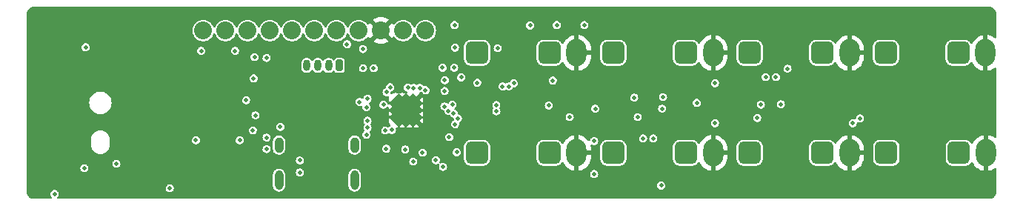
<source format=gbr>
%TF.GenerationSoftware,KiCad,Pcbnew,(6.0.2)*%
%TF.CreationDate,2022-03-16T17:45:16-04:00*%
%TF.ProjectId,cv_sequencer,63765f73-6571-4756-956e-6365722e6b69,0.1*%
%TF.SameCoordinates,Original*%
%TF.FileFunction,Copper,L3,Inr*%
%TF.FilePolarity,Positive*%
%FSLAX46Y46*%
G04 Gerber Fmt 4.6, Leading zero omitted, Abs format (unit mm)*
G04 Created by KiCad (PCBNEW (6.0.2)) date 2022-03-16 17:45:16*
%MOMM*%
%LPD*%
G01*
G04 APERTURE LIST*
G04 Aperture macros list*
%AMRoundRect*
0 Rectangle with rounded corners*
0 $1 Rounding radius*
0 $2 $3 $4 $5 $6 $7 $8 $9 X,Y pos of 4 corners*
0 Add a 4 corners polygon primitive as box body*
4,1,4,$2,$3,$4,$5,$6,$7,$8,$9,$2,$3,0*
0 Add four circle primitives for the rounded corners*
1,1,$1+$1,$2,$3*
1,1,$1+$1,$4,$5*
1,1,$1+$1,$6,$7*
1,1,$1+$1,$8,$9*
0 Add four rect primitives between the rounded corners*
20,1,$1+$1,$2,$3,$4,$5,0*
20,1,$1+$1,$4,$5,$6,$7,0*
20,1,$1+$1,$6,$7,$8,$9,0*
20,1,$1+$1,$8,$9,$2,$3,0*%
G04 Aperture macros list end*
%TA.AperFunction,ComponentPad*%
%ADD10O,0.990600X2.209800*%
%TD*%
%TA.AperFunction,ComponentPad*%
%ADD11O,0.990600X1.803400*%
%TD*%
%TA.AperFunction,ComponentPad*%
%ADD12O,0.800000X1.300000*%
%TD*%
%TA.AperFunction,ComponentPad*%
%ADD13RoundRect,0.200000X0.200000X0.450000X-0.200000X0.450000X-0.200000X-0.450000X0.200000X-0.450000X0*%
%TD*%
%TA.AperFunction,ComponentPad*%
%ADD14O,2.300000X3.100000*%
%TD*%
%TA.AperFunction,ComponentPad*%
%ADD15RoundRect,0.650000X0.650000X-0.650000X0.650000X0.650000X-0.650000X0.650000X-0.650000X-0.650000X0*%
%TD*%
%TA.AperFunction,ComponentPad*%
%ADD16C,2.032000*%
%TD*%
%TA.AperFunction,ComponentPad*%
%ADD17C,0.508000*%
%TD*%
%TA.AperFunction,ViaPad*%
%ADD18C,0.508000*%
%TD*%
G04 APERTURE END LIST*
D10*
%TO.N,*%
%TO.C,J4*%
X135735600Y-84527261D03*
X144375600Y-84527261D03*
D11*
X135735600Y-80527260D03*
X144375600Y-80527260D03*
%TD*%
D12*
%TO.N,/MIDI_OUT_SRC*%
%TO.C,J1*%
X138896400Y-71424800D03*
%TO.N,/UART_TX*%
X140146400Y-71424800D03*
%TO.N,/MIDI_SRC*%
X141396400Y-71424800D03*
D13*
%TO.N,/MIDI_SNK*%
X142646400Y-71424800D03*
%TD*%
D14*
%TO.N,GND*%
%TO.C,J12*%
X200942400Y-69977000D03*
D15*
%TO.N,/IO Jacks/CV2_OUT*%
X189542400Y-69977000D03*
%TO.N,unconnected-(J12-PadTN)*%
X197842400Y-69977000D03*
%TD*%
D14*
%TO.N,GND*%
%TO.C,J8*%
X200942400Y-81407000D03*
D15*
%TO.N,/IO Jacks/TRIG2*%
X189542400Y-81407000D03*
%TO.N,unconnected-(J8-PadTN)*%
X197842400Y-81407000D03*
%TD*%
D14*
%TO.N,GND*%
%TO.C,J6*%
X169751200Y-81407000D03*
D15*
%TO.N,/IO Jacks/TRIG0*%
X158351200Y-81407000D03*
%TO.N,unconnected-(J6-PadTN)*%
X166651200Y-81407000D03*
%TD*%
D14*
%TO.N,GND*%
%TO.C,J10*%
X169751200Y-69977000D03*
D15*
%TO.N,/IO Jacks/CV0_OUT*%
X158351200Y-69977000D03*
%TO.N,unconnected-(J10-PadTN)*%
X166651200Y-69977000D03*
%TD*%
D14*
%TO.N,GND*%
%TO.C,J13*%
X216489000Y-69977000D03*
D15*
%TO.N,/IO Jacks/CV3_OUT*%
X205089000Y-69977000D03*
%TO.N,unconnected-(J13-PadTN)*%
X213389000Y-69977000D03*
%TD*%
D14*
%TO.N,GND*%
%TO.C,J9*%
X216538000Y-81407000D03*
D15*
%TO.N,/IO Jacks/TRIG3*%
X205138000Y-81407000D03*
%TO.N,unconnected-(J9-PadTN)*%
X213438000Y-81407000D03*
%TD*%
D14*
%TO.N,GND*%
%TO.C,J11*%
X185346800Y-69977000D03*
D15*
%TO.N,/IO Jacks/CV1_OUT*%
X173946800Y-69977000D03*
%TO.N,unconnected-(J11-PadTN)*%
X182246800Y-69977000D03*
%TD*%
D16*
%TO.N,/LCD_VIN*%
%TO.C,U1*%
X152463500Y-67437000D03*
%TO.N,unconnected-(U1-Pad2)*%
X149923500Y-67437000D03*
%TO.N,GND*%
X147383500Y-67437000D03*
%TO.N,/LCD{slash}SD_SCK*%
X144843500Y-67437000D03*
%TO.N,/SD_SDO*%
X142303500Y-67437000D03*
%TO.N,/LCD{slash}SD_SDI*%
X139763500Y-67437000D03*
%TO.N,/LCD_CS*%
X137223500Y-67437000D03*
%TO.N,/LCD_RST*%
X134683500Y-67437000D03*
%TO.N,/LCD_DC*%
X132143500Y-67437000D03*
%TO.N,/SD_CS*%
X129603500Y-67437000D03*
%TO.N,unconnected-(U1-Pad11)*%
X127063500Y-67437000D03*
%TD*%
D14*
%TO.N,GND*%
%TO.C,J7*%
X185346800Y-81407000D03*
D15*
%TO.N,/IO Jacks/TRIG1*%
X173946800Y-81407000D03*
%TO.N,unconnected-(J7-PadTN)*%
X182246800Y-81407000D03*
%TD*%
D17*
%TO.N,GND*%
%TO.C,U2*%
X151441000Y-75330200D03*
X149041000Y-75330200D03*
X151441000Y-76130200D03*
X150641000Y-76930200D03*
X149041000Y-76930200D03*
X151441000Y-77730200D03*
X149841000Y-76930200D03*
X149841000Y-76130200D03*
X149841000Y-75330200D03*
X151441000Y-76930200D03*
X150638519Y-77730200D03*
X149841000Y-77730200D03*
X150641000Y-76130200D03*
X149041000Y-76130200D03*
X150641000Y-75330200D03*
X149041000Y-77730200D03*
%TD*%
D18*
%TO.N,VCC*%
X167030400Y-73152000D03*
%TO.N,GND*%
X170789600Y-72796400D03*
X164693600Y-71424800D03*
X166065200Y-72745600D03*
X135128000Y-77012800D03*
%TO.N,/STAT_LED*%
X154635200Y-76098400D03*
X153670000Y-82245200D03*
%TO.N,GND*%
X154990800Y-80924400D03*
%TO.N,Net-(R5-Pad1)*%
X147980400Y-80924400D03*
X151079200Y-82397600D03*
%TO.N,/IO Jacks/CVx_REF*%
X171881300Y-76352400D03*
%TO.N,VDD*%
X126238000Y-79959200D03*
X131253215Y-79959200D03*
%TO.N,VCC*%
X132943600Y-70459600D03*
%TO.N,GND*%
X205689200Y-76098400D03*
X205689200Y-75336400D03*
%TO.N,/IO Jacks/VREF_5V0*%
X179425600Y-85140800D03*
X201320400Y-78028800D03*
%TO.N,/IO Jacks/CVx_REF*%
X183489600Y-75692000D03*
X190804800Y-75895200D03*
X193090800Y-75844400D03*
X202133200Y-77470000D03*
%TO.N,/VREG_1V2*%
X155752800Y-71678800D03*
X150469600Y-73964800D03*
%TO.N,GND*%
X128168400Y-82245200D03*
X156819600Y-80162400D03*
X151130000Y-69138800D03*
X160324800Y-72796400D03*
X197408800Y-72288400D03*
X126898400Y-72339200D03*
X143256000Y-79197200D03*
X154736800Y-85445600D03*
X154228800Y-81330800D03*
X124409200Y-77063600D03*
X157022800Y-75539600D03*
X154025600Y-69900800D03*
X158851600Y-85445600D03*
X143967200Y-74015600D03*
X156819600Y-78994000D03*
X186994800Y-72948800D03*
X115316000Y-81838800D03*
X147320000Y-85445600D03*
X155295600Y-70053200D03*
X186944000Y-76352400D03*
X138734800Y-76962000D03*
X129438400Y-72339200D03*
X128625600Y-77927200D03*
X143002000Y-77266800D03*
X150114000Y-71221600D03*
X129082800Y-77063600D03*
X192989200Y-80467200D03*
X131352722Y-82194262D03*
X147777200Y-71577200D03*
X128168400Y-72339200D03*
X130708400Y-72339200D03*
X164338000Y-77978000D03*
X136855200Y-79197200D03*
X125526800Y-82143600D03*
X149478500Y-73964800D03*
X133858000Y-77978000D03*
X134315200Y-82143600D03*
X151485600Y-85445600D03*
%TO.N,VCC*%
X132740400Y-78841600D03*
X135890000Y-78435200D03*
X134315200Y-80975200D03*
X156565600Y-72770500D03*
X145338800Y-69545200D03*
X133045200Y-77114400D03*
X131978400Y-75387200D03*
X155854400Y-69392800D03*
X155549600Y-75895200D03*
X134315200Y-79654400D03*
X155194000Y-79603600D03*
X145717084Y-79326916D03*
X154432000Y-71678800D03*
X145724041Y-76178841D03*
%TO.N,VSS*%
X192532000Y-72745600D03*
X110083600Y-86106000D03*
X178511200Y-79756000D03*
%TO.N,/VREG_1V2*%
X152146000Y-81381600D03*
X150160107Y-81011647D03*
%TO.N,/5V3*%
X155803600Y-66802000D03*
X160731200Y-69443600D03*
%TO.N,VDD*%
X123240800Y-85445600D03*
X177342800Y-79756000D03*
X191363600Y-72745600D03*
%TO.N,/ENC_1*%
X113487200Y-83159600D03*
X148640800Y-78790800D03*
%TO.N,/ENC_0*%
X147878800Y-78841600D03*
X117144800Y-82651600D03*
%TO.N,/ENC_BTN*%
X146558000Y-71729600D03*
X147675600Y-75895200D03*
X113639600Y-69342000D03*
%TO.N,/SWDIO*%
X151820843Y-73985157D03*
X132842000Y-72898000D03*
%TO.N,/SWCLK*%
X130708400Y-69748400D03*
X151130000Y-73990700D03*
%TO.N,/~{RESET}*%
X138125200Y-82271100D03*
X152476202Y-74244213D03*
X126847600Y-69748400D03*
X154482793Y-83007200D03*
X138125200Y-83641700D03*
X154686000Y-73101200D03*
%TO.N,/IO Jacks/VREF_5V0*%
X171754800Y-80060800D03*
X171754800Y-83820000D03*
%TO.N,/IO_TRIG0*%
X155854400Y-78130400D03*
X156057600Y-81330800D03*
X185572400Y-78028800D03*
%TO.N,/IO_TRIG1*%
X155702000Y-76911200D03*
X185572400Y-73456800D03*
%TO.N,/IO_TRIG2*%
X156182731Y-77472290D03*
X190398400Y-77419200D03*
%TO.N,/IO_TRIG3*%
X155092400Y-76606400D03*
X193852800Y-71780400D03*
%TO.N,/LCD{slash}SD_SCK*%
X148031200Y-74472800D03*
%TO.N,/LCD_RST*%
X143510000Y-68986400D03*
%TO.N,/LCD_DC*%
X148437600Y-73914000D03*
%TO.N,/SD_CS*%
X145846800Y-75234800D03*
X134315200Y-70561200D03*
%TO.N,/IO_SDI*%
X162584900Y-73456800D03*
X154660549Y-74334886D03*
X158394400Y-73406000D03*
X170637200Y-66802000D03*
%TO.N,/IO_SCK*%
X161290000Y-73812400D03*
X164439600Y-66852800D03*
%TO.N,/IO Jacks/DAC_VOUT0*%
X168960800Y-77317600D03*
X176733200Y-77317600D03*
%TO.N,/IO_SDO*%
X162001200Y-73812400D03*
X167487600Y-66802000D03*
%TO.N,/IO Jacks/DAC_VOUT1*%
X176326800Y-75082400D03*
X160578800Y-75946000D03*
%TO.N,/IO Jacks/DAC_VOUT2*%
X179628800Y-75031600D03*
X166573200Y-75996800D03*
%TO.N,/IO Jacks/DAC_VOUT3*%
X160578800Y-76657200D03*
X179527200Y-76352400D03*
%TO.N,/UART_TX*%
X145846800Y-78536800D03*
%TO.N,/UART_RX*%
X145338800Y-71729600D03*
X144932400Y-75590400D03*
X145846800Y-77724000D03*
%TD*%
%TA.AperFunction,Conductor*%
%TO.N,GND*%
G36*
X216896553Y-64721235D02*
G01*
X216901810Y-64721244D01*
X216915638Y-64724424D01*
X216929480Y-64721292D01*
X216931327Y-64721295D01*
X216943450Y-64721902D01*
X217062219Y-64733599D01*
X217086440Y-64738416D01*
X217215177Y-64777468D01*
X217237991Y-64786919D01*
X217356630Y-64850333D01*
X217377157Y-64864049D01*
X217481152Y-64949395D01*
X217498605Y-64966848D01*
X217583951Y-65070843D01*
X217597669Y-65091373D01*
X217661080Y-65210006D01*
X217670532Y-65232823D01*
X217709583Y-65361557D01*
X217714401Y-65385783D01*
X217726149Y-65505066D01*
X217726756Y-65517635D01*
X217726756Y-65517807D01*
X217723576Y-65531634D01*
X217726708Y-65545474D01*
X217726700Y-65549999D01*
X217728800Y-65568798D01*
X217728800Y-68182159D01*
X217708798Y-68250280D01*
X217655142Y-68296773D01*
X217584868Y-68306877D01*
X217520970Y-68277970D01*
X217470328Y-68234717D01*
X217462348Y-68228920D01*
X217248264Y-68097729D01*
X217239470Y-68093248D01*
X217007508Y-67997166D01*
X216998123Y-67994117D01*
X216756798Y-67936180D01*
X216745970Y-67938454D01*
X216743000Y-67949918D01*
X216743000Y-72002022D01*
X216747344Y-72016815D01*
X216755200Y-72018203D01*
X216998123Y-71959883D01*
X217007508Y-71956834D01*
X217239470Y-71860752D01*
X217248264Y-71856271D01*
X217462348Y-71725080D01*
X217470328Y-71719283D01*
X217520970Y-71676030D01*
X217585759Y-71646999D01*
X217655959Y-71657604D01*
X217709282Y-71704479D01*
X217728800Y-71771841D01*
X217728800Y-79570309D01*
X217708798Y-79638430D01*
X217655142Y-79684923D01*
X217584868Y-79695027D01*
X217523570Y-79667296D01*
X217523331Y-79667626D01*
X217521734Y-79666466D01*
X217520970Y-79666120D01*
X217519328Y-79664718D01*
X217511348Y-79658920D01*
X217297264Y-79527729D01*
X217288470Y-79523248D01*
X217056508Y-79427166D01*
X217047123Y-79424117D01*
X216805798Y-79366180D01*
X216794970Y-79368454D01*
X216792000Y-79379918D01*
X216792000Y-83432022D01*
X216796344Y-83446815D01*
X216804200Y-83448203D01*
X217047123Y-83389883D01*
X217056508Y-83386834D01*
X217288470Y-83290752D01*
X217297264Y-83286271D01*
X217511348Y-83155080D01*
X217519328Y-83149282D01*
X217520970Y-83147880D01*
X217521722Y-83147543D01*
X217523331Y-83146374D01*
X217523577Y-83146712D01*
X217585759Y-83118849D01*
X217655959Y-83129454D01*
X217709282Y-83176329D01*
X217728800Y-83243691D01*
X217728800Y-85814621D01*
X217726765Y-85832546D01*
X217726756Y-85837809D01*
X217723576Y-85851638D01*
X217726708Y-85865480D01*
X217726705Y-85867327D01*
X217726098Y-85879450D01*
X217714401Y-85998215D01*
X217714401Y-85998217D01*
X217709584Y-86022440D01*
X217670534Y-86151172D01*
X217670533Y-86151174D01*
X217661081Y-86173991D01*
X217617961Y-86254664D01*
X217597669Y-86292627D01*
X217583951Y-86313157D01*
X217498605Y-86417152D01*
X217481152Y-86434605D01*
X217377157Y-86519951D01*
X217356630Y-86533667D01*
X217237991Y-86597081D01*
X217215179Y-86606531D01*
X217086440Y-86645584D01*
X217062219Y-86650401D01*
X217033433Y-86653236D01*
X216942934Y-86662149D01*
X216930365Y-86662756D01*
X216930193Y-86662756D01*
X216916366Y-86659576D01*
X216902526Y-86662708D01*
X216898009Y-86662700D01*
X216879193Y-86664802D01*
X216339252Y-86664802D01*
X110479203Y-86664800D01*
X110411082Y-86644798D01*
X110364589Y-86591142D01*
X110354485Y-86520868D01*
X110385788Y-86454245D01*
X110460928Y-86371231D01*
X110466953Y-86364575D01*
X110477825Y-86342136D01*
X110520204Y-86254664D01*
X110520204Y-86254663D01*
X110524117Y-86246587D01*
X110545869Y-86117298D01*
X110546007Y-86106000D01*
X110532341Y-86010571D01*
X110528694Y-85985104D01*
X110528693Y-85985101D01*
X110527421Y-85976218D01*
X110494795Y-85904461D01*
X110476873Y-85865043D01*
X110476871Y-85865040D01*
X110473156Y-85856869D01*
X110387575Y-85757547D01*
X110333844Y-85722720D01*
X110285089Y-85691118D01*
X110285087Y-85691117D01*
X110277558Y-85686237D01*
X110151948Y-85648672D01*
X110142972Y-85648617D01*
X110142971Y-85648617D01*
X110088559Y-85648285D01*
X110020844Y-85647871D01*
X109894785Y-85683899D01*
X109887198Y-85688686D01*
X109887196Y-85688687D01*
X109862649Y-85704175D01*
X109783905Y-85753859D01*
X109697117Y-85852128D01*
X109693303Y-85860251D01*
X109693302Y-85860253D01*
X109674931Y-85899382D01*
X109641398Y-85970805D01*
X109637130Y-85998217D01*
X109622609Y-86091478D01*
X109622609Y-86091482D01*
X109621228Y-86100351D01*
X109622392Y-86109253D01*
X109622392Y-86109256D01*
X109623444Y-86117298D01*
X109638227Y-86230350D01*
X109691030Y-86350354D01*
X109771562Y-86446158D01*
X109771564Y-86446161D01*
X109775391Y-86450713D01*
X109774734Y-86451265D01*
X109808214Y-86505181D01*
X109807113Y-86576169D01*
X109767808Y-86635293D01*
X109702777Y-86663781D01*
X109686782Y-86664800D01*
X107733391Y-86664800D01*
X107715449Y-86662763D01*
X107710192Y-86662754D01*
X107696364Y-86659574D01*
X107682522Y-86662706D01*
X107680675Y-86662703D01*
X107668552Y-86662096D01*
X107549783Y-86650399D01*
X107525562Y-86645582D01*
X107396825Y-86606530D01*
X107374011Y-86597079D01*
X107255372Y-86533665D01*
X107234845Y-86519949D01*
X107130850Y-86434603D01*
X107113397Y-86417150D01*
X107028051Y-86313155D01*
X107014333Y-86292625D01*
X106994043Y-86254664D01*
X106950921Y-86173989D01*
X106941469Y-86151172D01*
X106931194Y-86117298D01*
X106902418Y-86022438D01*
X106897601Y-85998215D01*
X106885853Y-85878932D01*
X106885246Y-85866363D01*
X106885246Y-85866191D01*
X106888426Y-85852364D01*
X106885294Y-85838524D01*
X106885302Y-85834007D01*
X106883200Y-85815191D01*
X106883200Y-85439951D01*
X122778428Y-85439951D01*
X122779592Y-85448853D01*
X122779592Y-85448856D01*
X122782271Y-85469341D01*
X122795427Y-85569950D01*
X122848230Y-85689954D01*
X122932591Y-85790313D01*
X122940062Y-85795286D01*
X122940063Y-85795287D01*
X122956270Y-85806075D01*
X123041729Y-85862962D01*
X123131172Y-85890906D01*
X123158301Y-85899382D01*
X123158302Y-85899382D01*
X123166870Y-85902059D01*
X123231305Y-85903240D01*
X123288978Y-85904297D01*
X123288981Y-85904297D01*
X123297954Y-85904461D01*
X123339347Y-85893176D01*
X123415782Y-85872338D01*
X123415785Y-85872337D01*
X123424444Y-85869976D01*
X123432096Y-85865278D01*
X123528519Y-85806075D01*
X123528522Y-85806072D01*
X123536171Y-85801376D01*
X123624153Y-85704175D01*
X123634090Y-85683666D01*
X123677404Y-85594264D01*
X123677404Y-85594263D01*
X123681317Y-85586187D01*
X123703069Y-85456898D01*
X123703207Y-85445600D01*
X123684621Y-85315818D01*
X123676193Y-85297281D01*
X123634073Y-85204643D01*
X123634071Y-85204640D01*
X123630356Y-85196469D01*
X123615551Y-85179287D01*
X135036600Y-85179287D01*
X135051791Y-85304821D01*
X135111594Y-85463083D01*
X135115895Y-85469341D01*
X135201752Y-85594264D01*
X135207421Y-85602513D01*
X135213091Y-85607564D01*
X135213092Y-85607566D01*
X135328069Y-85710007D01*
X135328072Y-85710009D01*
X135333741Y-85715060D01*
X135483261Y-85794227D01*
X135490626Y-85796077D01*
X135639978Y-85833592D01*
X135639982Y-85833592D01*
X135647349Y-85835443D01*
X135654948Y-85835483D01*
X135654950Y-85835483D01*
X135725292Y-85835851D01*
X135816531Y-85836329D01*
X135845938Y-85829269D01*
X135973662Y-85798605D01*
X135973665Y-85798604D01*
X135981041Y-85796833D01*
X136131382Y-85719237D01*
X136137103Y-85714247D01*
X136137105Y-85714245D01*
X136253147Y-85613015D01*
X136258874Y-85608019D01*
X136287324Y-85567538D01*
X136351785Y-85475820D01*
X136351787Y-85475817D01*
X136356156Y-85469600D01*
X136417612Y-85311972D01*
X136434600Y-85182935D01*
X136434600Y-85179287D01*
X143676600Y-85179287D01*
X143691791Y-85304821D01*
X143751594Y-85463083D01*
X143755895Y-85469341D01*
X143841752Y-85594264D01*
X143847421Y-85602513D01*
X143853091Y-85607564D01*
X143853092Y-85607566D01*
X143968069Y-85710007D01*
X143968072Y-85710009D01*
X143973741Y-85715060D01*
X144123261Y-85794227D01*
X144130626Y-85796077D01*
X144279978Y-85833592D01*
X144279982Y-85833592D01*
X144287349Y-85835443D01*
X144294948Y-85835483D01*
X144294950Y-85835483D01*
X144365292Y-85835851D01*
X144456531Y-85836329D01*
X144485938Y-85829269D01*
X144613662Y-85798605D01*
X144613665Y-85798604D01*
X144621041Y-85796833D01*
X144771382Y-85719237D01*
X144777103Y-85714247D01*
X144777105Y-85714245D01*
X144893147Y-85613015D01*
X144898874Y-85608019D01*
X144927324Y-85567538D01*
X144991785Y-85475820D01*
X144991787Y-85475817D01*
X144996156Y-85469600D01*
X145057612Y-85311972D01*
X145074600Y-85182935D01*
X145074600Y-85135151D01*
X178963228Y-85135151D01*
X178964392Y-85144053D01*
X178964392Y-85144056D01*
X178970626Y-85191728D01*
X178980227Y-85265150D01*
X179033030Y-85385154D01*
X179038806Y-85392025D01*
X179098537Y-85463083D01*
X179117391Y-85485513D01*
X179124862Y-85490486D01*
X179124863Y-85490487D01*
X179141070Y-85501275D01*
X179226529Y-85558162D01*
X179315972Y-85586106D01*
X179343101Y-85594582D01*
X179343102Y-85594582D01*
X179351670Y-85597259D01*
X179416105Y-85598440D01*
X179473778Y-85599497D01*
X179473781Y-85599497D01*
X179482754Y-85599661D01*
X179532176Y-85586187D01*
X179600582Y-85567538D01*
X179600585Y-85567537D01*
X179609244Y-85565176D01*
X179620668Y-85558162D01*
X179713319Y-85501275D01*
X179713322Y-85501272D01*
X179720971Y-85496576D01*
X179739759Y-85475820D01*
X179802928Y-85406031D01*
X179808953Y-85399375D01*
X179819825Y-85376936D01*
X179862204Y-85289464D01*
X179862204Y-85289463D01*
X179866117Y-85281387D01*
X179887869Y-85152098D01*
X179888007Y-85140800D01*
X179882191Y-85100187D01*
X179870694Y-85019904D01*
X179870693Y-85019901D01*
X179869421Y-85011018D01*
X179860249Y-84990845D01*
X179818873Y-84899843D01*
X179818871Y-84899840D01*
X179815156Y-84891669D01*
X179729575Y-84792347D01*
X179716495Y-84783869D01*
X179627089Y-84725918D01*
X179627087Y-84725917D01*
X179619558Y-84721037D01*
X179493948Y-84683472D01*
X179484972Y-84683417D01*
X179484971Y-84683417D01*
X179430559Y-84683085D01*
X179362844Y-84682671D01*
X179236785Y-84718699D01*
X179229198Y-84723486D01*
X179229196Y-84723487D01*
X179170843Y-84760305D01*
X179125905Y-84788659D01*
X179039117Y-84886928D01*
X178983398Y-85005605D01*
X178979488Y-85030718D01*
X178964609Y-85126278D01*
X178964609Y-85126282D01*
X178963228Y-85135151D01*
X145074600Y-85135151D01*
X145074600Y-83875235D01*
X145067232Y-83814351D01*
X171292428Y-83814351D01*
X171293592Y-83823253D01*
X171293592Y-83823256D01*
X171294644Y-83831298D01*
X171309427Y-83944350D01*
X171362230Y-84064354D01*
X171446591Y-84164713D01*
X171454062Y-84169686D01*
X171454063Y-84169687D01*
X171470270Y-84180475D01*
X171555729Y-84237362D01*
X171645172Y-84265306D01*
X171672301Y-84273782D01*
X171672302Y-84273782D01*
X171680870Y-84276459D01*
X171745305Y-84277640D01*
X171802978Y-84278697D01*
X171802981Y-84278697D01*
X171811954Y-84278861D01*
X171853347Y-84267576D01*
X171929782Y-84246738D01*
X171929785Y-84246737D01*
X171938444Y-84244376D01*
X171949868Y-84237362D01*
X172042519Y-84180475D01*
X172042522Y-84180472D01*
X172050171Y-84175776D01*
X172138153Y-84078575D01*
X172143065Y-84068438D01*
X172191404Y-83968664D01*
X172191404Y-83968663D01*
X172195317Y-83960587D01*
X172217069Y-83831298D01*
X172217207Y-83820000D01*
X172207140Y-83749701D01*
X172199894Y-83699104D01*
X172199893Y-83699101D01*
X172198621Y-83690218D01*
X172181698Y-83652998D01*
X172148073Y-83579043D01*
X172148071Y-83579040D01*
X172144356Y-83570869D01*
X172058775Y-83471547D01*
X172020836Y-83446956D01*
X171956289Y-83405118D01*
X171956287Y-83405117D01*
X171948758Y-83400237D01*
X171823148Y-83362672D01*
X171814172Y-83362617D01*
X171814171Y-83362617D01*
X171759759Y-83362285D01*
X171692044Y-83361871D01*
X171565985Y-83397899D01*
X171558398Y-83402686D01*
X171558396Y-83402687D01*
X171523300Y-83424831D01*
X171455105Y-83467859D01*
X171368317Y-83566128D01*
X171364503Y-83574251D01*
X171364502Y-83574253D01*
X171346131Y-83613382D01*
X171312598Y-83684805D01*
X171311217Y-83693677D01*
X171293809Y-83805478D01*
X171293809Y-83805482D01*
X171292428Y-83814351D01*
X145067232Y-83814351D01*
X145059409Y-83749701D01*
X144999606Y-83591439D01*
X144943145Y-83509287D01*
X144908081Y-83458268D01*
X144908079Y-83458266D01*
X144903779Y-83452009D01*
X144898108Y-83446956D01*
X144783131Y-83344515D01*
X144783128Y-83344513D01*
X144777459Y-83339462D01*
X144627939Y-83260295D01*
X144617564Y-83257689D01*
X144471222Y-83220930D01*
X144471218Y-83220930D01*
X144463851Y-83219079D01*
X144456252Y-83219039D01*
X144456250Y-83219039D01*
X144385908Y-83218671D01*
X144294669Y-83218193D01*
X144287288Y-83219965D01*
X144137538Y-83255917D01*
X144137535Y-83255918D01*
X144130159Y-83257689D01*
X143979818Y-83335285D01*
X143974097Y-83340275D01*
X143974095Y-83340277D01*
X143858053Y-83441507D01*
X143852326Y-83446503D01*
X143842150Y-83460982D01*
X143764135Y-83571987D01*
X143755044Y-83584922D01*
X143693588Y-83742550D01*
X143676600Y-83871587D01*
X143676600Y-85179287D01*
X136434600Y-85179287D01*
X136434600Y-83875235D01*
X136419409Y-83749701D01*
X136376464Y-83636051D01*
X137662828Y-83636051D01*
X137663992Y-83644953D01*
X137663992Y-83644956D01*
X137665044Y-83652998D01*
X137679827Y-83766050D01*
X137732630Y-83886054D01*
X137816991Y-83986413D01*
X137824462Y-83991386D01*
X137824463Y-83991387D01*
X137840670Y-84002175D01*
X137926129Y-84059062D01*
X137988586Y-84078575D01*
X138042701Y-84095482D01*
X138042702Y-84095482D01*
X138051270Y-84098159D01*
X138115705Y-84099340D01*
X138173378Y-84100397D01*
X138173381Y-84100397D01*
X138182354Y-84100561D01*
X138238584Y-84085231D01*
X138300182Y-84068438D01*
X138300185Y-84068437D01*
X138308844Y-84066076D01*
X138320268Y-84059062D01*
X138412919Y-84002175D01*
X138412922Y-84002172D01*
X138420571Y-83997476D01*
X138446651Y-83968664D01*
X138502528Y-83906931D01*
X138508553Y-83900275D01*
X138519425Y-83877836D01*
X138561804Y-83790364D01*
X138561804Y-83790363D01*
X138565717Y-83782287D01*
X138587469Y-83652998D01*
X138587607Y-83641700D01*
X138577948Y-83574253D01*
X138570294Y-83520804D01*
X138570293Y-83520801D01*
X138569021Y-83511918D01*
X138552048Y-83474587D01*
X138518473Y-83400743D01*
X138518471Y-83400740D01*
X138514756Y-83392569D01*
X138429175Y-83293247D01*
X138374316Y-83257689D01*
X138326689Y-83226818D01*
X138326687Y-83226817D01*
X138319158Y-83221937D01*
X138193548Y-83184372D01*
X138184572Y-83184317D01*
X138184571Y-83184317D01*
X138130159Y-83183985D01*
X138062444Y-83183571D01*
X137936385Y-83219599D01*
X137928798Y-83224386D01*
X137928796Y-83224387D01*
X137898764Y-83243336D01*
X137825505Y-83289559D01*
X137738717Y-83387828D01*
X137734903Y-83395951D01*
X137734902Y-83395953D01*
X137731146Y-83403954D01*
X137682998Y-83506505D01*
X137681617Y-83515376D01*
X137664209Y-83627178D01*
X137664209Y-83627182D01*
X137662828Y-83636051D01*
X136376464Y-83636051D01*
X136359606Y-83591439D01*
X136303145Y-83509287D01*
X136268081Y-83458268D01*
X136268079Y-83458266D01*
X136263779Y-83452009D01*
X136258108Y-83446956D01*
X136143131Y-83344515D01*
X136143128Y-83344513D01*
X136137459Y-83339462D01*
X135987939Y-83260295D01*
X135977564Y-83257689D01*
X135831222Y-83220930D01*
X135831218Y-83220930D01*
X135823851Y-83219079D01*
X135816252Y-83219039D01*
X135816250Y-83219039D01*
X135745908Y-83218671D01*
X135654669Y-83218193D01*
X135647288Y-83219965D01*
X135497538Y-83255917D01*
X135497535Y-83255918D01*
X135490159Y-83257689D01*
X135339818Y-83335285D01*
X135334097Y-83340275D01*
X135334095Y-83340277D01*
X135218053Y-83441507D01*
X135212326Y-83446503D01*
X135202150Y-83460982D01*
X135124135Y-83571987D01*
X135115044Y-83584922D01*
X135053588Y-83742550D01*
X135036600Y-83871587D01*
X135036600Y-85179287D01*
X123615551Y-85179287D01*
X123544775Y-85097147D01*
X123531695Y-85088669D01*
X123442289Y-85030718D01*
X123442287Y-85030717D01*
X123434758Y-85025837D01*
X123309148Y-84988272D01*
X123300172Y-84988217D01*
X123300171Y-84988217D01*
X123245759Y-84987885D01*
X123178044Y-84987471D01*
X123051985Y-85023499D01*
X123044398Y-85028286D01*
X123044396Y-85028287D01*
X122986043Y-85065105D01*
X122941105Y-85093459D01*
X122854317Y-85191728D01*
X122798598Y-85310405D01*
X122797217Y-85319277D01*
X122779809Y-85431078D01*
X122779809Y-85431082D01*
X122778428Y-85439951D01*
X106883200Y-85439951D01*
X106883200Y-83153951D01*
X113024828Y-83153951D01*
X113025992Y-83162853D01*
X113025992Y-83162856D01*
X113028806Y-83184372D01*
X113041827Y-83283950D01*
X113094630Y-83403954D01*
X113178991Y-83504313D01*
X113186462Y-83509286D01*
X113186463Y-83509287D01*
X113202670Y-83520075D01*
X113288129Y-83576962D01*
X113336282Y-83592006D01*
X113404701Y-83613382D01*
X113404702Y-83613382D01*
X113413270Y-83616059D01*
X113477705Y-83617240D01*
X113535378Y-83618297D01*
X113535381Y-83618297D01*
X113544354Y-83618461D01*
X113585747Y-83607176D01*
X113662182Y-83586338D01*
X113662185Y-83586337D01*
X113670844Y-83583976D01*
X113678496Y-83579278D01*
X113774919Y-83520075D01*
X113774922Y-83520072D01*
X113782571Y-83515376D01*
X113793096Y-83503749D01*
X113834263Y-83458268D01*
X113870553Y-83418175D01*
X113880490Y-83397666D01*
X113923804Y-83308264D01*
X113923804Y-83308263D01*
X113927717Y-83300187D01*
X113949469Y-83170898D01*
X113949607Y-83159600D01*
X113942226Y-83108059D01*
X113932294Y-83038704D01*
X113932293Y-83038701D01*
X113931021Y-83029818D01*
X113924865Y-83016278D01*
X113880473Y-82918643D01*
X113880471Y-82918640D01*
X113876756Y-82910469D01*
X113791175Y-82811147D01*
X113743805Y-82780443D01*
X113688689Y-82744718D01*
X113688687Y-82744717D01*
X113681158Y-82739837D01*
X113555548Y-82702272D01*
X113546572Y-82702217D01*
X113546571Y-82702217D01*
X113492159Y-82701885D01*
X113424444Y-82701471D01*
X113298385Y-82737499D01*
X113290798Y-82742286D01*
X113290796Y-82742287D01*
X113237444Y-82775950D01*
X113187505Y-82807459D01*
X113100717Y-82905728D01*
X113044998Y-83024405D01*
X113043617Y-83033277D01*
X113026209Y-83145078D01*
X113026209Y-83145082D01*
X113024828Y-83153951D01*
X106883200Y-83153951D01*
X106883200Y-82645951D01*
X116682428Y-82645951D01*
X116683592Y-82654853D01*
X116683592Y-82654856D01*
X116690027Y-82704061D01*
X116699427Y-82775950D01*
X116752230Y-82895954D01*
X116767276Y-82913853D01*
X116828104Y-82986216D01*
X116836591Y-82996313D01*
X116844062Y-83001286D01*
X116844063Y-83001287D01*
X116860247Y-83012060D01*
X116945729Y-83068962D01*
X117035172Y-83096906D01*
X117062301Y-83105382D01*
X117062302Y-83105382D01*
X117070870Y-83108059D01*
X117135305Y-83109240D01*
X117192978Y-83110297D01*
X117192981Y-83110297D01*
X117201954Y-83110461D01*
X117243347Y-83099176D01*
X117319782Y-83078338D01*
X117319785Y-83078337D01*
X117328444Y-83075976D01*
X117339868Y-83068962D01*
X117432519Y-83012075D01*
X117432522Y-83012072D01*
X117440171Y-83007376D01*
X117528153Y-82910175D01*
X117539025Y-82887736D01*
X117581404Y-82800264D01*
X117581404Y-82800263D01*
X117585317Y-82792187D01*
X117607069Y-82662898D01*
X117607207Y-82651600D01*
X117598018Y-82587437D01*
X117589894Y-82530704D01*
X117589893Y-82530701D01*
X117588621Y-82521818D01*
X117582465Y-82508278D01*
X117538073Y-82410643D01*
X117538071Y-82410640D01*
X117534356Y-82402469D01*
X117448775Y-82303147D01*
X117424160Y-82287192D01*
X117390618Y-82265451D01*
X137662828Y-82265451D01*
X137663992Y-82274353D01*
X137663992Y-82274356D01*
X137667275Y-82299459D01*
X137679827Y-82395450D01*
X137732630Y-82515454D01*
X137816991Y-82615813D01*
X137824462Y-82620786D01*
X137824463Y-82620787D01*
X137835538Y-82628159D01*
X137926129Y-82688462D01*
X138015572Y-82716406D01*
X138042701Y-82724882D01*
X138042702Y-82724882D01*
X138051270Y-82727559D01*
X138115705Y-82728740D01*
X138173378Y-82729797D01*
X138173381Y-82729797D01*
X138182354Y-82729961D01*
X138223747Y-82718676D01*
X138300182Y-82697838D01*
X138300185Y-82697837D01*
X138308844Y-82695476D01*
X138320268Y-82688462D01*
X138412919Y-82631575D01*
X138412922Y-82631572D01*
X138420571Y-82626876D01*
X138451852Y-82592318D01*
X138475434Y-82566264D01*
X138508553Y-82529675D01*
X138516318Y-82513649D01*
X138561804Y-82419764D01*
X138561804Y-82419763D01*
X138565717Y-82411687D01*
X138569037Y-82391951D01*
X150616828Y-82391951D01*
X150617992Y-82400853D01*
X150617992Y-82400856D01*
X150625327Y-82456950D01*
X150633827Y-82521950D01*
X150686630Y-82641954D01*
X150705344Y-82664217D01*
X150758623Y-82727599D01*
X150770991Y-82742313D01*
X150778462Y-82747286D01*
X150778463Y-82747287D01*
X150794661Y-82758069D01*
X150880129Y-82814962D01*
X150969572Y-82842906D01*
X150996701Y-82851382D01*
X150996702Y-82851382D01*
X151005270Y-82854059D01*
X151069705Y-82855240D01*
X151127378Y-82856297D01*
X151127381Y-82856297D01*
X151136354Y-82856461D01*
X151177747Y-82845176D01*
X151254182Y-82824338D01*
X151254185Y-82824337D01*
X151262844Y-82821976D01*
X151280481Y-82811147D01*
X151366919Y-82758075D01*
X151366922Y-82758072D01*
X151374571Y-82753376D01*
X151384609Y-82742287D01*
X151454068Y-82665549D01*
X151462553Y-82656175D01*
X151467104Y-82646783D01*
X151515804Y-82546264D01*
X151515804Y-82546263D01*
X151519717Y-82538187D01*
X151541469Y-82408898D01*
X151541607Y-82397600D01*
X151528516Y-82306187D01*
X151524294Y-82276704D01*
X151524293Y-82276701D01*
X151523021Y-82267818D01*
X151519307Y-82259649D01*
X151510169Y-82239551D01*
X153207628Y-82239551D01*
X153208792Y-82248453D01*
X153208792Y-82248456D01*
X153212179Y-82274356D01*
X153224627Y-82369550D01*
X153277430Y-82489554D01*
X153361791Y-82589913D01*
X153369262Y-82594886D01*
X153369263Y-82594887D01*
X153381729Y-82603185D01*
X153470929Y-82662562D01*
X153553829Y-82688462D01*
X153587501Y-82698982D01*
X153587502Y-82698982D01*
X153596070Y-82701659D01*
X153660505Y-82702840D01*
X153718178Y-82703897D01*
X153718181Y-82703897D01*
X153727154Y-82704061D01*
X153784371Y-82688462D01*
X153844982Y-82671938D01*
X153844985Y-82671937D01*
X153853644Y-82669576D01*
X153890810Y-82646756D01*
X153959324Y-82628159D01*
X154027020Y-82649556D01*
X154072401Y-82704155D01*
X154081059Y-82774622D01*
X154070791Y-82807681D01*
X154067373Y-82814962D01*
X154040591Y-82872005D01*
X154034566Y-82910700D01*
X154021802Y-82992678D01*
X154021802Y-82992682D01*
X154020421Y-83001551D01*
X154021585Y-83010453D01*
X154021585Y-83010456D01*
X154025279Y-83038704D01*
X154037420Y-83131550D01*
X154090223Y-83251554D01*
X154174584Y-83351913D01*
X154182055Y-83356886D01*
X154182056Y-83356887D01*
X154194612Y-83365245D01*
X154283722Y-83424562D01*
X154358166Y-83447820D01*
X154400294Y-83460982D01*
X154400295Y-83460982D01*
X154408863Y-83463659D01*
X154473298Y-83464840D01*
X154530971Y-83465897D01*
X154530974Y-83465897D01*
X154539947Y-83466061D01*
X154588878Y-83452721D01*
X154657775Y-83433938D01*
X154657778Y-83433937D01*
X154666437Y-83431576D01*
X154674089Y-83426878D01*
X154770512Y-83367675D01*
X154770515Y-83367672D01*
X154778164Y-83362976D01*
X154866146Y-83265775D01*
X154876846Y-83243691D01*
X154919397Y-83155864D01*
X154919397Y-83155863D01*
X154923310Y-83147787D01*
X154945062Y-83018498D01*
X154945131Y-83012849D01*
X154945141Y-83012060D01*
X154945141Y-83012055D01*
X154945200Y-83007200D01*
X154932518Y-82918643D01*
X154927887Y-82886304D01*
X154927886Y-82886301D01*
X154926614Y-82877418D01*
X154920458Y-82863878D01*
X154876066Y-82766243D01*
X154876064Y-82766240D01*
X154872349Y-82758069D01*
X154795161Y-82668488D01*
X154792629Y-82665549D01*
X154786768Y-82658747D01*
X154739577Y-82628159D01*
X154684282Y-82592318D01*
X154684280Y-82592317D01*
X154676751Y-82587437D01*
X154551141Y-82549872D01*
X154542165Y-82549817D01*
X154542164Y-82549817D01*
X154487752Y-82549485D01*
X154420037Y-82549071D01*
X154293978Y-82585099D01*
X154282537Y-82592318D01*
X154263511Y-82604322D01*
X154195226Y-82623755D01*
X154127274Y-82603185D01*
X154081231Y-82549143D01*
X154071713Y-82478787D01*
X154082885Y-82442820D01*
X154106603Y-82393866D01*
X154106603Y-82393865D01*
X154110517Y-82385787D01*
X154132269Y-82256498D01*
X154132407Y-82245200D01*
X154118803Y-82150204D01*
X154115094Y-82124304D01*
X154115093Y-82124301D01*
X154113821Y-82115418D01*
X154107665Y-82101878D01*
X154063273Y-82004243D01*
X154063271Y-82004240D01*
X154059556Y-81996069D01*
X153973975Y-81896747D01*
X153939808Y-81874601D01*
X153871489Y-81830318D01*
X153871487Y-81830317D01*
X153863958Y-81825437D01*
X153738348Y-81787872D01*
X153729372Y-81787817D01*
X153729371Y-81787817D01*
X153674959Y-81787485D01*
X153607244Y-81787071D01*
X153481185Y-81823099D01*
X153473598Y-81827886D01*
X153473596Y-81827887D01*
X153415243Y-81864705D01*
X153370305Y-81893059D01*
X153283517Y-81991328D01*
X153279703Y-81999451D01*
X153279702Y-81999453D01*
X153272325Y-82015166D01*
X153227798Y-82110005D01*
X153222384Y-82144777D01*
X153209009Y-82230678D01*
X153209009Y-82230682D01*
X153207628Y-82239551D01*
X151510169Y-82239551D01*
X151472473Y-82156643D01*
X151472471Y-82156640D01*
X151468756Y-82148469D01*
X151383175Y-82049147D01*
X151341245Y-82021969D01*
X151280689Y-81982718D01*
X151280687Y-81982717D01*
X151273158Y-81977837D01*
X151147548Y-81940272D01*
X151138572Y-81940217D01*
X151138571Y-81940217D01*
X151084159Y-81939885D01*
X151016444Y-81939471D01*
X150890385Y-81975499D01*
X150882798Y-81980286D01*
X150882796Y-81980287D01*
X150857783Y-81996069D01*
X150779505Y-82045459D01*
X150692717Y-82143728D01*
X150688903Y-82151851D01*
X150688902Y-82151853D01*
X150667061Y-82198373D01*
X150636998Y-82262405D01*
X150634888Y-82275960D01*
X150618209Y-82383078D01*
X150618209Y-82383082D01*
X150616828Y-82391951D01*
X138569037Y-82391951D01*
X138587469Y-82282398D01*
X138587607Y-82271100D01*
X138574409Y-82178941D01*
X138570294Y-82150204D01*
X138570293Y-82150201D01*
X138569021Y-82141318D01*
X138565307Y-82133149D01*
X138518473Y-82030143D01*
X138518471Y-82030140D01*
X138514756Y-82021969D01*
X138429175Y-81922647D01*
X138383527Y-81893059D01*
X138326689Y-81856218D01*
X138326687Y-81856217D01*
X138319158Y-81851337D01*
X138193548Y-81813772D01*
X138184572Y-81813717D01*
X138184571Y-81813717D01*
X138130159Y-81813385D01*
X138062444Y-81812971D01*
X137936385Y-81848999D01*
X137928798Y-81853786D01*
X137928796Y-81853787D01*
X137903615Y-81869675D01*
X137825505Y-81918959D01*
X137738717Y-82017228D01*
X137734903Y-82025351D01*
X137734902Y-82025353D01*
X137723731Y-82049147D01*
X137682998Y-82135905D01*
X137681617Y-82144777D01*
X137664209Y-82256578D01*
X137664209Y-82256582D01*
X137662828Y-82265451D01*
X117390618Y-82265451D01*
X117346289Y-82236718D01*
X117346287Y-82236717D01*
X117338758Y-82231837D01*
X117213148Y-82194272D01*
X117204172Y-82194217D01*
X117204171Y-82194217D01*
X117149759Y-82193885D01*
X117082044Y-82193471D01*
X116955985Y-82229499D01*
X116948398Y-82234286D01*
X116948396Y-82234287D01*
X116913194Y-82256498D01*
X116845105Y-82299459D01*
X116758317Y-82397728D01*
X116754503Y-82405851D01*
X116754502Y-82405853D01*
X116752253Y-82410643D01*
X116702598Y-82516405D01*
X116697501Y-82549143D01*
X116683809Y-82637078D01*
X116683809Y-82637082D01*
X116682428Y-82645951D01*
X106883200Y-82645951D01*
X106883200Y-80544034D01*
X114261500Y-80544034D01*
X114276578Y-80697811D01*
X114336349Y-80895783D01*
X114370854Y-80960678D01*
X114422054Y-81056970D01*
X114433435Y-81078375D01*
X114437326Y-81083145D01*
X114437328Y-81083149D01*
X114560242Y-81233857D01*
X114560245Y-81233860D01*
X114564137Y-81238632D01*
X114568884Y-81242559D01*
X114568886Y-81242561D01*
X114718729Y-81366522D01*
X114718734Y-81366525D01*
X114723478Y-81370450D01*
X114728897Y-81373380D01*
X114728900Y-81373382D01*
X114899968Y-81465878D01*
X114899973Y-81465880D01*
X114905388Y-81468808D01*
X115102937Y-81529960D01*
X115109062Y-81530604D01*
X115109063Y-81530604D01*
X115302474Y-81550932D01*
X115302476Y-81550932D01*
X115308603Y-81551576D01*
X115434771Y-81540094D01*
X115508409Y-81533393D01*
X115508410Y-81533393D01*
X115514550Y-81532834D01*
X115712934Y-81474446D01*
X115720780Y-81470344D01*
X115890739Y-81381492D01*
X115890743Y-81381489D01*
X115896199Y-81378637D01*
X115910147Y-81367423D01*
X115961688Y-81325983D01*
X116057365Y-81249057D01*
X116190292Y-81090640D01*
X116256862Y-80969551D01*
X133852828Y-80969551D01*
X133853992Y-80978453D01*
X133853992Y-80978456D01*
X133858758Y-81014903D01*
X133869827Y-81099550D01*
X133922630Y-81219554D01*
X134006991Y-81319913D01*
X134014462Y-81324886D01*
X134014463Y-81324887D01*
X134030647Y-81335660D01*
X134116129Y-81392562D01*
X134205572Y-81420506D01*
X134232701Y-81428982D01*
X134232702Y-81428982D01*
X134241270Y-81431659D01*
X134305705Y-81432840D01*
X134363378Y-81433897D01*
X134363381Y-81433897D01*
X134372354Y-81434061D01*
X134413747Y-81422776D01*
X134490182Y-81401938D01*
X134490185Y-81401937D01*
X134498844Y-81399576D01*
X134509468Y-81393053D01*
X134602919Y-81335675D01*
X134602922Y-81335672D01*
X134610571Y-81330976D01*
X134698553Y-81233775D01*
X134709425Y-81211336D01*
X134751804Y-81123864D01*
X134751804Y-81123863D01*
X134755717Y-81115787D01*
X134777469Y-80986498D01*
X134777596Y-80976086D01*
X135036600Y-80976086D01*
X135051791Y-81101620D01*
X135111594Y-81259882D01*
X135115895Y-81266140D01*
X135203013Y-81392898D01*
X135207421Y-81399312D01*
X135213091Y-81404363D01*
X135213092Y-81404365D01*
X135328069Y-81506806D01*
X135328072Y-81506808D01*
X135333741Y-81511859D01*
X135340454Y-81515414D01*
X135340455Y-81515414D01*
X135394063Y-81543798D01*
X135483261Y-81591026D01*
X135490626Y-81592876D01*
X135639978Y-81630391D01*
X135639982Y-81630391D01*
X135647349Y-81632242D01*
X135654948Y-81632282D01*
X135654950Y-81632282D01*
X135725292Y-81632650D01*
X135816531Y-81633128D01*
X135827931Y-81630391D01*
X135973662Y-81595404D01*
X135973665Y-81595403D01*
X135981041Y-81593632D01*
X136131382Y-81516036D01*
X136137103Y-81511046D01*
X136137105Y-81511044D01*
X136253147Y-81409814D01*
X136258874Y-81404818D01*
X136279987Y-81374777D01*
X136351785Y-81272619D01*
X136351787Y-81272616D01*
X136356156Y-81266399D01*
X136368844Y-81233857D01*
X136397430Y-81160536D01*
X136417612Y-81108771D01*
X136433078Y-80991292D01*
X136434062Y-80983821D01*
X136434062Y-80983820D01*
X136434600Y-80979734D01*
X136434600Y-80976086D01*
X143676600Y-80976086D01*
X143691791Y-81101620D01*
X143751594Y-81259882D01*
X143755895Y-81266140D01*
X143843013Y-81392898D01*
X143847421Y-81399312D01*
X143853091Y-81404363D01*
X143853092Y-81404365D01*
X143968069Y-81506806D01*
X143968072Y-81506808D01*
X143973741Y-81511859D01*
X143980454Y-81515414D01*
X143980455Y-81515414D01*
X144034063Y-81543798D01*
X144123261Y-81591026D01*
X144130626Y-81592876D01*
X144279978Y-81630391D01*
X144279982Y-81630391D01*
X144287349Y-81632242D01*
X144294948Y-81632282D01*
X144294950Y-81632282D01*
X144365292Y-81632650D01*
X144456531Y-81633128D01*
X144467931Y-81630391D01*
X144613662Y-81595404D01*
X144613665Y-81595403D01*
X144621041Y-81593632D01*
X144771382Y-81516036D01*
X144777103Y-81511046D01*
X144777105Y-81511044D01*
X144893147Y-81409814D01*
X144898874Y-81404818D01*
X144919987Y-81374777D01*
X144991785Y-81272619D01*
X144991787Y-81272616D01*
X144996156Y-81266399D01*
X145008844Y-81233857D01*
X145037430Y-81160536D01*
X145057612Y-81108771D01*
X145073078Y-80991292D01*
X145074062Y-80983821D01*
X145074062Y-80983820D01*
X145074600Y-80979734D01*
X145074600Y-80918751D01*
X147518028Y-80918751D01*
X147519192Y-80927653D01*
X147519192Y-80927656D01*
X147525030Y-80972297D01*
X147535027Y-81048750D01*
X147587830Y-81168754D01*
X147622420Y-81209904D01*
X147666335Y-81262146D01*
X147672191Y-81269113D01*
X147679662Y-81274086D01*
X147679663Y-81274087D01*
X147695870Y-81284875D01*
X147781329Y-81341762D01*
X147862360Y-81367078D01*
X147897901Y-81378182D01*
X147897902Y-81378182D01*
X147906470Y-81380859D01*
X147970905Y-81382040D01*
X148028578Y-81383097D01*
X148028581Y-81383097D01*
X148037554Y-81383261D01*
X148078947Y-81371976D01*
X148155382Y-81351138D01*
X148155385Y-81351137D01*
X148164044Y-81348776D01*
X148171696Y-81344078D01*
X148268119Y-81284875D01*
X148268122Y-81284872D01*
X148275771Y-81280176D01*
X148282612Y-81272619D01*
X148357728Y-81189631D01*
X148363753Y-81182975D01*
X148374625Y-81160536D01*
X148417004Y-81073064D01*
X148417004Y-81073063D01*
X148420917Y-81064987D01*
X148430842Y-81005998D01*
X149697735Y-81005998D01*
X149698899Y-81014900D01*
X149698899Y-81014903D01*
X149703325Y-81048750D01*
X149714734Y-81135997D01*
X149767537Y-81256001D01*
X149851898Y-81356360D01*
X149859369Y-81361333D01*
X149859370Y-81361334D01*
X149879565Y-81374777D01*
X149961036Y-81429009D01*
X150016205Y-81446245D01*
X150077608Y-81465429D01*
X150077609Y-81465429D01*
X150086177Y-81468106D01*
X150150612Y-81469287D01*
X150208285Y-81470344D01*
X150208288Y-81470344D01*
X150217261Y-81470508D01*
X150273594Y-81455150D01*
X150335089Y-81438385D01*
X150335092Y-81438384D01*
X150343751Y-81436023D01*
X150355175Y-81429009D01*
X150441590Y-81375951D01*
X151683628Y-81375951D01*
X151684792Y-81384853D01*
X151684792Y-81384856D01*
X151690916Y-81431686D01*
X151700627Y-81505950D01*
X151753430Y-81625954D01*
X151837791Y-81726313D01*
X151845262Y-81731286D01*
X151845263Y-81731287D01*
X151861470Y-81742075D01*
X151946929Y-81798962D01*
X152031670Y-81825437D01*
X152063501Y-81835382D01*
X152063502Y-81835382D01*
X152072070Y-81838059D01*
X152136505Y-81839240D01*
X152194178Y-81840297D01*
X152194181Y-81840297D01*
X152203154Y-81840461D01*
X152258262Y-81825437D01*
X152320982Y-81808338D01*
X152320985Y-81808337D01*
X152329644Y-81805976D01*
X152341068Y-81798962D01*
X152433719Y-81742075D01*
X152433722Y-81742072D01*
X152441371Y-81737376D01*
X152529353Y-81640175D01*
X152534094Y-81630391D01*
X152582604Y-81530264D01*
X152582604Y-81530263D01*
X152586517Y-81522187D01*
X152608269Y-81392898D01*
X152608407Y-81381600D01*
X152603085Y-81344439D01*
X152600323Y-81325151D01*
X155595228Y-81325151D01*
X155596392Y-81334053D01*
X155596392Y-81334056D01*
X155602518Y-81380899D01*
X155612227Y-81455150D01*
X155665030Y-81575154D01*
X155719686Y-81640175D01*
X155742122Y-81666865D01*
X155749391Y-81675513D01*
X155756862Y-81680486D01*
X155756863Y-81680487D01*
X155773070Y-81691275D01*
X155858529Y-81748162D01*
X155947972Y-81776106D01*
X155975101Y-81784582D01*
X155975102Y-81784582D01*
X155983670Y-81787259D01*
X156048105Y-81788440D01*
X156105778Y-81789497D01*
X156105781Y-81789497D01*
X156114754Y-81789661D01*
X156156147Y-81778376D01*
X156232582Y-81757538D01*
X156232585Y-81757537D01*
X156241244Y-81755176D01*
X156252668Y-81748162D01*
X156345319Y-81691275D01*
X156345322Y-81691272D01*
X156352971Y-81686576D01*
X156359725Y-81679115D01*
X156434928Y-81596031D01*
X156440953Y-81589375D01*
X156451825Y-81566936D01*
X156494204Y-81479464D01*
X156494204Y-81479463D01*
X156498117Y-81471387D01*
X156519869Y-81342098D01*
X156519938Y-81336449D01*
X156519948Y-81335660D01*
X156519948Y-81335655D01*
X156520007Y-81330800D01*
X156509295Y-81256001D01*
X156502694Y-81209904D01*
X156502693Y-81209901D01*
X156501421Y-81201018D01*
X156495265Y-81187478D01*
X156450873Y-81089843D01*
X156450871Y-81089840D01*
X156447156Y-81081669D01*
X156381611Y-81005600D01*
X156367436Y-80989149D01*
X156361575Y-80982347D01*
X156322521Y-80957033D01*
X156259089Y-80915918D01*
X156259087Y-80915917D01*
X156251558Y-80911037D01*
X156125948Y-80873472D01*
X156116972Y-80873417D01*
X156116971Y-80873417D01*
X156062559Y-80873085D01*
X155994844Y-80872671D01*
X155868785Y-80908699D01*
X155861198Y-80913486D01*
X155861196Y-80913487D01*
X155802843Y-80950305D01*
X155757905Y-80978659D01*
X155671117Y-81076928D01*
X155667303Y-81085051D01*
X155667302Y-81085053D01*
X155656190Y-81108722D01*
X155615398Y-81195605D01*
X155609455Y-81233775D01*
X155596609Y-81316278D01*
X155596609Y-81316282D01*
X155595228Y-81325151D01*
X152600323Y-81325151D01*
X152591094Y-81260704D01*
X152591093Y-81260701D01*
X152589821Y-81251818D01*
X152581655Y-81233857D01*
X152539273Y-81140643D01*
X152539271Y-81140640D01*
X152535556Y-81132469D01*
X152449975Y-81033147D01*
X152408090Y-81005998D01*
X152347489Y-80966718D01*
X152347487Y-80966717D01*
X152339958Y-80961837D01*
X152214348Y-80924272D01*
X152205372Y-80924217D01*
X152205371Y-80924217D01*
X152150959Y-80923885D01*
X152083244Y-80923471D01*
X151957185Y-80959499D01*
X151949598Y-80964286D01*
X151949596Y-80964287D01*
X151906796Y-80991292D01*
X151846305Y-81029459D01*
X151759517Y-81127728D01*
X151755703Y-81135851D01*
X151755702Y-81135853D01*
X151740255Y-81168754D01*
X151703798Y-81246405D01*
X151698540Y-81280176D01*
X151685009Y-81367078D01*
X151685009Y-81367082D01*
X151683628Y-81375951D01*
X150441590Y-81375951D01*
X150447826Y-81372122D01*
X150447829Y-81372119D01*
X150455478Y-81367423D01*
X150470219Y-81351138D01*
X150537435Y-81276878D01*
X150543460Y-81270222D01*
X150548072Y-81260704D01*
X150596711Y-81160311D01*
X150596711Y-81160310D01*
X150600624Y-81152234D01*
X150622376Y-81022945D01*
X150622514Y-81011647D01*
X150612324Y-80940492D01*
X150605201Y-80890751D01*
X150605200Y-80890748D01*
X150603928Y-80881865D01*
X150588929Y-80848877D01*
X150553380Y-80770690D01*
X150553378Y-80770687D01*
X150549663Y-80762516D01*
X150481283Y-80683157D01*
X156847500Y-80683157D01*
X156847501Y-82130842D01*
X156850411Y-82173544D01*
X156895284Y-82353519D01*
X156898316Y-82359626D01*
X156898317Y-82359630D01*
X156974724Y-82513552D01*
X156977757Y-82519661D01*
X156982030Y-82524976D01*
X156982031Y-82524977D01*
X157082195Y-82649556D01*
X157093983Y-82664217D01*
X157099295Y-82668488D01*
X157191083Y-82742287D01*
X157238539Y-82780443D01*
X157244645Y-82783474D01*
X157244648Y-82783476D01*
X157398570Y-82859883D01*
X157398574Y-82859884D01*
X157404681Y-82862916D01*
X157584656Y-82907789D01*
X157605555Y-82909214D01*
X157625210Y-82910554D01*
X157625221Y-82910554D01*
X157627357Y-82910700D01*
X158350863Y-82910700D01*
X159075042Y-82910699D01*
X159107168Y-82908510D01*
X159112198Y-82908167D01*
X159112199Y-82908167D01*
X159117744Y-82907789D01*
X159297719Y-82862916D01*
X159303826Y-82859884D01*
X159303830Y-82859883D01*
X159457752Y-82783476D01*
X159457755Y-82783474D01*
X159463861Y-82780443D01*
X159511318Y-82742287D01*
X159603105Y-82668488D01*
X159608417Y-82664217D01*
X159620205Y-82649556D01*
X159720369Y-82524977D01*
X159720370Y-82524976D01*
X159724643Y-82519661D01*
X159727676Y-82513552D01*
X159804083Y-82359630D01*
X159804084Y-82359626D01*
X159807116Y-82353519D01*
X159851989Y-82173544D01*
X159854186Y-82141318D01*
X159854754Y-82132990D01*
X159854754Y-82132979D01*
X159854900Y-82130843D01*
X159854899Y-80683158D01*
X159854899Y-80683157D01*
X165147500Y-80683157D01*
X165147501Y-82130842D01*
X165150411Y-82173544D01*
X165195284Y-82353519D01*
X165198316Y-82359626D01*
X165198317Y-82359630D01*
X165274724Y-82513552D01*
X165277757Y-82519661D01*
X165282030Y-82524976D01*
X165282031Y-82524977D01*
X165382195Y-82649556D01*
X165393983Y-82664217D01*
X165399295Y-82668488D01*
X165491083Y-82742287D01*
X165538539Y-82780443D01*
X165544645Y-82783474D01*
X165544648Y-82783476D01*
X165698570Y-82859883D01*
X165698574Y-82859884D01*
X165704681Y-82862916D01*
X165884656Y-82907789D01*
X165905555Y-82909214D01*
X165925210Y-82910554D01*
X165925221Y-82910554D01*
X165927357Y-82910700D01*
X166650863Y-82910700D01*
X167375042Y-82910699D01*
X167407168Y-82908510D01*
X167412198Y-82908167D01*
X167412199Y-82908167D01*
X167417744Y-82907789D01*
X167597719Y-82862916D01*
X167603826Y-82859884D01*
X167603830Y-82859883D01*
X167757752Y-82783476D01*
X167757755Y-82783474D01*
X167763861Y-82780443D01*
X167811318Y-82742287D01*
X167903105Y-82668488D01*
X167908417Y-82664217D01*
X167920205Y-82649556D01*
X168020369Y-82524977D01*
X168020370Y-82524976D01*
X168024643Y-82519661D01*
X168027676Y-82513552D01*
X168031354Y-82507800D01*
X168033709Y-82509306D01*
X168073408Y-82466346D01*
X168142133Y-82448531D01*
X168209580Y-82470700D01*
X168254516Y-82526248D01*
X168267450Y-82557474D01*
X168271929Y-82566264D01*
X168403120Y-82780348D01*
X168408912Y-82788321D01*
X168571984Y-82979252D01*
X168578948Y-82986216D01*
X168769879Y-83149288D01*
X168777852Y-83155080D01*
X168991936Y-83286271D01*
X169000730Y-83290752D01*
X169232692Y-83386834D01*
X169242077Y-83389883D01*
X169483402Y-83447820D01*
X169494230Y-83445546D01*
X169497200Y-83434082D01*
X169497200Y-83432022D01*
X170005200Y-83432022D01*
X170009544Y-83446815D01*
X170017400Y-83448203D01*
X170260323Y-83389883D01*
X170269708Y-83386834D01*
X170501670Y-83290752D01*
X170510464Y-83286271D01*
X170724548Y-83155080D01*
X170732521Y-83149288D01*
X170923452Y-82986216D01*
X170930416Y-82979252D01*
X171093488Y-82788321D01*
X171099280Y-82780348D01*
X171230471Y-82566264D01*
X171234952Y-82557470D01*
X171331034Y-82325508D01*
X171334083Y-82316123D01*
X171392696Y-82071983D01*
X171394239Y-82062236D01*
X171409007Y-81874601D01*
X171409200Y-81869675D01*
X171409200Y-81679115D01*
X171404725Y-81663876D01*
X171403335Y-81662671D01*
X171395652Y-81661000D01*
X170023315Y-81661000D01*
X170008076Y-81665475D01*
X170006871Y-81666865D01*
X170005200Y-81674548D01*
X170005200Y-83432022D01*
X169497200Y-83432022D01*
X169497200Y-81134885D01*
X170005200Y-81134885D01*
X170009675Y-81150124D01*
X170011065Y-81151329D01*
X170018748Y-81153000D01*
X171391085Y-81153000D01*
X171406324Y-81148525D01*
X171407529Y-81147135D01*
X171409200Y-81139452D01*
X171409200Y-80944326D01*
X171409007Y-80939399D01*
X171394239Y-80751764D01*
X171392695Y-80742014D01*
X171378565Y-80683157D01*
X172443100Y-80683157D01*
X172443101Y-82130842D01*
X172446011Y-82173544D01*
X172490884Y-82353519D01*
X172493916Y-82359626D01*
X172493917Y-82359630D01*
X172570324Y-82513552D01*
X172573357Y-82519661D01*
X172577630Y-82524976D01*
X172577631Y-82524977D01*
X172677795Y-82649556D01*
X172689583Y-82664217D01*
X172694895Y-82668488D01*
X172786683Y-82742287D01*
X172834139Y-82780443D01*
X172840245Y-82783474D01*
X172840248Y-82783476D01*
X172994170Y-82859883D01*
X172994174Y-82859884D01*
X173000281Y-82862916D01*
X173180256Y-82907789D01*
X173201155Y-82909214D01*
X173220810Y-82910554D01*
X173220821Y-82910554D01*
X173222957Y-82910700D01*
X173946463Y-82910700D01*
X174670642Y-82910699D01*
X174702768Y-82908510D01*
X174707798Y-82908167D01*
X174707799Y-82908167D01*
X174713344Y-82907789D01*
X174893319Y-82862916D01*
X174899426Y-82859884D01*
X174899430Y-82859883D01*
X175053352Y-82783476D01*
X175053355Y-82783474D01*
X175059461Y-82780443D01*
X175106918Y-82742287D01*
X175198705Y-82668488D01*
X175204017Y-82664217D01*
X175215805Y-82649556D01*
X175315969Y-82524977D01*
X175315970Y-82524976D01*
X175320243Y-82519661D01*
X175323276Y-82513552D01*
X175399683Y-82359630D01*
X175399684Y-82359626D01*
X175402716Y-82353519D01*
X175447589Y-82173544D01*
X175449786Y-82141318D01*
X175450354Y-82132990D01*
X175450354Y-82132979D01*
X175450500Y-82130843D01*
X175450499Y-80683158D01*
X175450499Y-80683157D01*
X180743100Y-80683157D01*
X180743101Y-82130842D01*
X180746011Y-82173544D01*
X180790884Y-82353519D01*
X180793916Y-82359626D01*
X180793917Y-82359630D01*
X180870324Y-82513552D01*
X180873357Y-82519661D01*
X180877630Y-82524976D01*
X180877631Y-82524977D01*
X180977795Y-82649556D01*
X180989583Y-82664217D01*
X180994895Y-82668488D01*
X181086683Y-82742287D01*
X181134139Y-82780443D01*
X181140245Y-82783474D01*
X181140248Y-82783476D01*
X181294170Y-82859883D01*
X181294174Y-82859884D01*
X181300281Y-82862916D01*
X181480256Y-82907789D01*
X181501155Y-82909214D01*
X181520810Y-82910554D01*
X181520821Y-82910554D01*
X181522957Y-82910700D01*
X182246463Y-82910700D01*
X182970642Y-82910699D01*
X183002768Y-82908510D01*
X183007798Y-82908167D01*
X183007799Y-82908167D01*
X183013344Y-82907789D01*
X183193319Y-82862916D01*
X183199426Y-82859884D01*
X183199430Y-82859883D01*
X183353352Y-82783476D01*
X183353355Y-82783474D01*
X183359461Y-82780443D01*
X183406918Y-82742287D01*
X183498705Y-82668488D01*
X183504017Y-82664217D01*
X183515805Y-82649556D01*
X183615969Y-82524977D01*
X183615970Y-82524976D01*
X183620243Y-82519661D01*
X183623276Y-82513552D01*
X183626954Y-82507800D01*
X183629309Y-82509306D01*
X183669008Y-82466346D01*
X183737733Y-82448531D01*
X183805180Y-82470700D01*
X183850116Y-82526248D01*
X183863050Y-82557474D01*
X183867529Y-82566264D01*
X183998720Y-82780348D01*
X184004512Y-82788321D01*
X184167584Y-82979252D01*
X184174548Y-82986216D01*
X184365479Y-83149288D01*
X184373452Y-83155080D01*
X184587536Y-83286271D01*
X184596330Y-83290752D01*
X184828292Y-83386834D01*
X184837677Y-83389883D01*
X185079002Y-83447820D01*
X185089830Y-83445546D01*
X185092800Y-83434082D01*
X185092800Y-83432022D01*
X185600800Y-83432022D01*
X185605144Y-83446815D01*
X185613000Y-83448203D01*
X185855923Y-83389883D01*
X185865308Y-83386834D01*
X186097270Y-83290752D01*
X186106064Y-83286271D01*
X186320148Y-83155080D01*
X186328121Y-83149288D01*
X186519052Y-82986216D01*
X186526016Y-82979252D01*
X186689088Y-82788321D01*
X186694880Y-82780348D01*
X186826071Y-82566264D01*
X186830552Y-82557470D01*
X186926634Y-82325508D01*
X186929683Y-82316123D01*
X186988296Y-82071983D01*
X186989839Y-82062236D01*
X187004607Y-81874601D01*
X187004800Y-81869675D01*
X187004800Y-81679115D01*
X187000325Y-81663876D01*
X186998935Y-81662671D01*
X186991252Y-81661000D01*
X185618915Y-81661000D01*
X185603676Y-81665475D01*
X185602471Y-81666865D01*
X185600800Y-81674548D01*
X185600800Y-83432022D01*
X185092800Y-83432022D01*
X185092800Y-81134885D01*
X185600800Y-81134885D01*
X185605275Y-81150124D01*
X185606665Y-81151329D01*
X185614348Y-81153000D01*
X186986685Y-81153000D01*
X187001924Y-81148525D01*
X187003129Y-81147135D01*
X187004800Y-81139452D01*
X187004800Y-80944326D01*
X187004607Y-80939399D01*
X186989839Y-80751764D01*
X186988296Y-80742017D01*
X186974165Y-80683157D01*
X188038700Y-80683157D01*
X188038701Y-82130842D01*
X188041611Y-82173544D01*
X188086484Y-82353519D01*
X188089516Y-82359626D01*
X188089517Y-82359630D01*
X188165924Y-82513552D01*
X188168957Y-82519661D01*
X188173230Y-82524976D01*
X188173231Y-82524977D01*
X188273395Y-82649556D01*
X188285183Y-82664217D01*
X188290495Y-82668488D01*
X188382283Y-82742287D01*
X188429739Y-82780443D01*
X188435845Y-82783474D01*
X188435848Y-82783476D01*
X188589770Y-82859883D01*
X188589774Y-82859884D01*
X188595881Y-82862916D01*
X188775856Y-82907789D01*
X188796755Y-82909214D01*
X188816410Y-82910554D01*
X188816421Y-82910554D01*
X188818557Y-82910700D01*
X189542063Y-82910700D01*
X190266242Y-82910699D01*
X190298368Y-82908510D01*
X190303398Y-82908167D01*
X190303399Y-82908167D01*
X190308944Y-82907789D01*
X190488919Y-82862916D01*
X190495026Y-82859884D01*
X190495030Y-82859883D01*
X190648952Y-82783476D01*
X190648955Y-82783474D01*
X190655061Y-82780443D01*
X190702518Y-82742287D01*
X190794305Y-82668488D01*
X190799617Y-82664217D01*
X190811405Y-82649556D01*
X190911569Y-82524977D01*
X190911570Y-82524976D01*
X190915843Y-82519661D01*
X190918876Y-82513552D01*
X190995283Y-82359630D01*
X190995284Y-82359626D01*
X190998316Y-82353519D01*
X191043189Y-82173544D01*
X191045386Y-82141318D01*
X191045954Y-82132990D01*
X191045954Y-82132979D01*
X191046100Y-82130843D01*
X191046099Y-80683158D01*
X191046099Y-80683157D01*
X196338700Y-80683157D01*
X196338701Y-82130842D01*
X196341611Y-82173544D01*
X196386484Y-82353519D01*
X196389516Y-82359626D01*
X196389517Y-82359630D01*
X196465924Y-82513552D01*
X196468957Y-82519661D01*
X196473230Y-82524976D01*
X196473231Y-82524977D01*
X196573395Y-82649556D01*
X196585183Y-82664217D01*
X196590495Y-82668488D01*
X196682283Y-82742287D01*
X196729739Y-82780443D01*
X196735845Y-82783474D01*
X196735848Y-82783476D01*
X196889770Y-82859883D01*
X196889774Y-82859884D01*
X196895881Y-82862916D01*
X197075856Y-82907789D01*
X197096755Y-82909214D01*
X197116410Y-82910554D01*
X197116421Y-82910554D01*
X197118557Y-82910700D01*
X197842063Y-82910700D01*
X198566242Y-82910699D01*
X198598368Y-82908510D01*
X198603398Y-82908167D01*
X198603399Y-82908167D01*
X198608944Y-82907789D01*
X198788919Y-82862916D01*
X198795026Y-82859884D01*
X198795030Y-82859883D01*
X198948952Y-82783476D01*
X198948955Y-82783474D01*
X198955061Y-82780443D01*
X199002518Y-82742287D01*
X199094305Y-82668488D01*
X199099617Y-82664217D01*
X199111405Y-82649556D01*
X199211569Y-82524977D01*
X199211570Y-82524976D01*
X199215843Y-82519661D01*
X199218876Y-82513552D01*
X199222554Y-82507800D01*
X199224909Y-82509306D01*
X199264608Y-82466346D01*
X199333333Y-82448531D01*
X199400780Y-82470700D01*
X199445716Y-82526248D01*
X199458650Y-82557474D01*
X199463129Y-82566264D01*
X199594320Y-82780348D01*
X199600112Y-82788321D01*
X199763184Y-82979252D01*
X199770148Y-82986216D01*
X199961079Y-83149288D01*
X199969052Y-83155080D01*
X200183136Y-83286271D01*
X200191930Y-83290752D01*
X200423892Y-83386834D01*
X200433277Y-83389883D01*
X200674602Y-83447820D01*
X200685430Y-83445546D01*
X200688400Y-83434082D01*
X200688400Y-83432022D01*
X201196400Y-83432022D01*
X201200744Y-83446815D01*
X201208600Y-83448203D01*
X201451523Y-83389883D01*
X201460908Y-83386834D01*
X201692870Y-83290752D01*
X201701664Y-83286271D01*
X201915748Y-83155080D01*
X201923721Y-83149288D01*
X202114652Y-82986216D01*
X202121616Y-82979252D01*
X202284688Y-82788321D01*
X202290480Y-82780348D01*
X202421671Y-82566264D01*
X202426152Y-82557470D01*
X202522234Y-82325508D01*
X202525283Y-82316123D01*
X202583896Y-82071983D01*
X202585439Y-82062236D01*
X202600207Y-81874601D01*
X202600400Y-81869675D01*
X202600400Y-81679115D01*
X202595925Y-81663876D01*
X202594535Y-81662671D01*
X202586852Y-81661000D01*
X201214515Y-81661000D01*
X201199276Y-81665475D01*
X201198071Y-81666865D01*
X201196400Y-81674548D01*
X201196400Y-83432022D01*
X200688400Y-83432022D01*
X200688400Y-81134885D01*
X201196400Y-81134885D01*
X201200875Y-81150124D01*
X201202265Y-81151329D01*
X201209948Y-81153000D01*
X202582285Y-81153000D01*
X202597524Y-81148525D01*
X202598729Y-81147135D01*
X202600400Y-81139452D01*
X202600400Y-80944326D01*
X202600207Y-80939399D01*
X202585439Y-80751764D01*
X202583896Y-80742017D01*
X202569765Y-80683157D01*
X203634300Y-80683157D01*
X203634301Y-82130842D01*
X203637211Y-82173544D01*
X203682084Y-82353519D01*
X203685116Y-82359626D01*
X203685117Y-82359630D01*
X203761524Y-82513552D01*
X203764557Y-82519661D01*
X203768830Y-82524976D01*
X203768831Y-82524977D01*
X203868995Y-82649556D01*
X203880783Y-82664217D01*
X203886095Y-82668488D01*
X203977883Y-82742287D01*
X204025339Y-82780443D01*
X204031445Y-82783474D01*
X204031448Y-82783476D01*
X204185370Y-82859883D01*
X204185374Y-82859884D01*
X204191481Y-82862916D01*
X204371456Y-82907789D01*
X204392355Y-82909214D01*
X204412010Y-82910554D01*
X204412021Y-82910554D01*
X204414157Y-82910700D01*
X205137663Y-82910700D01*
X205861842Y-82910699D01*
X205893968Y-82908510D01*
X205898998Y-82908167D01*
X205898999Y-82908167D01*
X205904544Y-82907789D01*
X206084519Y-82862916D01*
X206090626Y-82859884D01*
X206090630Y-82859883D01*
X206244552Y-82783476D01*
X206244555Y-82783474D01*
X206250661Y-82780443D01*
X206298118Y-82742287D01*
X206389905Y-82668488D01*
X206395217Y-82664217D01*
X206407005Y-82649556D01*
X206507169Y-82524977D01*
X206507170Y-82524976D01*
X206511443Y-82519661D01*
X206514476Y-82513552D01*
X206590883Y-82359630D01*
X206590884Y-82359626D01*
X206593916Y-82353519D01*
X206638789Y-82173544D01*
X206640986Y-82141318D01*
X206641554Y-82132990D01*
X206641554Y-82132979D01*
X206641700Y-82130843D01*
X206641699Y-80683158D01*
X206641699Y-80683157D01*
X211934300Y-80683157D01*
X211934301Y-82130842D01*
X211937211Y-82173544D01*
X211982084Y-82353519D01*
X211985116Y-82359626D01*
X211985117Y-82359630D01*
X212061524Y-82513552D01*
X212064557Y-82519661D01*
X212068830Y-82524976D01*
X212068831Y-82524977D01*
X212168995Y-82649556D01*
X212180783Y-82664217D01*
X212186095Y-82668488D01*
X212277883Y-82742287D01*
X212325339Y-82780443D01*
X212331445Y-82783474D01*
X212331448Y-82783476D01*
X212485370Y-82859883D01*
X212485374Y-82859884D01*
X212491481Y-82862916D01*
X212671456Y-82907789D01*
X212692355Y-82909214D01*
X212712010Y-82910554D01*
X212712021Y-82910554D01*
X212714157Y-82910700D01*
X213437663Y-82910700D01*
X214161842Y-82910699D01*
X214193968Y-82908510D01*
X214198998Y-82908167D01*
X214198999Y-82908167D01*
X214204544Y-82907789D01*
X214384519Y-82862916D01*
X214390626Y-82859884D01*
X214390630Y-82859883D01*
X214544552Y-82783476D01*
X214544555Y-82783474D01*
X214550661Y-82780443D01*
X214598118Y-82742287D01*
X214689905Y-82668488D01*
X214695217Y-82664217D01*
X214707005Y-82649556D01*
X214807169Y-82524977D01*
X214807170Y-82524976D01*
X214811443Y-82519661D01*
X214814476Y-82513552D01*
X214818154Y-82507800D01*
X214820509Y-82509306D01*
X214860208Y-82466346D01*
X214928933Y-82448531D01*
X214996380Y-82470700D01*
X215041316Y-82526248D01*
X215054250Y-82557474D01*
X215058729Y-82566264D01*
X215189920Y-82780348D01*
X215195712Y-82788321D01*
X215358784Y-82979252D01*
X215365748Y-82986216D01*
X215556679Y-83149288D01*
X215564652Y-83155080D01*
X215778736Y-83286271D01*
X215787530Y-83290752D01*
X216019492Y-83386834D01*
X216028877Y-83389883D01*
X216270202Y-83447820D01*
X216281030Y-83445546D01*
X216284000Y-83434082D01*
X216284000Y-79381978D01*
X216279656Y-79367185D01*
X216271800Y-79365797D01*
X216028877Y-79424117D01*
X216019492Y-79427166D01*
X215787530Y-79523248D01*
X215778736Y-79527729D01*
X215564652Y-79658920D01*
X215556679Y-79664712D01*
X215365748Y-79827784D01*
X215358784Y-79834748D01*
X215195712Y-80025679D01*
X215189920Y-80033652D01*
X215058729Y-80247736D01*
X215054250Y-80256526D01*
X215041316Y-80287752D01*
X214996767Y-80343032D01*
X214929404Y-80365453D01*
X214860612Y-80347894D01*
X214820529Y-80304681D01*
X214818154Y-80306200D01*
X214814476Y-80300448D01*
X214811443Y-80294339D01*
X214743975Y-80210425D01*
X214699488Y-80155095D01*
X214695217Y-80149783D01*
X214625642Y-80093843D01*
X214555977Y-80037831D01*
X214555976Y-80037830D01*
X214550661Y-80033557D01*
X214544555Y-80030526D01*
X214544552Y-80030524D01*
X214390630Y-79954117D01*
X214390626Y-79954116D01*
X214384519Y-79951084D01*
X214204544Y-79906211D01*
X214183645Y-79904786D01*
X214163990Y-79903446D01*
X214163979Y-79903446D01*
X214161843Y-79903300D01*
X213438337Y-79903300D01*
X212714158Y-79903301D01*
X212682032Y-79905490D01*
X212677002Y-79905833D01*
X212677001Y-79905833D01*
X212671456Y-79906211D01*
X212491481Y-79951084D01*
X212485374Y-79954116D01*
X212485370Y-79954117D01*
X212331448Y-80030524D01*
X212331445Y-80030526D01*
X212325339Y-80033557D01*
X212320024Y-80037830D01*
X212320023Y-80037831D01*
X212250358Y-80093843D01*
X212180783Y-80149783D01*
X212176512Y-80155095D01*
X212132026Y-80210425D01*
X212064557Y-80294339D01*
X212061526Y-80300445D01*
X212061524Y-80300448D01*
X211985117Y-80454370D01*
X211985116Y-80454374D01*
X211982084Y-80460481D01*
X211937211Y-80640456D01*
X211936833Y-80646002D01*
X211936833Y-80646005D01*
X211934447Y-80681006D01*
X211934300Y-80683157D01*
X206641699Y-80683157D01*
X206638789Y-80640456D01*
X206593916Y-80460481D01*
X206590884Y-80454374D01*
X206590883Y-80454370D01*
X206514476Y-80300448D01*
X206514474Y-80300445D01*
X206511443Y-80294339D01*
X206443975Y-80210425D01*
X206399488Y-80155095D01*
X206395217Y-80149783D01*
X206325642Y-80093843D01*
X206255977Y-80037831D01*
X206255976Y-80037830D01*
X206250661Y-80033557D01*
X206244555Y-80030526D01*
X206244552Y-80030524D01*
X206090630Y-79954117D01*
X206090626Y-79954116D01*
X206084519Y-79951084D01*
X205904544Y-79906211D01*
X205883645Y-79904786D01*
X205863990Y-79903446D01*
X205863979Y-79903446D01*
X205861843Y-79903300D01*
X205138337Y-79903300D01*
X204414158Y-79903301D01*
X204382032Y-79905490D01*
X204377002Y-79905833D01*
X204377001Y-79905833D01*
X204371456Y-79906211D01*
X204191481Y-79951084D01*
X204185374Y-79954116D01*
X204185370Y-79954117D01*
X204031448Y-80030524D01*
X204031445Y-80030526D01*
X204025339Y-80033557D01*
X204020024Y-80037830D01*
X204020023Y-80037831D01*
X203950358Y-80093843D01*
X203880783Y-80149783D01*
X203876512Y-80155095D01*
X203832026Y-80210425D01*
X203764557Y-80294339D01*
X203761526Y-80300445D01*
X203761524Y-80300448D01*
X203685117Y-80454370D01*
X203685116Y-80454374D01*
X203682084Y-80460481D01*
X203637211Y-80640456D01*
X203636833Y-80646002D01*
X203636833Y-80646005D01*
X203634447Y-80681006D01*
X203634300Y-80683157D01*
X202569765Y-80683157D01*
X202525283Y-80497877D01*
X202522234Y-80488492D01*
X202426152Y-80256530D01*
X202421671Y-80247736D01*
X202290480Y-80033652D01*
X202284688Y-80025679D01*
X202121616Y-79834748D01*
X202114652Y-79827784D01*
X201923721Y-79664712D01*
X201915748Y-79658920D01*
X201701664Y-79527729D01*
X201692870Y-79523248D01*
X201460908Y-79427166D01*
X201451523Y-79424117D01*
X201210198Y-79366180D01*
X201199370Y-79368454D01*
X201196400Y-79379918D01*
X201196400Y-81134885D01*
X200688400Y-81134885D01*
X200688400Y-79381978D01*
X200684056Y-79367185D01*
X200676200Y-79365797D01*
X200433277Y-79424117D01*
X200423892Y-79427166D01*
X200191930Y-79523248D01*
X200183136Y-79527729D01*
X199969052Y-79658920D01*
X199961079Y-79664712D01*
X199770148Y-79827784D01*
X199763184Y-79834748D01*
X199600112Y-80025679D01*
X199594320Y-80033652D01*
X199463129Y-80247736D01*
X199458650Y-80256526D01*
X199445716Y-80287752D01*
X199401167Y-80343032D01*
X199333804Y-80365453D01*
X199265012Y-80347894D01*
X199224929Y-80304681D01*
X199222554Y-80306200D01*
X199218876Y-80300448D01*
X199215843Y-80294339D01*
X199148375Y-80210425D01*
X199103888Y-80155095D01*
X199099617Y-80149783D01*
X199030042Y-80093843D01*
X198960377Y-80037831D01*
X198960376Y-80037830D01*
X198955061Y-80033557D01*
X198948955Y-80030526D01*
X198948952Y-80030524D01*
X198795030Y-79954117D01*
X198795026Y-79954116D01*
X198788919Y-79951084D01*
X198608944Y-79906211D01*
X198588045Y-79904786D01*
X198568390Y-79903446D01*
X198568379Y-79903446D01*
X198566243Y-79903300D01*
X197842737Y-79903300D01*
X197118558Y-79903301D01*
X197086432Y-79905490D01*
X197081402Y-79905833D01*
X197081401Y-79905833D01*
X197075856Y-79906211D01*
X196895881Y-79951084D01*
X196889774Y-79954116D01*
X196889770Y-79954117D01*
X196735848Y-80030524D01*
X196735845Y-80030526D01*
X196729739Y-80033557D01*
X196724424Y-80037830D01*
X196724423Y-80037831D01*
X196654758Y-80093843D01*
X196585183Y-80149783D01*
X196580912Y-80155095D01*
X196536426Y-80210425D01*
X196468957Y-80294339D01*
X196465926Y-80300445D01*
X196465924Y-80300448D01*
X196389517Y-80454370D01*
X196389516Y-80454374D01*
X196386484Y-80460481D01*
X196341611Y-80640456D01*
X196341233Y-80646002D01*
X196341233Y-80646005D01*
X196338847Y-80681006D01*
X196338700Y-80683157D01*
X191046099Y-80683157D01*
X191043189Y-80640456D01*
X190998316Y-80460481D01*
X190995284Y-80454374D01*
X190995283Y-80454370D01*
X190918876Y-80300448D01*
X190918874Y-80300445D01*
X190915843Y-80294339D01*
X190848375Y-80210425D01*
X190803888Y-80155095D01*
X190799617Y-80149783D01*
X190730042Y-80093843D01*
X190660377Y-80037831D01*
X190660376Y-80037830D01*
X190655061Y-80033557D01*
X190648955Y-80030526D01*
X190648952Y-80030524D01*
X190495030Y-79954117D01*
X190495026Y-79954116D01*
X190488919Y-79951084D01*
X190308944Y-79906211D01*
X190288045Y-79904786D01*
X190268390Y-79903446D01*
X190268379Y-79903446D01*
X190266243Y-79903300D01*
X189542737Y-79903300D01*
X188818558Y-79903301D01*
X188786432Y-79905490D01*
X188781402Y-79905833D01*
X188781401Y-79905833D01*
X188775856Y-79906211D01*
X188595881Y-79951084D01*
X188589774Y-79954116D01*
X188589770Y-79954117D01*
X188435848Y-80030524D01*
X188435845Y-80030526D01*
X188429739Y-80033557D01*
X188424424Y-80037830D01*
X188424423Y-80037831D01*
X188354758Y-80093843D01*
X188285183Y-80149783D01*
X188280912Y-80155095D01*
X188236426Y-80210425D01*
X188168957Y-80294339D01*
X188165926Y-80300445D01*
X188165924Y-80300448D01*
X188089517Y-80454370D01*
X188089516Y-80454374D01*
X188086484Y-80460481D01*
X188041611Y-80640456D01*
X188041233Y-80646002D01*
X188041233Y-80646005D01*
X188038847Y-80681006D01*
X188038700Y-80683157D01*
X186974165Y-80683157D01*
X186929683Y-80497877D01*
X186926634Y-80488492D01*
X186830552Y-80256530D01*
X186826071Y-80247736D01*
X186694880Y-80033652D01*
X186689088Y-80025679D01*
X186526016Y-79834748D01*
X186519052Y-79827784D01*
X186328121Y-79664712D01*
X186320148Y-79658920D01*
X186106064Y-79527729D01*
X186097270Y-79523248D01*
X185865308Y-79427166D01*
X185855923Y-79424117D01*
X185614598Y-79366180D01*
X185603770Y-79368454D01*
X185600800Y-79379918D01*
X185600800Y-81134885D01*
X185092800Y-81134885D01*
X185092800Y-79381978D01*
X185088456Y-79367185D01*
X185080600Y-79365797D01*
X184837677Y-79424117D01*
X184828292Y-79427166D01*
X184596330Y-79523248D01*
X184587536Y-79527729D01*
X184373452Y-79658920D01*
X184365479Y-79664712D01*
X184174548Y-79827784D01*
X184167584Y-79834748D01*
X184004512Y-80025679D01*
X183998720Y-80033652D01*
X183867529Y-80247736D01*
X183863050Y-80256526D01*
X183850116Y-80287752D01*
X183805567Y-80343032D01*
X183738204Y-80365453D01*
X183669412Y-80347894D01*
X183629329Y-80304681D01*
X183626954Y-80306200D01*
X183623276Y-80300448D01*
X183620243Y-80294339D01*
X183552775Y-80210425D01*
X183508288Y-80155095D01*
X183504017Y-80149783D01*
X183434442Y-80093843D01*
X183364777Y-80037831D01*
X183364776Y-80037830D01*
X183359461Y-80033557D01*
X183353355Y-80030526D01*
X183353352Y-80030524D01*
X183199430Y-79954117D01*
X183199426Y-79954116D01*
X183193319Y-79951084D01*
X183013344Y-79906211D01*
X182992445Y-79904786D01*
X182972790Y-79903446D01*
X182972779Y-79903446D01*
X182970643Y-79903300D01*
X182247137Y-79903300D01*
X181522958Y-79903301D01*
X181490832Y-79905490D01*
X181485802Y-79905833D01*
X181485801Y-79905833D01*
X181480256Y-79906211D01*
X181300281Y-79951084D01*
X181294174Y-79954116D01*
X181294170Y-79954117D01*
X181140248Y-80030524D01*
X181140245Y-80030526D01*
X181134139Y-80033557D01*
X181128824Y-80037830D01*
X181128823Y-80037831D01*
X181059158Y-80093843D01*
X180989583Y-80149783D01*
X180985312Y-80155095D01*
X180940826Y-80210425D01*
X180873357Y-80294339D01*
X180870326Y-80300445D01*
X180870324Y-80300448D01*
X180793917Y-80454370D01*
X180793916Y-80454374D01*
X180790884Y-80460481D01*
X180746011Y-80640456D01*
X180745633Y-80646002D01*
X180745633Y-80646005D01*
X180743247Y-80681006D01*
X180743100Y-80683157D01*
X175450499Y-80683157D01*
X175447589Y-80640456D01*
X175402716Y-80460481D01*
X175399684Y-80454374D01*
X175399683Y-80454370D01*
X175323276Y-80300448D01*
X175323274Y-80300445D01*
X175320243Y-80294339D01*
X175252775Y-80210425D01*
X175208288Y-80155095D01*
X175204017Y-80149783D01*
X175134442Y-80093843D01*
X175064777Y-80037831D01*
X175064776Y-80037830D01*
X175059461Y-80033557D01*
X175053355Y-80030526D01*
X175053352Y-80030524D01*
X174899430Y-79954117D01*
X174899426Y-79954116D01*
X174893319Y-79951084D01*
X174713344Y-79906211D01*
X174692445Y-79904786D01*
X174672790Y-79903446D01*
X174672779Y-79903446D01*
X174670643Y-79903300D01*
X173947137Y-79903300D01*
X173222958Y-79903301D01*
X173190832Y-79905490D01*
X173185802Y-79905833D01*
X173185801Y-79905833D01*
X173180256Y-79906211D01*
X173000281Y-79951084D01*
X172994174Y-79954116D01*
X172994170Y-79954117D01*
X172840248Y-80030524D01*
X172840245Y-80030526D01*
X172834139Y-80033557D01*
X172828824Y-80037830D01*
X172828823Y-80037831D01*
X172759158Y-80093843D01*
X172689583Y-80149783D01*
X172685312Y-80155095D01*
X172640826Y-80210425D01*
X172573357Y-80294339D01*
X172570326Y-80300445D01*
X172570324Y-80300448D01*
X172493917Y-80454370D01*
X172493916Y-80454374D01*
X172490884Y-80460481D01*
X172446011Y-80640456D01*
X172445633Y-80646002D01*
X172445633Y-80646005D01*
X172443247Y-80681006D01*
X172443100Y-80683157D01*
X171378565Y-80683157D01*
X171361251Y-80611037D01*
X171364799Y-80540130D01*
X171406118Y-80482396D01*
X171472092Y-80456166D01*
X171540097Y-80469442D01*
X171540154Y-80469323D01*
X171540615Y-80469543D01*
X171541774Y-80469769D01*
X171544669Y-80471476D01*
X171548253Y-80473185D01*
X171555729Y-80478162D01*
X171640470Y-80504637D01*
X171672301Y-80514582D01*
X171672302Y-80514582D01*
X171680870Y-80517259D01*
X171745305Y-80518440D01*
X171802978Y-80519497D01*
X171802981Y-80519497D01*
X171811954Y-80519661D01*
X171867062Y-80504637D01*
X171929782Y-80487538D01*
X171929785Y-80487537D01*
X171938444Y-80485176D01*
X171960757Y-80471476D01*
X172042519Y-80421275D01*
X172042522Y-80421272D01*
X172050171Y-80416576D01*
X172138153Y-80319375D01*
X172143235Y-80308887D01*
X172191404Y-80209464D01*
X172191404Y-80209463D01*
X172195317Y-80201387D01*
X172217069Y-80072098D01*
X172217207Y-80060800D01*
X172211885Y-80023639D01*
X172199894Y-79939904D01*
X172199893Y-79939901D01*
X172198621Y-79931018D01*
X172192465Y-79917478D01*
X172148073Y-79819843D01*
X172148071Y-79819840D01*
X172144356Y-79811669D01*
X172091521Y-79750351D01*
X176880428Y-79750351D01*
X176881592Y-79759253D01*
X176881592Y-79759256D01*
X176887826Y-79806928D01*
X176897427Y-79880350D01*
X176950230Y-80000354D01*
X176967143Y-80020474D01*
X177027074Y-80091770D01*
X177034591Y-80100713D01*
X177042062Y-80105686D01*
X177042063Y-80105687D01*
X177053195Y-80113097D01*
X177143729Y-80173362D01*
X177205101Y-80192536D01*
X177260301Y-80209782D01*
X177260302Y-80209782D01*
X177268870Y-80212459D01*
X177333305Y-80213640D01*
X177390978Y-80214697D01*
X177390981Y-80214697D01*
X177399954Y-80214861D01*
X177449376Y-80201387D01*
X177517782Y-80182738D01*
X177517785Y-80182737D01*
X177526444Y-80180376D01*
X177537868Y-80173362D01*
X177630519Y-80116475D01*
X177630522Y-80116472D01*
X177638171Y-80111776D01*
X177657035Y-80090936D01*
X177708971Y-80033557D01*
X177726153Y-80014575D01*
X177731235Y-80004087D01*
X177779404Y-79904664D01*
X177779404Y-79904663D01*
X177783317Y-79896587D01*
X177803596Y-79776051D01*
X177812690Y-79757335D01*
X177811721Y-79755179D01*
X178041727Y-79755179D01*
X178052786Y-79780620D01*
X178053168Y-79783539D01*
X178065827Y-79880350D01*
X178118630Y-80000354D01*
X178135543Y-80020474D01*
X178195474Y-80091770D01*
X178202991Y-80100713D01*
X178210462Y-80105686D01*
X178210463Y-80105687D01*
X178221595Y-80113097D01*
X178312129Y-80173362D01*
X178373501Y-80192536D01*
X178428701Y-80209782D01*
X178428702Y-80209782D01*
X178437270Y-80212459D01*
X178501705Y-80213640D01*
X178559378Y-80214697D01*
X178559381Y-80214697D01*
X178568354Y-80214861D01*
X178617776Y-80201387D01*
X178686182Y-80182738D01*
X178686185Y-80182737D01*
X178694844Y-80180376D01*
X178706268Y-80173362D01*
X178798919Y-80116475D01*
X178798922Y-80116472D01*
X178806571Y-80111776D01*
X178825435Y-80090936D01*
X178877371Y-80033557D01*
X178894553Y-80014575D01*
X178899635Y-80004087D01*
X178947804Y-79904664D01*
X178947804Y-79904663D01*
X178951717Y-79896587D01*
X178973469Y-79767298D01*
X178973607Y-79756000D01*
X178967514Y-79713453D01*
X178956294Y-79635104D01*
X178956293Y-79635101D01*
X178955021Y-79626218D01*
X178951307Y-79618049D01*
X178904473Y-79515043D01*
X178904471Y-79515040D01*
X178900756Y-79506869D01*
X178815175Y-79407547D01*
X178772549Y-79379918D01*
X178712689Y-79341118D01*
X178712687Y-79341117D01*
X178705158Y-79336237D01*
X178579548Y-79298672D01*
X178570572Y-79298617D01*
X178570571Y-79298617D01*
X178516159Y-79298285D01*
X178448444Y-79297871D01*
X178322385Y-79333899D01*
X178314798Y-79338686D01*
X178314796Y-79338687D01*
X178256443Y-79375505D01*
X178211505Y-79403859D01*
X178124717Y-79502128D01*
X178068998Y-79620805D01*
X178060121Y-79677817D01*
X178051213Y-79735032D01*
X178041727Y-79755179D01*
X177811721Y-79755179D01*
X177801987Y-79733514D01*
X177786621Y-79626218D01*
X177782907Y-79618049D01*
X177736073Y-79515043D01*
X177736071Y-79515040D01*
X177732356Y-79506869D01*
X177646775Y-79407547D01*
X177604149Y-79379918D01*
X177544289Y-79341118D01*
X177544287Y-79341117D01*
X177536758Y-79336237D01*
X177411148Y-79298672D01*
X177402172Y-79298617D01*
X177402171Y-79298617D01*
X177347759Y-79298285D01*
X177280044Y-79297871D01*
X177153985Y-79333899D01*
X177146398Y-79338686D01*
X177146396Y-79338687D01*
X177088043Y-79375505D01*
X177043105Y-79403859D01*
X176956317Y-79502128D01*
X176900598Y-79620805D01*
X176893308Y-79667626D01*
X176881809Y-79741478D01*
X176881809Y-79741482D01*
X176880428Y-79750351D01*
X172091521Y-79750351D01*
X172058775Y-79712347D01*
X172032054Y-79695027D01*
X171956289Y-79645918D01*
X171956287Y-79645917D01*
X171948758Y-79641037D01*
X171823148Y-79603472D01*
X171814172Y-79603417D01*
X171814171Y-79603417D01*
X171759759Y-79603085D01*
X171692044Y-79602671D01*
X171565985Y-79638699D01*
X171558398Y-79643486D01*
X171558396Y-79643487D01*
X171530897Y-79660838D01*
X171455105Y-79708659D01*
X171368317Y-79806928D01*
X171364503Y-79815051D01*
X171364502Y-79815053D01*
X171351358Y-79843049D01*
X171312598Y-79925605D01*
X171308348Y-79952900D01*
X171307828Y-79956242D01*
X171277584Y-80020474D01*
X171217414Y-80058159D01*
X171146423Y-80057331D01*
X171087517Y-80018688D01*
X170930416Y-79834748D01*
X170923452Y-79827784D01*
X170732521Y-79664712D01*
X170724548Y-79658920D01*
X170510464Y-79527729D01*
X170501670Y-79523248D01*
X170269708Y-79427166D01*
X170260323Y-79424117D01*
X170018998Y-79366180D01*
X170008170Y-79368454D01*
X170005200Y-79379918D01*
X170005200Y-81134885D01*
X169497200Y-81134885D01*
X169497200Y-79381978D01*
X169492856Y-79367185D01*
X169485000Y-79365797D01*
X169242077Y-79424117D01*
X169232692Y-79427166D01*
X169000730Y-79523248D01*
X168991936Y-79527729D01*
X168777852Y-79658920D01*
X168769879Y-79664712D01*
X168578948Y-79827784D01*
X168571984Y-79834748D01*
X168408912Y-80025679D01*
X168403120Y-80033652D01*
X168271929Y-80247736D01*
X168267450Y-80256526D01*
X168254516Y-80287752D01*
X168209967Y-80343032D01*
X168142604Y-80365453D01*
X168073812Y-80347894D01*
X168033729Y-80304681D01*
X168031354Y-80306200D01*
X168027676Y-80300448D01*
X168024643Y-80294339D01*
X167957175Y-80210425D01*
X167912688Y-80155095D01*
X167908417Y-80149783D01*
X167838842Y-80093843D01*
X167769177Y-80037831D01*
X167769176Y-80037830D01*
X167763861Y-80033557D01*
X167757755Y-80030526D01*
X167757752Y-80030524D01*
X167603830Y-79954117D01*
X167603826Y-79954116D01*
X167597719Y-79951084D01*
X167417744Y-79906211D01*
X167396845Y-79904786D01*
X167377190Y-79903446D01*
X167377179Y-79903446D01*
X167375043Y-79903300D01*
X166651537Y-79903300D01*
X165927358Y-79903301D01*
X165895232Y-79905490D01*
X165890202Y-79905833D01*
X165890201Y-79905833D01*
X165884656Y-79906211D01*
X165704681Y-79951084D01*
X165698574Y-79954116D01*
X165698570Y-79954117D01*
X165544648Y-80030524D01*
X165544645Y-80030526D01*
X165538539Y-80033557D01*
X165533224Y-80037830D01*
X165533223Y-80037831D01*
X165463558Y-80093843D01*
X165393983Y-80149783D01*
X165389712Y-80155095D01*
X165345226Y-80210425D01*
X165277757Y-80294339D01*
X165274726Y-80300445D01*
X165274724Y-80300448D01*
X165198317Y-80454370D01*
X165198316Y-80454374D01*
X165195284Y-80460481D01*
X165150411Y-80640456D01*
X165150033Y-80646002D01*
X165150033Y-80646005D01*
X165147647Y-80681006D01*
X165147500Y-80683157D01*
X159854899Y-80683157D01*
X159851989Y-80640456D01*
X159807116Y-80460481D01*
X159804084Y-80454374D01*
X159804083Y-80454370D01*
X159727676Y-80300448D01*
X159727674Y-80300445D01*
X159724643Y-80294339D01*
X159657175Y-80210425D01*
X159612688Y-80155095D01*
X159608417Y-80149783D01*
X159538842Y-80093843D01*
X159469177Y-80037831D01*
X159469176Y-80037830D01*
X159463861Y-80033557D01*
X159457755Y-80030526D01*
X159457752Y-80030524D01*
X159303830Y-79954117D01*
X159303826Y-79954116D01*
X159297719Y-79951084D01*
X159117744Y-79906211D01*
X159096845Y-79904786D01*
X159077190Y-79903446D01*
X159077179Y-79903446D01*
X159075043Y-79903300D01*
X158351537Y-79903300D01*
X157627358Y-79903301D01*
X157595232Y-79905490D01*
X157590202Y-79905833D01*
X157590201Y-79905833D01*
X157584656Y-79906211D01*
X157404681Y-79951084D01*
X157398574Y-79954116D01*
X157398570Y-79954117D01*
X157244648Y-80030524D01*
X157244645Y-80030526D01*
X157238539Y-80033557D01*
X157233224Y-80037830D01*
X157233223Y-80037831D01*
X157163558Y-80093843D01*
X157093983Y-80149783D01*
X157089712Y-80155095D01*
X157045226Y-80210425D01*
X156977757Y-80294339D01*
X156974726Y-80300445D01*
X156974724Y-80300448D01*
X156898317Y-80454370D01*
X156898316Y-80454374D01*
X156895284Y-80460481D01*
X156850411Y-80640456D01*
X156850033Y-80646002D01*
X156850033Y-80646005D01*
X156847647Y-80681006D01*
X156847500Y-80683157D01*
X150481283Y-80683157D01*
X150464082Y-80663194D01*
X150420682Y-80635063D01*
X150361596Y-80596765D01*
X150361594Y-80596764D01*
X150354065Y-80591884D01*
X150228455Y-80554319D01*
X150219479Y-80554264D01*
X150219478Y-80554264D01*
X150165066Y-80553932D01*
X150097351Y-80553518D01*
X149971292Y-80589546D01*
X149963705Y-80594333D01*
X149963703Y-80594334D01*
X149918177Y-80623059D01*
X149860412Y-80659506D01*
X149854470Y-80666234D01*
X149831999Y-80691678D01*
X149773624Y-80757775D01*
X149769810Y-80765898D01*
X149769809Y-80765900D01*
X149756326Y-80794618D01*
X149717905Y-80876452D01*
X149712884Y-80908699D01*
X149699116Y-80997125D01*
X149699116Y-80997129D01*
X149697735Y-81005998D01*
X148430842Y-81005998D01*
X148442669Y-80935698D01*
X148442807Y-80924400D01*
X148432769Y-80854304D01*
X148425494Y-80803504D01*
X148425493Y-80803501D01*
X148424221Y-80794618D01*
X148409625Y-80762516D01*
X148373673Y-80683443D01*
X148373671Y-80683440D01*
X148369956Y-80675269D01*
X148284375Y-80575947D01*
X148251842Y-80554860D01*
X148181889Y-80509518D01*
X148181887Y-80509517D01*
X148174358Y-80504637D01*
X148048748Y-80467072D01*
X148039772Y-80467017D01*
X148039771Y-80467017D01*
X147985359Y-80466685D01*
X147917644Y-80466271D01*
X147791585Y-80502299D01*
X147783998Y-80507086D01*
X147783996Y-80507087D01*
X147764068Y-80519661D01*
X147680705Y-80572259D01*
X147593917Y-80670528D01*
X147590103Y-80678651D01*
X147590102Y-80678653D01*
X147577177Y-80706183D01*
X147538198Y-80789205D01*
X147536817Y-80798077D01*
X147519409Y-80909878D01*
X147519409Y-80909882D01*
X147518028Y-80918751D01*
X145074600Y-80918751D01*
X145074600Y-80078434D01*
X145059409Y-79952900D01*
X144999606Y-79794638D01*
X144966835Y-79746955D01*
X144908081Y-79661467D01*
X144908079Y-79661465D01*
X144903779Y-79655208D01*
X144898108Y-79650155D01*
X144783131Y-79547714D01*
X144783128Y-79547712D01*
X144777459Y-79542661D01*
X144760165Y-79533504D01*
X144648873Y-79474578D01*
X144627939Y-79463494D01*
X144615136Y-79460278D01*
X144471222Y-79424129D01*
X144471218Y-79424129D01*
X144463851Y-79422278D01*
X144456252Y-79422238D01*
X144456250Y-79422238D01*
X144385908Y-79421870D01*
X144294669Y-79421392D01*
X144287288Y-79423164D01*
X144137538Y-79459116D01*
X144137535Y-79459117D01*
X144130159Y-79460888D01*
X143979818Y-79538484D01*
X143974097Y-79543474D01*
X143974095Y-79543476D01*
X143886727Y-79619692D01*
X143852326Y-79649702D01*
X143841777Y-79664712D01*
X143760261Y-79780698D01*
X143755044Y-79788121D01*
X143752282Y-79795204D01*
X143752282Y-79795205D01*
X143738943Y-79829418D01*
X143693588Y-79945749D01*
X143676600Y-80074786D01*
X143676600Y-80976086D01*
X136434600Y-80976086D01*
X136434600Y-80078434D01*
X136419409Y-79952900D01*
X136359606Y-79794638D01*
X136326835Y-79746955D01*
X136268081Y-79661467D01*
X136268079Y-79661465D01*
X136263779Y-79655208D01*
X136258108Y-79650155D01*
X136143131Y-79547714D01*
X136143128Y-79547712D01*
X136137459Y-79542661D01*
X136120165Y-79533504D01*
X136008873Y-79474578D01*
X135987939Y-79463494D01*
X135975136Y-79460278D01*
X135831222Y-79424129D01*
X135831218Y-79424129D01*
X135823851Y-79422278D01*
X135816252Y-79422238D01*
X135816250Y-79422238D01*
X135745908Y-79421870D01*
X135654669Y-79421392D01*
X135647288Y-79423164D01*
X135497538Y-79459116D01*
X135497535Y-79459117D01*
X135490159Y-79460888D01*
X135339818Y-79538484D01*
X135334097Y-79543474D01*
X135334095Y-79543476D01*
X135246727Y-79619692D01*
X135212326Y-79649702D01*
X135201777Y-79664712D01*
X135120261Y-79780698D01*
X135115044Y-79788121D01*
X135112282Y-79795204D01*
X135112282Y-79795205D01*
X135098943Y-79829418D01*
X135053588Y-79945749D01*
X135036600Y-80074786D01*
X135036600Y-80976086D01*
X134777596Y-80976086D01*
X134777607Y-80975200D01*
X134768187Y-80909422D01*
X134760294Y-80854304D01*
X134760293Y-80854301D01*
X134759021Y-80845418D01*
X134739964Y-80803504D01*
X134708473Y-80734243D01*
X134708471Y-80734240D01*
X134704756Y-80726069D01*
X134630987Y-80640456D01*
X134625036Y-80633549D01*
X134619175Y-80626747D01*
X134572919Y-80596765D01*
X134516689Y-80560318D01*
X134516687Y-80560317D01*
X134509158Y-80555437D01*
X134383548Y-80517872D01*
X134374572Y-80517817D01*
X134374571Y-80517817D01*
X134320159Y-80517485D01*
X134252444Y-80517071D01*
X134126385Y-80553099D01*
X134118798Y-80557886D01*
X134118796Y-80557887D01*
X134072528Y-80587080D01*
X134015505Y-80623059D01*
X134009563Y-80629787D01*
X133995242Y-80646002D01*
X133928717Y-80721328D01*
X133872998Y-80840005D01*
X133865942Y-80885324D01*
X133854209Y-80960678D01*
X133854209Y-80960682D01*
X133852828Y-80969551D01*
X116256862Y-80969551D01*
X116289918Y-80909422D01*
X116352447Y-80712304D01*
X116355476Y-80685305D01*
X116365407Y-80596765D01*
X116370500Y-80551360D01*
X116370500Y-79953551D01*
X125775628Y-79953551D01*
X125776792Y-79962453D01*
X125776792Y-79962456D01*
X125783032Y-80010176D01*
X125792627Y-80083550D01*
X125845430Y-80203554D01*
X125854797Y-80214697D01*
X125917275Y-80289023D01*
X125929791Y-80303913D01*
X125937262Y-80308886D01*
X125937263Y-80308887D01*
X125953019Y-80319375D01*
X126038929Y-80376562D01*
X126128372Y-80404506D01*
X126155501Y-80412982D01*
X126155502Y-80412982D01*
X126164070Y-80415659D01*
X126228505Y-80416840D01*
X126286178Y-80417897D01*
X126286181Y-80417897D01*
X126295154Y-80418061D01*
X126341180Y-80405513D01*
X126412982Y-80385938D01*
X126412985Y-80385937D01*
X126421644Y-80383576D01*
X126433068Y-80376562D01*
X126525719Y-80319675D01*
X126525722Y-80319672D01*
X126533371Y-80314976D01*
X126542262Y-80305154D01*
X126615328Y-80224431D01*
X126621353Y-80217775D01*
X126632225Y-80195336D01*
X126674604Y-80107864D01*
X126674604Y-80107863D01*
X126678517Y-80099787D01*
X126700269Y-79970498D01*
X126700338Y-79964849D01*
X126700348Y-79964060D01*
X126700348Y-79964055D01*
X126700407Y-79959200D01*
X126699598Y-79953551D01*
X130790843Y-79953551D01*
X130792007Y-79962453D01*
X130792007Y-79962456D01*
X130798247Y-80010176D01*
X130807842Y-80083550D01*
X130860645Y-80203554D01*
X130870012Y-80214697D01*
X130932490Y-80289023D01*
X130945006Y-80303913D01*
X130952477Y-80308886D01*
X130952478Y-80308887D01*
X130968234Y-80319375D01*
X131054144Y-80376562D01*
X131143587Y-80404506D01*
X131170716Y-80412982D01*
X131170717Y-80412982D01*
X131179285Y-80415659D01*
X131243720Y-80416840D01*
X131301393Y-80417897D01*
X131301396Y-80417897D01*
X131310369Y-80418061D01*
X131356395Y-80405513D01*
X131428197Y-80385938D01*
X131428200Y-80385937D01*
X131436859Y-80383576D01*
X131448283Y-80376562D01*
X131540934Y-80319675D01*
X131540937Y-80319672D01*
X131548586Y-80314976D01*
X131557477Y-80305154D01*
X131630543Y-80224431D01*
X131636568Y-80217775D01*
X131647440Y-80195336D01*
X131689819Y-80107864D01*
X131689819Y-80107863D01*
X131693732Y-80099787D01*
X131715484Y-79970498D01*
X131715553Y-79964849D01*
X131715563Y-79964060D01*
X131715563Y-79964055D01*
X131715622Y-79959200D01*
X131708226Y-79907556D01*
X131698309Y-79838304D01*
X131698308Y-79838301D01*
X131697036Y-79829418D01*
X131693322Y-79821249D01*
X131646488Y-79718243D01*
X131646486Y-79718240D01*
X131642771Y-79710069D01*
X131589937Y-79648751D01*
X133852828Y-79648751D01*
X133853992Y-79657653D01*
X133853992Y-79657656D01*
X133860035Y-79703869D01*
X133869827Y-79778750D01*
X133922630Y-79898754D01*
X134006991Y-79999113D01*
X134014462Y-80004086D01*
X134014463Y-80004087D01*
X134030219Y-80014575D01*
X134116129Y-80071762D01*
X134205572Y-80099706D01*
X134232701Y-80108182D01*
X134232702Y-80108182D01*
X134241270Y-80110859D01*
X134305705Y-80112040D01*
X134363378Y-80113097D01*
X134363381Y-80113097D01*
X134372354Y-80113261D01*
X134443579Y-80093843D01*
X134490182Y-80081138D01*
X134490185Y-80081137D01*
X134498844Y-80078776D01*
X134506496Y-80074078D01*
X134602919Y-80014875D01*
X134602922Y-80014872D01*
X134610571Y-80010176D01*
X134619462Y-80000354D01*
X134662415Y-79952900D01*
X134698553Y-79912975D01*
X134703241Y-79903300D01*
X134751804Y-79803064D01*
X134751804Y-79803063D01*
X134755717Y-79794987D01*
X134777469Y-79665698D01*
X134777607Y-79654400D01*
X134771632Y-79612678D01*
X134760294Y-79533504D01*
X134760293Y-79533501D01*
X134759021Y-79524618D01*
X134755307Y-79516449D01*
X134708473Y-79413443D01*
X134708471Y-79413440D01*
X134704756Y-79405269D01*
X134632376Y-79321267D01*
X145254712Y-79321267D01*
X145255876Y-79330169D01*
X145255876Y-79330172D01*
X145259496Y-79357853D01*
X145271711Y-79451266D01*
X145324514Y-79571270D01*
X145378166Y-79635097D01*
X145403061Y-79664712D01*
X145408875Y-79671629D01*
X145416346Y-79676602D01*
X145416347Y-79676603D01*
X145428846Y-79684923D01*
X145518013Y-79744278D01*
X145607040Y-79772092D01*
X145634585Y-79780698D01*
X145634586Y-79780698D01*
X145643154Y-79783375D01*
X145707589Y-79784556D01*
X145765262Y-79785613D01*
X145765265Y-79785613D01*
X145774238Y-79785777D01*
X145824434Y-79772092D01*
X145892066Y-79753654D01*
X145892069Y-79753653D01*
X145900728Y-79751292D01*
X145916712Y-79741478D01*
X146004803Y-79687391D01*
X146004806Y-79687388D01*
X146012455Y-79682692D01*
X146027456Y-79666120D01*
X146070967Y-79618049D01*
X146089159Y-79597951D01*
X154731628Y-79597951D01*
X154732792Y-79606853D01*
X154732792Y-79606856D01*
X154738395Y-79649702D01*
X154748627Y-79727950D01*
X154801430Y-79847954D01*
X154885791Y-79948313D01*
X154893262Y-79953286D01*
X154893263Y-79953287D01*
X154909447Y-79964060D01*
X154994929Y-80020962D01*
X155084372Y-80048906D01*
X155111501Y-80057382D01*
X155111502Y-80057382D01*
X155120070Y-80060059D01*
X155184505Y-80061240D01*
X155242178Y-80062297D01*
X155242181Y-80062297D01*
X155251154Y-80062461D01*
X155292547Y-80051176D01*
X155368982Y-80030338D01*
X155368985Y-80030337D01*
X155377644Y-80027976D01*
X155385296Y-80023278D01*
X155481719Y-79964075D01*
X155481722Y-79964072D01*
X155489371Y-79959376D01*
X155501662Y-79945798D01*
X155571328Y-79868831D01*
X155577353Y-79862175D01*
X155586620Y-79843049D01*
X155630604Y-79752264D01*
X155630604Y-79752263D01*
X155634517Y-79744187D01*
X155656269Y-79614898D01*
X155656407Y-79603600D01*
X155647082Y-79538484D01*
X155639094Y-79482704D01*
X155639093Y-79482701D01*
X155637821Y-79473818D01*
X155631305Y-79459486D01*
X155587273Y-79362643D01*
X155587271Y-79362640D01*
X155583556Y-79354469D01*
X155497975Y-79255147D01*
X155422182Y-79206020D01*
X155395489Y-79188718D01*
X155395487Y-79188717D01*
X155387958Y-79183837D01*
X155262348Y-79146272D01*
X155253372Y-79146217D01*
X155253371Y-79146217D01*
X155198959Y-79145885D01*
X155131244Y-79145471D01*
X155005185Y-79181499D01*
X154997598Y-79186286D01*
X154997596Y-79186287D01*
X154959256Y-79210478D01*
X154894305Y-79251459D01*
X154807517Y-79349728D01*
X154803703Y-79357851D01*
X154803702Y-79357853D01*
X154786825Y-79393800D01*
X154751798Y-79468405D01*
X154746328Y-79503538D01*
X154733009Y-79589078D01*
X154733009Y-79589082D01*
X154731628Y-79597951D01*
X146089159Y-79597951D01*
X146100437Y-79585491D01*
X146111309Y-79563052D01*
X146153688Y-79475580D01*
X146153688Y-79475579D01*
X146157601Y-79467503D01*
X146179353Y-79338214D01*
X146179491Y-79326916D01*
X146170091Y-79261278D01*
X146162178Y-79206020D01*
X146162177Y-79206017D01*
X146160905Y-79197134D01*
X146157079Y-79188718D01*
X146110354Y-79085954D01*
X146106640Y-79077785D01*
X146100782Y-79070986D01*
X146099665Y-79069240D01*
X146079813Y-79001075D01*
X146099966Y-78932999D01*
X146128977Y-78904646D01*
X146127615Y-78903006D01*
X146134519Y-78897274D01*
X146142171Y-78892576D01*
X146173747Y-78857692D01*
X146193426Y-78835951D01*
X147416428Y-78835951D01*
X147417592Y-78844853D01*
X147417592Y-78844856D01*
X147423718Y-78891699D01*
X147433427Y-78965950D01*
X147486230Y-79085954D01*
X147570591Y-79186313D01*
X147578062Y-79191286D01*
X147578063Y-79191287D01*
X147590619Y-79199645D01*
X147679729Y-79258962D01*
X147769172Y-79286906D01*
X147796301Y-79295382D01*
X147796302Y-79295382D01*
X147804870Y-79298059D01*
X147869305Y-79299240D01*
X147926978Y-79300297D01*
X147926981Y-79300297D01*
X147935954Y-79300461D01*
X147979309Y-79288641D01*
X148053782Y-79268338D01*
X148053785Y-79268337D01*
X148062444Y-79265976D01*
X148080081Y-79255147D01*
X148166519Y-79202075D01*
X148166522Y-79202072D01*
X148174171Y-79197376D01*
X148195820Y-79173458D01*
X148256363Y-79136378D01*
X148327343Y-79137916D01*
X148359053Y-79153128D01*
X148434255Y-79203187D01*
X148441729Y-79208162D01*
X148526470Y-79234637D01*
X148558301Y-79244582D01*
X148558302Y-79244582D01*
X148566870Y-79247259D01*
X148631305Y-79248440D01*
X148688978Y-79249497D01*
X148688981Y-79249497D01*
X148697954Y-79249661D01*
X148753062Y-79234637D01*
X148815782Y-79217538D01*
X148815785Y-79217537D01*
X148824444Y-79215176D01*
X148835868Y-79208162D01*
X148928519Y-79151275D01*
X148928522Y-79151272D01*
X148936171Y-79146576D01*
X148942430Y-79139662D01*
X148995374Y-79081169D01*
X149024153Y-79049375D01*
X149042931Y-79010618D01*
X149077404Y-78939464D01*
X149077404Y-78939463D01*
X149081317Y-78931387D01*
X149103069Y-78802098D01*
X149103138Y-78796449D01*
X149103148Y-78795660D01*
X149103148Y-78795655D01*
X149103207Y-78790800D01*
X149093169Y-78720704D01*
X149085894Y-78669904D01*
X149085893Y-78669901D01*
X149084621Y-78661018D01*
X149080907Y-78652850D01*
X149078386Y-78644228D01*
X149081688Y-78643263D01*
X149074041Y-78589405D01*
X149103649Y-78524877D01*
X149163443Y-78486599D01*
X149187315Y-78482076D01*
X149188176Y-78481998D01*
X149201895Y-78479182D01*
X149351079Y-78430709D01*
X149363829Y-78424925D01*
X149371777Y-78420187D01*
X149373546Y-78423155D01*
X149380755Y-78418856D01*
X149374696Y-78414962D01*
X149503272Y-78414962D01*
X149518678Y-78423364D01*
X149648879Y-78471786D01*
X149662477Y-78475176D01*
X149817960Y-78495923D01*
X149831956Y-78496216D01*
X149988170Y-78481999D01*
X150001895Y-78479182D01*
X150151079Y-78430709D01*
X150163829Y-78424925D01*
X150171777Y-78420187D01*
X150173723Y-78423451D01*
X150181438Y-78418852D01*
X150174948Y-78414681D01*
X150300275Y-78414681D01*
X150316194Y-78423363D01*
X150446398Y-78471786D01*
X150459996Y-78475176D01*
X150615479Y-78495923D01*
X150629475Y-78496216D01*
X150785689Y-78481999D01*
X150799414Y-78479182D01*
X150948598Y-78430709D01*
X150961348Y-78424925D01*
X150969296Y-78420187D01*
X150970888Y-78422858D01*
X150977593Y-78418862D01*
X150971963Y-78415244D01*
X151103788Y-78415244D01*
X151118675Y-78423363D01*
X151248879Y-78471786D01*
X151262477Y-78475176D01*
X151417960Y-78495923D01*
X151431956Y-78496216D01*
X151588170Y-78481999D01*
X151601895Y-78479182D01*
X151751079Y-78430709D01*
X151757952Y-78427591D01*
X151765804Y-78419122D01*
X151762300Y-78410710D01*
X151453812Y-78102222D01*
X151439868Y-78094608D01*
X151438035Y-78094739D01*
X151431423Y-78098988D01*
X151128856Y-78401556D01*
X151103788Y-78415244D01*
X150971963Y-78415244D01*
X150950665Y-78401556D01*
X150651331Y-78102222D01*
X150637387Y-78094608D01*
X150635554Y-78094739D01*
X150628942Y-78098988D01*
X150328856Y-78399075D01*
X150300275Y-78414681D01*
X150174948Y-78414681D01*
X150150665Y-78399075D01*
X149853812Y-78102222D01*
X149839868Y-78094608D01*
X149838035Y-78094739D01*
X149831420Y-78098990D01*
X149530095Y-78400315D01*
X149503272Y-78414962D01*
X149374696Y-78414962D01*
X149351905Y-78400315D01*
X148682922Y-77731332D01*
X149405408Y-77731332D01*
X149405539Y-77733165D01*
X149409790Y-77739780D01*
X149428188Y-77758178D01*
X149442132Y-77765792D01*
X149443965Y-77765661D01*
X149450580Y-77761410D01*
X149468978Y-77743012D01*
X149475356Y-77731331D01*
X150205408Y-77731331D01*
X150205539Y-77733165D01*
X150209791Y-77739781D01*
X150226948Y-77756938D01*
X150240892Y-77764552D01*
X150242725Y-77764421D01*
X150249339Y-77760171D01*
X150266500Y-77743009D01*
X150272877Y-77731331D01*
X151002927Y-77731331D01*
X151003058Y-77733165D01*
X151007310Y-77739781D01*
X151026948Y-77759419D01*
X151040892Y-77767033D01*
X151042725Y-77766902D01*
X151049339Y-77762652D01*
X151068981Y-77743009D01*
X151075357Y-77731332D01*
X151805408Y-77731332D01*
X151805539Y-77733165D01*
X151809790Y-77739780D01*
X152117837Y-78047827D01*
X152130217Y-78054587D01*
X152134033Y-78051730D01*
X152181231Y-77927483D01*
X152184711Y-77913929D01*
X152206972Y-77755534D01*
X152207578Y-77747650D01*
X152207767Y-77734162D01*
X152207380Y-77726261D01*
X152189551Y-77567311D01*
X152186449Y-77553658D01*
X152134855Y-77405500D01*
X152128505Y-77392236D01*
X152111115Y-77419295D01*
X151813022Y-77717388D01*
X151805408Y-77731332D01*
X151075357Y-77731332D01*
X151076592Y-77729071D01*
X151076461Y-77727234D01*
X151072210Y-77720620D01*
X151052572Y-77700982D01*
X151038628Y-77693368D01*
X151036795Y-77693499D01*
X151030180Y-77697749D01*
X151010540Y-77717389D01*
X151002927Y-77731331D01*
X150272877Y-77731331D01*
X150274111Y-77729071D01*
X150273980Y-77727234D01*
X150269729Y-77720620D01*
X150252572Y-77703463D01*
X150238628Y-77695849D01*
X150236795Y-77695980D01*
X150230180Y-77700231D01*
X150213021Y-77717389D01*
X150205408Y-77731331D01*
X149475356Y-77731331D01*
X149476592Y-77729068D01*
X149476461Y-77727235D01*
X149472210Y-77720620D01*
X149453812Y-77702222D01*
X149439868Y-77694608D01*
X149438035Y-77694739D01*
X149431420Y-77698990D01*
X149413022Y-77717388D01*
X149405408Y-77731332D01*
X148682922Y-77731332D01*
X148370885Y-77419295D01*
X148355953Y-77391949D01*
X148347428Y-77407709D01*
X148298088Y-77543269D01*
X148294796Y-77556878D01*
X148275137Y-77712499D01*
X148274941Y-77726506D01*
X148290248Y-77882622D01*
X148293159Y-77896316D01*
X148342673Y-78045162D01*
X148348544Y-78057869D01*
X148429807Y-78192050D01*
X148442647Y-78208723D01*
X148440653Y-78210259D01*
X148468179Y-78262801D01*
X148461895Y-78333519D01*
X148418375Y-78389614D01*
X148411859Y-78394017D01*
X148341105Y-78438659D01*
X148335163Y-78445387D01*
X148324731Y-78457199D01*
X148264645Y-78495017D01*
X148193652Y-78494347D01*
X148161758Y-78479523D01*
X148080292Y-78426720D01*
X148080288Y-78426718D01*
X148072758Y-78421837D01*
X147947148Y-78384272D01*
X147938172Y-78384217D01*
X147938171Y-78384217D01*
X147883759Y-78383885D01*
X147816044Y-78383471D01*
X147689985Y-78419499D01*
X147682398Y-78424286D01*
X147682396Y-78424287D01*
X147647194Y-78446498D01*
X147579105Y-78489459D01*
X147492317Y-78587728D01*
X147436598Y-78706405D01*
X147435217Y-78715277D01*
X147417809Y-78827078D01*
X147417809Y-78827082D01*
X147416428Y-78835951D01*
X146193426Y-78835951D01*
X146219728Y-78806892D01*
X146230153Y-78795375D01*
X146234704Y-78785983D01*
X146283404Y-78685464D01*
X146283404Y-78685463D01*
X146287317Y-78677387D01*
X146309069Y-78548098D01*
X146309207Y-78536800D01*
X146303127Y-78494347D01*
X146291894Y-78415904D01*
X146291893Y-78415901D01*
X146290621Y-78407018D01*
X146282554Y-78389275D01*
X146240073Y-78295843D01*
X146240071Y-78295840D01*
X146236356Y-78287669D01*
X146171291Y-78212157D01*
X146141977Y-78147494D01*
X146152276Y-78077248D01*
X146173328Y-78045354D01*
X146173746Y-78044892D01*
X146230153Y-77982575D01*
X146241025Y-77960136D01*
X146283404Y-77872664D01*
X146283404Y-77872663D01*
X146287317Y-77864587D01*
X146309069Y-77735298D01*
X146309207Y-77724000D01*
X146303391Y-77683387D01*
X146291894Y-77603104D01*
X146291893Y-77603101D01*
X146290621Y-77594218D01*
X146284190Y-77580074D01*
X146240073Y-77483043D01*
X146240071Y-77483040D01*
X146236356Y-77474869D01*
X146150775Y-77375547D01*
X146128966Y-77361411D01*
X146082560Y-77331332D01*
X149005408Y-77331332D01*
X149005539Y-77333165D01*
X149009790Y-77339780D01*
X149028188Y-77358178D01*
X149042132Y-77365792D01*
X149043965Y-77365661D01*
X149050580Y-77361410D01*
X149068978Y-77343012D01*
X149075356Y-77331332D01*
X149805408Y-77331332D01*
X149805539Y-77333165D01*
X149809790Y-77339780D01*
X149828188Y-77358178D01*
X149842132Y-77365792D01*
X149843965Y-77365661D01*
X149850580Y-77361410D01*
X149868978Y-77343012D01*
X149874680Y-77332570D01*
X150604168Y-77332570D01*
X150604299Y-77334407D01*
X150608550Y-77341021D01*
X150625707Y-77358178D01*
X150639651Y-77365792D01*
X150641484Y-77365661D01*
X150648099Y-77361411D01*
X150667739Y-77341771D01*
X150673439Y-77331332D01*
X151405408Y-77331332D01*
X151405539Y-77333165D01*
X151409790Y-77339780D01*
X151428188Y-77358178D01*
X151442132Y-77365792D01*
X151443965Y-77365661D01*
X151450580Y-77361410D01*
X151468978Y-77343012D01*
X151476592Y-77329068D01*
X151476461Y-77327235D01*
X151472210Y-77320620D01*
X151453812Y-77302222D01*
X151439868Y-77294608D01*
X151438035Y-77294739D01*
X151431420Y-77298990D01*
X151413022Y-77317388D01*
X151405408Y-77331332D01*
X150673439Y-77331332D01*
X150675352Y-77327829D01*
X150675221Y-77325995D01*
X150670969Y-77319379D01*
X150653812Y-77302222D01*
X150639868Y-77294608D01*
X150638035Y-77294739D01*
X150631421Y-77298989D01*
X150611779Y-77318632D01*
X150604168Y-77332570D01*
X149874680Y-77332570D01*
X149876592Y-77329068D01*
X149876461Y-77327235D01*
X149872210Y-77320620D01*
X149853812Y-77302222D01*
X149839868Y-77294608D01*
X149838035Y-77294739D01*
X149831420Y-77298990D01*
X149813022Y-77317388D01*
X149805408Y-77331332D01*
X149075356Y-77331332D01*
X149076592Y-77329068D01*
X149076461Y-77327235D01*
X149072210Y-77320620D01*
X149053812Y-77302222D01*
X149039868Y-77294608D01*
X149038035Y-77294739D01*
X149031420Y-77298990D01*
X149013022Y-77317388D01*
X149005408Y-77331332D01*
X146082560Y-77331332D01*
X146048289Y-77309118D01*
X146048287Y-77309117D01*
X146040758Y-77304237D01*
X145915148Y-77266672D01*
X145906172Y-77266617D01*
X145906171Y-77266617D01*
X145851759Y-77266285D01*
X145784044Y-77265871D01*
X145657985Y-77301899D01*
X145650398Y-77306686D01*
X145650396Y-77306687D01*
X145615194Y-77328898D01*
X145547105Y-77371859D01*
X145460317Y-77470128D01*
X145456503Y-77478251D01*
X145456502Y-77478253D01*
X145434661Y-77524773D01*
X145404598Y-77588805D01*
X145396100Y-77643383D01*
X145385809Y-77709478D01*
X145385809Y-77709482D01*
X145384428Y-77718351D01*
X145385592Y-77727253D01*
X145385592Y-77727256D01*
X145391718Y-77774099D01*
X145401427Y-77848350D01*
X145454230Y-77968354D01*
X145518567Y-78044892D01*
X145522819Y-78049950D01*
X145551340Y-78114966D01*
X145540184Y-78185081D01*
X145520810Y-78214433D01*
X145460317Y-78282928D01*
X145404598Y-78401605D01*
X145398829Y-78438659D01*
X145385809Y-78522278D01*
X145385809Y-78522282D01*
X145384428Y-78531151D01*
X145385592Y-78540053D01*
X145385592Y-78540056D01*
X145391718Y-78586899D01*
X145401427Y-78661150D01*
X145454230Y-78781154D01*
X145460006Y-78788025D01*
X145464751Y-78795649D01*
X145461722Y-78797534D01*
X145483394Y-78846926D01*
X145472243Y-78917041D01*
X145431142Y-78963374D01*
X145431817Y-78964167D01*
X145426193Y-78968953D01*
X145425656Y-78969559D01*
X145417389Y-78974775D01*
X145330601Y-79073044D01*
X145326787Y-79081167D01*
X145326786Y-79081169D01*
X145321314Y-79092825D01*
X145274882Y-79191721D01*
X145268948Y-79229833D01*
X145256093Y-79312394D01*
X145256093Y-79312398D01*
X145254712Y-79321267D01*
X134632376Y-79321267D01*
X134619175Y-79305947D01*
X134540801Y-79255147D01*
X134516689Y-79239518D01*
X134516687Y-79239517D01*
X134509158Y-79234637D01*
X134383548Y-79197072D01*
X134374572Y-79197017D01*
X134374571Y-79197017D01*
X134320159Y-79196685D01*
X134252444Y-79196271D01*
X134126385Y-79232299D01*
X134118798Y-79237086D01*
X134118796Y-79237087D01*
X134073010Y-79265976D01*
X134015505Y-79302259D01*
X133928717Y-79400528D01*
X133924903Y-79408651D01*
X133924902Y-79408653D01*
X133918524Y-79422238D01*
X133872998Y-79519205D01*
X133869346Y-79542661D01*
X133854209Y-79639878D01*
X133854209Y-79639882D01*
X133852828Y-79648751D01*
X131589937Y-79648751D01*
X131570521Y-79626218D01*
X131563051Y-79617549D01*
X131557190Y-79610747D01*
X131518225Y-79585491D01*
X131454704Y-79544318D01*
X131454702Y-79544317D01*
X131447173Y-79539437D01*
X131321563Y-79501872D01*
X131312587Y-79501817D01*
X131312586Y-79501817D01*
X131258174Y-79501485D01*
X131190459Y-79501071D01*
X131064400Y-79537099D01*
X131056813Y-79541886D01*
X131056811Y-79541887D01*
X131047576Y-79547714D01*
X130953520Y-79607059D01*
X130947578Y-79613787D01*
X130928758Y-79635097D01*
X130866732Y-79705328D01*
X130862918Y-79713451D01*
X130862917Y-79713453D01*
X130847188Y-79746955D01*
X130811013Y-79824005D01*
X130805070Y-79862175D01*
X130792224Y-79944678D01*
X130792224Y-79944682D01*
X130790843Y-79953551D01*
X126699598Y-79953551D01*
X126693011Y-79907556D01*
X126683094Y-79838304D01*
X126683093Y-79838301D01*
X126681821Y-79829418D01*
X126678107Y-79821249D01*
X126631273Y-79718243D01*
X126631271Y-79718240D01*
X126627556Y-79710069D01*
X126555306Y-79626218D01*
X126547836Y-79617549D01*
X126541975Y-79610747D01*
X126503010Y-79585491D01*
X126439489Y-79544318D01*
X126439487Y-79544317D01*
X126431958Y-79539437D01*
X126306348Y-79501872D01*
X126297372Y-79501817D01*
X126297371Y-79501817D01*
X126242959Y-79501485D01*
X126175244Y-79501071D01*
X126049185Y-79537099D01*
X126041598Y-79541886D01*
X126041596Y-79541887D01*
X126032361Y-79547714D01*
X125938305Y-79607059D01*
X125932363Y-79613787D01*
X125913543Y-79635097D01*
X125851517Y-79705328D01*
X125847703Y-79713451D01*
X125847702Y-79713453D01*
X125831973Y-79746955D01*
X125795798Y-79824005D01*
X125789855Y-79862175D01*
X125777009Y-79944678D01*
X125777009Y-79944682D01*
X125775628Y-79953551D01*
X116370500Y-79953551D01*
X116370500Y-79839966D01*
X116355422Y-79686189D01*
X116295651Y-79488217D01*
X116217437Y-79341118D01*
X116201459Y-79311067D01*
X116201457Y-79311064D01*
X116198565Y-79305625D01*
X116194674Y-79300855D01*
X116194672Y-79300851D01*
X116071758Y-79150143D01*
X116071755Y-79150140D01*
X116067863Y-79145368D01*
X116063114Y-79141439D01*
X115913271Y-79017478D01*
X115913266Y-79017475D01*
X115908522Y-79013550D01*
X115903103Y-79010620D01*
X115903100Y-79010618D01*
X115732032Y-78918122D01*
X115732027Y-78918120D01*
X115726612Y-78915192D01*
X115529063Y-78854040D01*
X115522938Y-78853396D01*
X115522937Y-78853396D01*
X115356956Y-78835951D01*
X132278028Y-78835951D01*
X132279192Y-78844853D01*
X132279192Y-78844856D01*
X132285318Y-78891699D01*
X132295027Y-78965950D01*
X132347830Y-79085954D01*
X132432191Y-79186313D01*
X132439662Y-79191286D01*
X132439663Y-79191287D01*
X132452219Y-79199645D01*
X132541329Y-79258962D01*
X132630772Y-79286906D01*
X132657901Y-79295382D01*
X132657902Y-79295382D01*
X132666470Y-79298059D01*
X132730905Y-79299240D01*
X132788578Y-79300297D01*
X132788581Y-79300297D01*
X132797554Y-79300461D01*
X132840909Y-79288641D01*
X132915382Y-79268338D01*
X132915385Y-79268337D01*
X132924044Y-79265976D01*
X132941681Y-79255147D01*
X133028119Y-79202075D01*
X133028122Y-79202072D01*
X133035771Y-79197376D01*
X133043385Y-79188965D01*
X133086403Y-79141439D01*
X133123753Y-79100175D01*
X133134625Y-79077736D01*
X133177004Y-78990264D01*
X133177004Y-78990263D01*
X133180917Y-78982187D01*
X133202669Y-78852898D01*
X133202807Y-78841600D01*
X133184221Y-78711818D01*
X133178065Y-78698278D01*
X133133673Y-78600643D01*
X133133671Y-78600640D01*
X133129956Y-78592469D01*
X133044375Y-78493147D01*
X133022830Y-78479182D01*
X132946260Y-78429551D01*
X135427628Y-78429551D01*
X135428792Y-78438453D01*
X135428792Y-78438456D01*
X135434918Y-78485299D01*
X135444627Y-78559550D01*
X135497430Y-78679554D01*
X135581791Y-78779913D01*
X135589262Y-78784886D01*
X135589263Y-78784887D01*
X135605019Y-78795375D01*
X135690929Y-78852562D01*
X135780372Y-78880506D01*
X135807501Y-78888982D01*
X135807502Y-78888982D01*
X135816070Y-78891659D01*
X135880505Y-78892840D01*
X135938178Y-78893897D01*
X135938181Y-78893897D01*
X135947154Y-78894061D01*
X135993180Y-78881513D01*
X136064982Y-78861938D01*
X136064985Y-78861937D01*
X136073644Y-78859576D01*
X136081296Y-78854878D01*
X136177719Y-78795675D01*
X136177722Y-78795672D01*
X136185371Y-78790976D01*
X136194262Y-78781154D01*
X136267328Y-78700431D01*
X136273353Y-78693775D01*
X136284225Y-78671336D01*
X136326604Y-78583864D01*
X136326604Y-78583863D01*
X136330517Y-78575787D01*
X136352269Y-78446498D01*
X136352407Y-78435200D01*
X136343218Y-78371037D01*
X136335094Y-78314304D01*
X136335093Y-78314301D01*
X136333821Y-78305418D01*
X136330107Y-78297249D01*
X136283273Y-78194243D01*
X136283271Y-78194240D01*
X136279556Y-78186069D01*
X136204524Y-78098990D01*
X136199836Y-78093549D01*
X136193975Y-78086747D01*
X136137205Y-78049950D01*
X136091489Y-78020318D01*
X136091487Y-78020317D01*
X136083958Y-78015437D01*
X135958348Y-77977872D01*
X135949372Y-77977817D01*
X135949371Y-77977817D01*
X135894959Y-77977485D01*
X135827244Y-77977071D01*
X135701185Y-78013099D01*
X135693598Y-78017886D01*
X135693596Y-78017887D01*
X135635430Y-78054587D01*
X135590305Y-78083059D01*
X135503517Y-78181328D01*
X135447798Y-78300005D01*
X135446417Y-78308877D01*
X135429009Y-78420678D01*
X135429009Y-78420682D01*
X135427628Y-78429551D01*
X132946260Y-78429551D01*
X132941889Y-78426718D01*
X132941887Y-78426717D01*
X132934358Y-78421837D01*
X132808748Y-78384272D01*
X132799772Y-78384217D01*
X132799771Y-78384217D01*
X132745359Y-78383885D01*
X132677644Y-78383471D01*
X132551585Y-78419499D01*
X132543998Y-78424286D01*
X132543996Y-78424287D01*
X132508794Y-78446498D01*
X132440705Y-78489459D01*
X132353917Y-78587728D01*
X132298198Y-78706405D01*
X132296817Y-78715277D01*
X132279409Y-78827078D01*
X132279409Y-78827082D01*
X132278028Y-78835951D01*
X115356956Y-78835951D01*
X115329526Y-78833068D01*
X115329524Y-78833068D01*
X115323397Y-78832424D01*
X115197229Y-78843906D01*
X115123591Y-78850607D01*
X115123590Y-78850607D01*
X115117450Y-78851166D01*
X114919066Y-78909554D01*
X114913601Y-78912411D01*
X114741261Y-79002508D01*
X114741257Y-79002511D01*
X114735801Y-79005363D01*
X114574635Y-79134943D01*
X114441708Y-79293360D01*
X114342082Y-79474578D01*
X114279553Y-79671696D01*
X114278867Y-79677813D01*
X114278866Y-79677817D01*
X114271152Y-79746594D01*
X114261500Y-79832640D01*
X114261500Y-80544034D01*
X106883200Y-80544034D01*
X106883200Y-77108751D01*
X132582828Y-77108751D01*
X132583992Y-77117653D01*
X132583992Y-77117656D01*
X132590226Y-77165328D01*
X132599827Y-77238750D01*
X132652630Y-77358754D01*
X132680775Y-77392236D01*
X132729474Y-77450170D01*
X132736991Y-77459113D01*
X132744462Y-77464086D01*
X132744463Y-77464087D01*
X132756786Y-77472290D01*
X132846129Y-77531762D01*
X132916463Y-77553736D01*
X132962701Y-77568182D01*
X132962702Y-77568182D01*
X132971270Y-77570859D01*
X133035705Y-77572040D01*
X133093378Y-77573097D01*
X133093381Y-77573097D01*
X133102354Y-77573261D01*
X133151776Y-77559787D01*
X133220182Y-77541138D01*
X133220185Y-77541137D01*
X133228844Y-77538776D01*
X133240268Y-77531762D01*
X133332919Y-77474875D01*
X133332922Y-77474872D01*
X133340571Y-77470176D01*
X133346705Y-77463400D01*
X133411119Y-77392236D01*
X133428553Y-77372975D01*
X133439425Y-77350536D01*
X133481804Y-77263064D01*
X133481804Y-77263063D01*
X133485717Y-77254987D01*
X133507469Y-77125698D01*
X133507607Y-77114400D01*
X133502285Y-77077239D01*
X133490294Y-76993504D01*
X133490293Y-76993501D01*
X133489021Y-76984618D01*
X133485307Y-76976449D01*
X133462599Y-76926506D01*
X148274941Y-76926506D01*
X148290248Y-77082622D01*
X148293159Y-77096316D01*
X148342672Y-77245158D01*
X148348546Y-77257871D01*
X148350648Y-77261342D01*
X148350259Y-77261578D01*
X148351502Y-77264269D01*
X148348763Y-77265535D01*
X148351879Y-77270678D01*
X148370885Y-77241105D01*
X148668978Y-76943012D01*
X148675356Y-76931332D01*
X149405408Y-76931332D01*
X149405539Y-76933165D01*
X149409790Y-76939780D01*
X149428188Y-76958178D01*
X149442132Y-76965792D01*
X149443965Y-76965661D01*
X149450580Y-76961410D01*
X149468978Y-76943012D01*
X149475356Y-76931332D01*
X150205408Y-76931332D01*
X150205539Y-76933165D01*
X150209790Y-76939780D01*
X150228188Y-76958178D01*
X150242132Y-76965792D01*
X150243965Y-76965661D01*
X150250580Y-76961410D01*
X150268978Y-76943012D01*
X150275356Y-76931332D01*
X151005408Y-76931332D01*
X151005539Y-76933165D01*
X151009790Y-76939780D01*
X151028188Y-76958178D01*
X151042132Y-76965792D01*
X151043965Y-76965661D01*
X151050580Y-76961410D01*
X151068978Y-76943012D01*
X151075356Y-76931332D01*
X151805408Y-76931332D01*
X151805539Y-76933165D01*
X151809790Y-76939780D01*
X152111115Y-77241105D01*
X152125501Y-77267450D01*
X152133781Y-77252395D01*
X152181231Y-77127483D01*
X152184711Y-77113929D01*
X152206972Y-76955534D01*
X152207578Y-76947650D01*
X152207767Y-76934162D01*
X152207380Y-76926261D01*
X152189551Y-76767311D01*
X152186449Y-76753658D01*
X152134855Y-76605500D01*
X152128505Y-76592236D01*
X152111115Y-76619295D01*
X151813022Y-76917388D01*
X151805408Y-76931332D01*
X151075356Y-76931332D01*
X151076592Y-76929068D01*
X151076461Y-76927235D01*
X151072210Y-76920620D01*
X151053812Y-76902222D01*
X151039868Y-76894608D01*
X151038035Y-76894739D01*
X151031420Y-76898990D01*
X151013022Y-76917388D01*
X151005408Y-76931332D01*
X150275356Y-76931332D01*
X150276592Y-76929068D01*
X150276461Y-76927235D01*
X150272210Y-76920620D01*
X150253812Y-76902222D01*
X150239868Y-76894608D01*
X150238035Y-76894739D01*
X150231420Y-76898990D01*
X150213022Y-76917388D01*
X150205408Y-76931332D01*
X149475356Y-76931332D01*
X149476592Y-76929068D01*
X149476461Y-76927235D01*
X149472210Y-76920620D01*
X149453812Y-76902222D01*
X149439868Y-76894608D01*
X149438035Y-76894739D01*
X149431420Y-76898990D01*
X149413022Y-76917388D01*
X149405408Y-76931332D01*
X148675356Y-76931332D01*
X148676592Y-76929068D01*
X148676461Y-76927235D01*
X148672210Y-76920620D01*
X148370885Y-76619295D01*
X148355953Y-76591949D01*
X148347428Y-76607709D01*
X148298088Y-76743269D01*
X148294796Y-76756878D01*
X148275137Y-76912499D01*
X148274941Y-76926506D01*
X133462599Y-76926506D01*
X133438473Y-76873443D01*
X133438471Y-76873440D01*
X133434756Y-76865269D01*
X133349175Y-76765947D01*
X133330216Y-76753658D01*
X133246689Y-76699518D01*
X133246687Y-76699517D01*
X133239158Y-76694637D01*
X133113548Y-76657072D01*
X133104572Y-76657017D01*
X133104571Y-76657017D01*
X133050159Y-76656685D01*
X132982444Y-76656271D01*
X132856385Y-76692299D01*
X132848798Y-76697086D01*
X132848796Y-76697087D01*
X132841772Y-76701519D01*
X132745505Y-76762259D01*
X132658717Y-76860528D01*
X132654903Y-76868651D01*
X132654902Y-76868653D01*
X132639455Y-76901554D01*
X132602998Y-76979205D01*
X132597796Y-77012617D01*
X132584209Y-77099878D01*
X132584209Y-77099882D01*
X132582828Y-77108751D01*
X106883200Y-77108751D01*
X106883200Y-75692000D01*
X114031613Y-75692000D01*
X114051126Y-75915031D01*
X114052550Y-75920344D01*
X114052550Y-75920346D01*
X114103287Y-76109698D01*
X114109071Y-76131286D01*
X114111393Y-76136267D01*
X114111394Y-76136268D01*
X114197044Y-76319944D01*
X114203688Y-76334193D01*
X114332102Y-76517588D01*
X114490412Y-76675898D01*
X114673807Y-76804312D01*
X114678785Y-76806633D01*
X114678788Y-76806635D01*
X114869358Y-76895499D01*
X114876714Y-76898929D01*
X114882022Y-76900351D01*
X114882024Y-76900352D01*
X115087654Y-76955450D01*
X115087656Y-76955450D01*
X115092969Y-76956874D01*
X115190637Y-76965419D01*
X115257418Y-76971262D01*
X115257425Y-76971262D01*
X115260142Y-76971500D01*
X115371858Y-76971500D01*
X115374575Y-76971262D01*
X115374582Y-76971262D01*
X115441363Y-76965419D01*
X115539031Y-76956874D01*
X115544344Y-76955450D01*
X115544346Y-76955450D01*
X115749976Y-76900352D01*
X115749978Y-76900351D01*
X115755286Y-76898929D01*
X115762642Y-76895499D01*
X115953212Y-76806635D01*
X115953215Y-76806633D01*
X115958193Y-76804312D01*
X116141588Y-76675898D01*
X116299898Y-76517588D01*
X116303058Y-76513076D01*
X116425155Y-76338703D01*
X116425158Y-76338698D01*
X116428312Y-76334194D01*
X116430635Y-76329212D01*
X116430638Y-76329207D01*
X116520606Y-76136268D01*
X116520606Y-76136267D01*
X116522929Y-76131286D01*
X116528714Y-76109698D01*
X116579450Y-75920346D01*
X116579450Y-75920344D01*
X116580874Y-75915031D01*
X116600387Y-75692000D01*
X116580874Y-75468969D01*
X116579450Y-75463654D01*
X116557451Y-75381551D01*
X131516028Y-75381551D01*
X131517192Y-75390453D01*
X131517192Y-75390456D01*
X131523729Y-75440445D01*
X131533027Y-75511550D01*
X131585830Y-75631554D01*
X131623442Y-75676299D01*
X131662674Y-75722970D01*
X131670191Y-75731913D01*
X131677662Y-75736886D01*
X131677663Y-75736887D01*
X131689950Y-75745066D01*
X131779329Y-75804562D01*
X131865705Y-75831548D01*
X131895901Y-75840982D01*
X131895902Y-75840982D01*
X131904470Y-75843659D01*
X131968905Y-75844840D01*
X132026578Y-75845897D01*
X132026581Y-75845897D01*
X132035554Y-75846061D01*
X132084976Y-75832587D01*
X132153382Y-75813938D01*
X132153385Y-75813937D01*
X132162044Y-75811576D01*
X132176536Y-75802678D01*
X132266119Y-75747675D01*
X132266122Y-75747672D01*
X132273771Y-75742976D01*
X132279905Y-75736200D01*
X132355728Y-75652431D01*
X132361753Y-75645775D01*
X132372625Y-75623336D01*
X132391319Y-75584751D01*
X144470028Y-75584751D01*
X144471192Y-75593653D01*
X144471192Y-75593656D01*
X144477705Y-75643463D01*
X144487027Y-75714750D01*
X144539830Y-75834754D01*
X144624191Y-75935113D01*
X144631662Y-75940086D01*
X144631663Y-75940087D01*
X144647419Y-75950575D01*
X144733329Y-76007762D01*
X144822772Y-76035706D01*
X144849901Y-76044182D01*
X144849902Y-76044182D01*
X144858470Y-76046859D01*
X144922905Y-76048040D01*
X144980578Y-76049097D01*
X144980581Y-76049097D01*
X144989554Y-76049261D01*
X145106335Y-76017423D01*
X145177318Y-76018803D01*
X145236287Y-76058340D01*
X145264519Y-76123482D01*
X145263977Y-76158368D01*
X145261669Y-76173192D01*
X145262833Y-76182094D01*
X145262833Y-76182097D01*
X145267424Y-76217205D01*
X145278668Y-76303191D01*
X145331471Y-76423195D01*
X145415832Y-76523554D01*
X145423303Y-76528527D01*
X145423304Y-76528528D01*
X145434986Y-76536304D01*
X145524970Y-76596203D01*
X145614413Y-76624147D01*
X145641542Y-76632623D01*
X145641543Y-76632623D01*
X145650111Y-76635300D01*
X145714546Y-76636481D01*
X145772219Y-76637538D01*
X145772222Y-76637538D01*
X145781195Y-76637702D01*
X145822588Y-76626417D01*
X145899023Y-76605579D01*
X145899026Y-76605578D01*
X145907685Y-76603217D01*
X145915337Y-76598519D01*
X146011760Y-76539316D01*
X146011763Y-76539313D01*
X146019412Y-76534617D01*
X146022386Y-76531332D01*
X149005408Y-76531332D01*
X149005539Y-76533165D01*
X149009790Y-76539780D01*
X149028188Y-76558178D01*
X149042132Y-76565792D01*
X149043965Y-76565661D01*
X149050580Y-76561410D01*
X149068978Y-76543012D01*
X149075356Y-76531332D01*
X149805408Y-76531332D01*
X149805539Y-76533165D01*
X149809790Y-76539780D01*
X149828188Y-76558178D01*
X149842132Y-76565792D01*
X149843965Y-76565661D01*
X149850580Y-76561410D01*
X149868978Y-76543012D01*
X149875356Y-76531332D01*
X150605408Y-76531332D01*
X150605539Y-76533165D01*
X150609790Y-76539780D01*
X150628188Y-76558178D01*
X150642132Y-76565792D01*
X150643965Y-76565661D01*
X150650580Y-76561410D01*
X150668978Y-76543012D01*
X150675356Y-76531332D01*
X151405408Y-76531332D01*
X151405539Y-76533165D01*
X151409790Y-76539780D01*
X151428188Y-76558178D01*
X151442132Y-76565792D01*
X151443965Y-76565661D01*
X151450580Y-76561410D01*
X151468978Y-76543012D01*
X151476592Y-76529068D01*
X151476461Y-76527235D01*
X151472210Y-76520620D01*
X151453812Y-76502222D01*
X151439868Y-76494608D01*
X151438035Y-76494739D01*
X151431420Y-76498990D01*
X151413022Y-76517388D01*
X151405408Y-76531332D01*
X150675356Y-76531332D01*
X150676592Y-76529068D01*
X150676461Y-76527235D01*
X150672210Y-76520620D01*
X150653812Y-76502222D01*
X150639868Y-76494608D01*
X150638035Y-76494739D01*
X150631420Y-76498990D01*
X150613022Y-76517388D01*
X150605408Y-76531332D01*
X149875356Y-76531332D01*
X149876592Y-76529068D01*
X149876461Y-76527235D01*
X149872210Y-76520620D01*
X149853812Y-76502222D01*
X149839868Y-76494608D01*
X149838035Y-76494739D01*
X149831420Y-76498990D01*
X149813022Y-76517388D01*
X149805408Y-76531332D01*
X149075356Y-76531332D01*
X149076592Y-76529068D01*
X149076461Y-76527235D01*
X149072210Y-76520620D01*
X149053812Y-76502222D01*
X149039868Y-76494608D01*
X149038035Y-76494739D01*
X149031420Y-76498990D01*
X149013022Y-76517388D01*
X149005408Y-76531332D01*
X146022386Y-76531332D01*
X146025929Y-76527418D01*
X146079851Y-76467845D01*
X146107394Y-76437416D01*
X146117364Y-76416839D01*
X146160645Y-76327505D01*
X146160645Y-76327504D01*
X146164558Y-76319428D01*
X146186310Y-76190139D01*
X146186448Y-76178841D01*
X146177647Y-76117388D01*
X146169135Y-76057945D01*
X146169134Y-76057942D01*
X146167862Y-76049059D01*
X146159125Y-76029843D01*
X146117314Y-75937884D01*
X146117312Y-75937881D01*
X146113597Y-75929710D01*
X146078994Y-75889551D01*
X147213228Y-75889551D01*
X147214392Y-75898453D01*
X147214392Y-75898456D01*
X147220609Y-75946000D01*
X147230227Y-76019550D01*
X147283030Y-76139554D01*
X147311306Y-76173192D01*
X147359874Y-76230970D01*
X147367391Y-76239913D01*
X147374862Y-76244886D01*
X147374863Y-76244887D01*
X147390619Y-76255375D01*
X147476529Y-76312562D01*
X147557560Y-76337878D01*
X147593101Y-76348982D01*
X147593102Y-76348982D01*
X147601670Y-76351659D01*
X147666105Y-76352840D01*
X147723778Y-76353897D01*
X147723781Y-76353897D01*
X147732754Y-76354061D01*
X147803979Y-76334643D01*
X147850582Y-76321938D01*
X147850585Y-76321937D01*
X147859244Y-76319576D01*
X147866896Y-76314878D01*
X147963319Y-76255675D01*
X147963322Y-76255672D01*
X147970971Y-76250976D01*
X147979862Y-76241154D01*
X148052932Y-76160427D01*
X148058953Y-76153775D01*
X148059523Y-76154291D01*
X148108643Y-76113607D01*
X148179124Y-76105070D01*
X148243033Y-76135993D01*
X148280077Y-76196559D01*
X148283820Y-76217062D01*
X148290248Y-76282623D01*
X148293159Y-76296316D01*
X148342672Y-76445158D01*
X148348546Y-76457871D01*
X148350648Y-76461342D01*
X148350259Y-76461578D01*
X148351502Y-76464269D01*
X148348763Y-76465535D01*
X148351879Y-76470678D01*
X148370885Y-76441105D01*
X148668978Y-76143012D01*
X148675356Y-76131332D01*
X149405408Y-76131332D01*
X149405539Y-76133165D01*
X149409790Y-76139780D01*
X149428188Y-76158178D01*
X149442132Y-76165792D01*
X149443965Y-76165661D01*
X149450580Y-76161410D01*
X149468978Y-76143012D01*
X149475356Y-76131332D01*
X150205408Y-76131332D01*
X150205539Y-76133165D01*
X150209790Y-76139780D01*
X150228188Y-76158178D01*
X150242132Y-76165792D01*
X150243965Y-76165661D01*
X150250580Y-76161410D01*
X150268978Y-76143012D01*
X150275356Y-76131332D01*
X151005408Y-76131332D01*
X151005539Y-76133165D01*
X151009790Y-76139780D01*
X151028188Y-76158178D01*
X151042132Y-76165792D01*
X151043965Y-76165661D01*
X151050580Y-76161410D01*
X151068978Y-76143012D01*
X151075356Y-76131332D01*
X151805408Y-76131332D01*
X151805539Y-76133165D01*
X151809790Y-76139780D01*
X152111115Y-76441105D01*
X152125501Y-76467450D01*
X152133781Y-76452395D01*
X152181231Y-76327483D01*
X152184711Y-76313929D01*
X152206972Y-76155534D01*
X152207578Y-76147650D01*
X152207767Y-76134162D01*
X152207380Y-76126261D01*
X152203621Y-76092751D01*
X154172828Y-76092751D01*
X154173992Y-76101653D01*
X154173992Y-76101656D01*
X154180118Y-76148499D01*
X154189827Y-76222750D01*
X154242630Y-76342754D01*
X154287893Y-76396600D01*
X154315414Y-76429340D01*
X154326991Y-76443113D01*
X154334462Y-76448086D01*
X154334463Y-76448087D01*
X154342233Y-76453259D01*
X154436129Y-76515762D01*
X154549786Y-76551271D01*
X154608843Y-76590677D01*
X154637148Y-76655201D01*
X154647027Y-76730750D01*
X154699830Y-76850754D01*
X154737442Y-76895499D01*
X154774665Y-76939780D01*
X154784191Y-76951113D01*
X154791662Y-76956086D01*
X154791663Y-76956087D01*
X154803946Y-76964263D01*
X154893329Y-77023762D01*
X154977167Y-77049955D01*
X155009901Y-77060182D01*
X155009902Y-77060182D01*
X155018470Y-77062859D01*
X155082905Y-77064040D01*
X155140578Y-77065097D01*
X155140581Y-77065097D01*
X155149554Y-77065261D01*
X155158216Y-77062899D01*
X155167121Y-77061790D01*
X155167504Y-77064868D01*
X155223083Y-77065955D01*
X155282047Y-77105499D01*
X155300555Y-77135384D01*
X155309430Y-77155554D01*
X155344020Y-77196704D01*
X155386274Y-77246970D01*
X155393791Y-77255913D01*
X155401262Y-77260886D01*
X155401263Y-77260887D01*
X155413819Y-77269245D01*
X155502929Y-77328562D01*
X155608072Y-77361411D01*
X155628070Y-77367659D01*
X155627411Y-77369768D01*
X155680376Y-77395099D01*
X155717697Y-77455496D01*
X155721126Y-77472505D01*
X155734682Y-77576175D01*
X155735192Y-77580074D01*
X155724192Y-77650213D01*
X155677017Y-77703271D01*
X155669886Y-77707070D01*
X155665585Y-77708299D01*
X155554705Y-77778259D01*
X155467917Y-77876528D01*
X155464103Y-77884651D01*
X155464102Y-77884653D01*
X155458462Y-77896666D01*
X155412198Y-77995205D01*
X155406211Y-78033660D01*
X155393409Y-78115878D01*
X155393409Y-78115882D01*
X155392028Y-78124751D01*
X155393192Y-78133653D01*
X155393192Y-78133656D01*
X155399426Y-78181328D01*
X155409027Y-78254750D01*
X155461830Y-78374754D01*
X155546191Y-78475113D01*
X155553662Y-78480086D01*
X155553663Y-78480087D01*
X155563446Y-78486599D01*
X155655329Y-78547762D01*
X155744772Y-78575706D01*
X155771901Y-78584182D01*
X155771902Y-78584182D01*
X155780470Y-78586859D01*
X155844905Y-78588040D01*
X155902578Y-78589097D01*
X155902581Y-78589097D01*
X155911554Y-78589261D01*
X155960976Y-78575787D01*
X156029382Y-78557138D01*
X156029385Y-78557137D01*
X156038044Y-78554776D01*
X156045696Y-78550078D01*
X156142119Y-78490875D01*
X156142122Y-78490872D01*
X156149771Y-78486176D01*
X156162797Y-78471786D01*
X156201025Y-78429551D01*
X156237753Y-78388975D01*
X156242835Y-78378487D01*
X156291004Y-78279064D01*
X156291004Y-78279063D01*
X156294917Y-78270987D01*
X156316669Y-78141698D01*
X156316807Y-78130400D01*
X156301637Y-78024472D01*
X156301828Y-78023151D01*
X185110028Y-78023151D01*
X185111192Y-78032053D01*
X185111192Y-78032056D01*
X185114568Y-78057869D01*
X185127027Y-78153150D01*
X185179830Y-78273154D01*
X185264191Y-78373513D01*
X185271662Y-78378486D01*
X185271663Y-78378487D01*
X185284219Y-78386845D01*
X185373329Y-78446162D01*
X185455346Y-78471786D01*
X185489901Y-78482582D01*
X185489902Y-78482582D01*
X185498470Y-78485259D01*
X185562905Y-78486440D01*
X185620578Y-78487497D01*
X185620581Y-78487497D01*
X185629554Y-78487661D01*
X185700779Y-78468243D01*
X185747382Y-78455538D01*
X185747385Y-78455537D01*
X185756044Y-78453176D01*
X185763696Y-78448478D01*
X185860119Y-78389275D01*
X185860122Y-78389272D01*
X185867771Y-78384576D01*
X185876662Y-78374754D01*
X185949728Y-78294031D01*
X185955753Y-78287375D01*
X185966625Y-78264936D01*
X186009004Y-78177464D01*
X186009004Y-78177463D01*
X186012917Y-78169387D01*
X186034669Y-78040098D01*
X186034807Y-78028800D01*
X186033998Y-78023151D01*
X200858028Y-78023151D01*
X200859192Y-78032053D01*
X200859192Y-78032056D01*
X200862568Y-78057869D01*
X200875027Y-78153150D01*
X200927830Y-78273154D01*
X201012191Y-78373513D01*
X201019662Y-78378486D01*
X201019663Y-78378487D01*
X201032219Y-78386845D01*
X201121329Y-78446162D01*
X201203346Y-78471786D01*
X201237901Y-78482582D01*
X201237902Y-78482582D01*
X201246470Y-78485259D01*
X201310905Y-78486440D01*
X201368578Y-78487497D01*
X201368581Y-78487497D01*
X201377554Y-78487661D01*
X201448779Y-78468243D01*
X201495382Y-78455538D01*
X201495385Y-78455537D01*
X201504044Y-78453176D01*
X201511696Y-78448478D01*
X201608119Y-78389275D01*
X201608122Y-78389272D01*
X201615771Y-78384576D01*
X201624662Y-78374754D01*
X201697728Y-78294031D01*
X201703753Y-78287375D01*
X201714625Y-78264936D01*
X201757004Y-78177464D01*
X201757004Y-78177463D01*
X201760917Y-78169387D01*
X201782669Y-78040098D01*
X201782807Y-78028800D01*
X201782117Y-78023983D01*
X201781809Y-78019254D01*
X201797339Y-77949977D01*
X201847859Y-77900094D01*
X201917327Y-77885443D01*
X201945116Y-77890795D01*
X202050701Y-77923782D01*
X202050702Y-77923782D01*
X202059270Y-77926459D01*
X202123705Y-77927640D01*
X202181378Y-77928697D01*
X202181381Y-77928697D01*
X202190354Y-77928861D01*
X202267224Y-77907904D01*
X202308182Y-77896738D01*
X202308185Y-77896737D01*
X202316844Y-77894376D01*
X202332680Y-77884653D01*
X202420919Y-77830475D01*
X202420922Y-77830472D01*
X202428571Y-77825776D01*
X202516553Y-77728575D01*
X202521104Y-77719183D01*
X202569804Y-77618664D01*
X202569804Y-77618663D01*
X202573717Y-77610587D01*
X202595469Y-77481298D01*
X202595538Y-77475649D01*
X202595548Y-77474860D01*
X202595548Y-77474855D01*
X202595607Y-77470000D01*
X202586252Y-77404678D01*
X202578294Y-77349104D01*
X202578293Y-77349101D01*
X202577021Y-77340218D01*
X202572981Y-77331332D01*
X202526473Y-77229043D01*
X202526471Y-77229040D01*
X202522756Y-77220869D01*
X202445009Y-77130639D01*
X202443036Y-77128349D01*
X202437175Y-77121547D01*
X202368260Y-77076878D01*
X202334689Y-77055118D01*
X202334687Y-77055117D01*
X202327158Y-77050237D01*
X202201548Y-77012672D01*
X202192572Y-77012617D01*
X202192571Y-77012617D01*
X202138159Y-77012285D01*
X202070444Y-77011871D01*
X201944385Y-77047899D01*
X201936798Y-77052686D01*
X201936796Y-77052687D01*
X201891010Y-77081576D01*
X201833505Y-77117859D01*
X201746717Y-77216128D01*
X201742903Y-77224251D01*
X201742902Y-77224253D01*
X201721106Y-77270678D01*
X201690998Y-77334805D01*
X201685975Y-77367069D01*
X201672209Y-77455478D01*
X201672209Y-77455482D01*
X201670828Y-77464351D01*
X201671992Y-77473255D01*
X201671883Y-77482226D01*
X201669904Y-77482202D01*
X201660683Y-77541006D01*
X201613511Y-77594066D01*
X201545141Y-77613199D01*
X201510643Y-77607926D01*
X201472905Y-77596640D01*
X201388748Y-77571472D01*
X201379772Y-77571417D01*
X201379771Y-77571417D01*
X201325359Y-77571085D01*
X201257644Y-77570671D01*
X201131585Y-77606699D01*
X201123998Y-77611486D01*
X201123996Y-77611487D01*
X201108992Y-77620954D01*
X201020705Y-77676659D01*
X200933917Y-77774928D01*
X200878198Y-77893605D01*
X200873057Y-77926623D01*
X200859409Y-78014278D01*
X200859409Y-78014282D01*
X200858028Y-78023151D01*
X186033998Y-78023151D01*
X186020495Y-77928861D01*
X186017494Y-77907904D01*
X186017493Y-77907901D01*
X186016221Y-77899018D01*
X186012482Y-77890795D01*
X185965673Y-77787843D01*
X185965671Y-77787840D01*
X185961956Y-77779669D01*
X185876375Y-77680347D01*
X185837788Y-77655336D01*
X185773889Y-77613918D01*
X185773887Y-77613917D01*
X185766358Y-77609037D01*
X185640748Y-77571472D01*
X185631772Y-77571417D01*
X185631771Y-77571417D01*
X185577359Y-77571085D01*
X185509644Y-77570671D01*
X185383585Y-77606699D01*
X185375998Y-77611486D01*
X185375996Y-77611487D01*
X185360992Y-77620954D01*
X185272705Y-77676659D01*
X185185917Y-77774928D01*
X185130198Y-77893605D01*
X185125057Y-77926623D01*
X185111409Y-78014278D01*
X185111409Y-78014282D01*
X185110028Y-78023151D01*
X156301828Y-78023151D01*
X156311779Y-77954205D01*
X156358302Y-77900575D01*
X156364870Y-77897076D01*
X156366375Y-77896666D01*
X156371188Y-77893711D01*
X156371197Y-77893706D01*
X156470450Y-77832765D01*
X156470453Y-77832762D01*
X156478102Y-77828066D01*
X156486201Y-77819119D01*
X156538436Y-77761410D01*
X156566084Y-77730865D01*
X156572614Y-77717388D01*
X156619335Y-77620954D01*
X156619335Y-77620953D01*
X156623248Y-77612877D01*
X156645000Y-77483588D01*
X156645138Y-77472290D01*
X156636726Y-77413551D01*
X156627825Y-77351394D01*
X156627824Y-77351391D01*
X156626552Y-77342508D01*
X156622304Y-77333165D01*
X156612659Y-77311951D01*
X168498428Y-77311951D01*
X168499592Y-77320853D01*
X168499592Y-77320856D01*
X168505970Y-77369627D01*
X168515427Y-77441950D01*
X168568230Y-77561954D01*
X168652591Y-77662313D01*
X168660062Y-77667286D01*
X168660063Y-77667287D01*
X168672346Y-77675463D01*
X168761729Y-77734962D01*
X168840011Y-77759419D01*
X168878301Y-77771382D01*
X168878302Y-77771382D01*
X168886870Y-77774059D01*
X168951305Y-77775240D01*
X169008978Y-77776297D01*
X169008981Y-77776297D01*
X169017954Y-77776461D01*
X169073161Y-77761410D01*
X169135782Y-77744338D01*
X169135785Y-77744337D01*
X169144444Y-77741976D01*
X169152096Y-77737278D01*
X169248519Y-77678075D01*
X169248522Y-77678072D01*
X169256171Y-77673376D01*
X169265062Y-77663554D01*
X169309990Y-77613918D01*
X169344153Y-77576175D01*
X169355025Y-77553736D01*
X169397404Y-77466264D01*
X169397404Y-77466263D01*
X169401317Y-77458187D01*
X169423069Y-77328898D01*
X169423207Y-77317600D01*
X169422398Y-77311951D01*
X176270828Y-77311951D01*
X176271992Y-77320853D01*
X176271992Y-77320856D01*
X176278370Y-77369627D01*
X176287827Y-77441950D01*
X176340630Y-77561954D01*
X176424991Y-77662313D01*
X176432462Y-77667286D01*
X176432463Y-77667287D01*
X176444746Y-77675463D01*
X176534129Y-77734962D01*
X176612411Y-77759419D01*
X176650701Y-77771382D01*
X176650702Y-77771382D01*
X176659270Y-77774059D01*
X176723705Y-77775240D01*
X176781378Y-77776297D01*
X176781381Y-77776297D01*
X176790354Y-77776461D01*
X176845561Y-77761410D01*
X176908182Y-77744338D01*
X176908185Y-77744337D01*
X176916844Y-77741976D01*
X176924496Y-77737278D01*
X177020919Y-77678075D01*
X177020922Y-77678072D01*
X177028571Y-77673376D01*
X177037462Y-77663554D01*
X177082390Y-77613918D01*
X177116553Y-77576175D01*
X177127425Y-77553736D01*
X177169804Y-77466264D01*
X177169804Y-77466263D01*
X177173717Y-77458187D01*
X177181227Y-77413551D01*
X189936028Y-77413551D01*
X189937192Y-77422453D01*
X189937192Y-77422456D01*
X189943409Y-77470000D01*
X189953027Y-77543550D01*
X190005830Y-77663554D01*
X190090191Y-77763913D01*
X190097662Y-77768886D01*
X190097663Y-77768887D01*
X190108795Y-77776297D01*
X190199329Y-77836562D01*
X190288772Y-77864506D01*
X190315901Y-77872982D01*
X190315902Y-77872982D01*
X190324470Y-77875659D01*
X190388905Y-77876840D01*
X190446578Y-77877897D01*
X190446581Y-77877897D01*
X190455554Y-77878061D01*
X190504976Y-77864587D01*
X190573382Y-77845938D01*
X190573385Y-77845937D01*
X190582044Y-77843576D01*
X190599652Y-77832765D01*
X190686119Y-77779675D01*
X190686122Y-77779672D01*
X190693771Y-77774976D01*
X190699905Y-77768200D01*
X190763673Y-77697749D01*
X190781753Y-77677775D01*
X190786835Y-77667287D01*
X190835004Y-77567864D01*
X190835004Y-77567863D01*
X190838917Y-77559787D01*
X190860669Y-77430498D01*
X190860807Y-77419200D01*
X190854991Y-77378587D01*
X190843494Y-77298304D01*
X190843493Y-77298301D01*
X190842221Y-77289418D01*
X190836065Y-77275878D01*
X190791673Y-77178243D01*
X190791671Y-77178240D01*
X190787956Y-77170069D01*
X190702375Y-77070747D01*
X190629887Y-77023762D01*
X190599889Y-77004318D01*
X190599887Y-77004317D01*
X190592358Y-76999437D01*
X190466748Y-76961872D01*
X190457772Y-76961817D01*
X190457771Y-76961817D01*
X190403359Y-76961485D01*
X190335644Y-76961071D01*
X190209585Y-76997099D01*
X190201998Y-77001886D01*
X190201996Y-77001887D01*
X190163084Y-77026439D01*
X190098705Y-77067059D01*
X190011917Y-77165328D01*
X189956198Y-77284005D01*
X189950211Y-77322460D01*
X189937409Y-77404678D01*
X189937409Y-77404682D01*
X189936028Y-77413551D01*
X177181227Y-77413551D01*
X177195469Y-77328898D01*
X177195607Y-77317600D01*
X177182082Y-77223159D01*
X177178294Y-77196704D01*
X177178293Y-77196701D01*
X177177021Y-77187818D01*
X177173307Y-77179649D01*
X177126473Y-77076643D01*
X177126471Y-77076640D01*
X177122756Y-77068469D01*
X177050506Y-76984618D01*
X177043036Y-76975949D01*
X177037175Y-76969147D01*
X177009352Y-76951113D01*
X176934689Y-76902718D01*
X176934687Y-76902717D01*
X176927158Y-76897837D01*
X176801548Y-76860272D01*
X176792572Y-76860217D01*
X176792571Y-76860217D01*
X176738159Y-76859885D01*
X176670444Y-76859471D01*
X176544385Y-76895499D01*
X176536798Y-76900286D01*
X176536796Y-76900287D01*
X176501700Y-76922431D01*
X176433505Y-76965459D01*
X176427563Y-76972187D01*
X176408737Y-76993504D01*
X176346717Y-77063728D01*
X176342903Y-77071851D01*
X176342902Y-77071853D01*
X176327105Y-77105499D01*
X176290998Y-77182405D01*
X176285712Y-77216356D01*
X176272209Y-77303078D01*
X176272209Y-77303082D01*
X176270828Y-77311951D01*
X169422398Y-77311951D01*
X169409682Y-77223159D01*
X169405894Y-77196704D01*
X169405893Y-77196701D01*
X169404621Y-77187818D01*
X169400907Y-77179649D01*
X169354073Y-77076643D01*
X169354071Y-77076640D01*
X169350356Y-77068469D01*
X169278106Y-76984618D01*
X169270636Y-76975949D01*
X169264775Y-76969147D01*
X169236952Y-76951113D01*
X169162289Y-76902718D01*
X169162287Y-76902717D01*
X169154758Y-76897837D01*
X169029148Y-76860272D01*
X169020172Y-76860217D01*
X169020171Y-76860217D01*
X168965759Y-76859885D01*
X168898044Y-76859471D01*
X168771985Y-76895499D01*
X168764398Y-76900286D01*
X168764396Y-76900287D01*
X168729300Y-76922431D01*
X168661105Y-76965459D01*
X168655163Y-76972187D01*
X168636337Y-76993504D01*
X168574317Y-77063728D01*
X168570503Y-77071851D01*
X168570502Y-77071853D01*
X168554705Y-77105499D01*
X168518598Y-77182405D01*
X168513312Y-77216356D01*
X168499809Y-77303078D01*
X168499809Y-77303082D01*
X168498428Y-77311951D01*
X156612659Y-77311951D01*
X156576004Y-77231333D01*
X156576002Y-77231330D01*
X156572287Y-77223159D01*
X156486706Y-77123837D01*
X156414258Y-77076878D01*
X156384220Y-77057408D01*
X156384218Y-77057407D01*
X156376689Y-77052527D01*
X156253132Y-77015576D01*
X156193598Y-76976895D01*
X156164428Y-76912168D01*
X156164399Y-76911880D01*
X156164407Y-76911200D01*
X156163906Y-76907699D01*
X156147094Y-76790304D01*
X156147093Y-76790301D01*
X156145821Y-76781418D01*
X156142107Y-76773249D01*
X156095273Y-76670243D01*
X156095271Y-76670240D01*
X156091556Y-76662069D01*
X156082493Y-76651551D01*
X160116428Y-76651551D01*
X160117592Y-76660453D01*
X160117592Y-76660456D01*
X160121434Y-76689833D01*
X160133427Y-76781550D01*
X160186230Y-76901554D01*
X160236887Y-76961817D01*
X160258961Y-76988077D01*
X160270591Y-77001913D01*
X160278062Y-77006886D01*
X160278063Y-77006887D01*
X160290194Y-77014962D01*
X160379729Y-77074562D01*
X160449359Y-77096316D01*
X160496301Y-77110982D01*
X160496302Y-77110982D01*
X160504870Y-77113659D01*
X160569305Y-77114840D01*
X160626978Y-77115897D01*
X160626981Y-77115897D01*
X160635954Y-77116061D01*
X160695313Y-77099878D01*
X160753782Y-77083938D01*
X160753785Y-77083937D01*
X160762444Y-77081576D01*
X160770096Y-77076878D01*
X160866519Y-77017675D01*
X160866522Y-77017672D01*
X160874171Y-77012976D01*
X160884209Y-77001887D01*
X160952440Y-76926506D01*
X160962153Y-76915775D01*
X160968720Y-76902222D01*
X161015404Y-76805864D01*
X161015404Y-76805863D01*
X161019317Y-76797787D01*
X161041069Y-76668498D01*
X161041207Y-76657200D01*
X161031904Y-76592236D01*
X161023894Y-76536304D01*
X161023893Y-76536301D01*
X161022621Y-76527418D01*
X161018907Y-76519249D01*
X160972073Y-76416243D01*
X160972071Y-76416240D01*
X160968356Y-76408069D01*
X160962496Y-76401268D01*
X160962492Y-76401262D01*
X160948140Y-76384606D01*
X160918826Y-76319944D01*
X160929125Y-76249698D01*
X160950176Y-76217807D01*
X160962153Y-76204575D01*
X160966825Y-76194933D01*
X161015404Y-76094664D01*
X161015404Y-76094663D01*
X161019317Y-76086587D01*
X161035373Y-75991151D01*
X166110828Y-75991151D01*
X166111992Y-76000053D01*
X166111992Y-76000056D01*
X166118118Y-76046899D01*
X166127827Y-76121150D01*
X166180630Y-76241154D01*
X166199900Y-76264078D01*
X166246427Y-76319428D01*
X166264991Y-76341513D01*
X166272462Y-76346486D01*
X166272463Y-76346487D01*
X166288647Y-76357260D01*
X166374129Y-76414162D01*
X166448560Y-76437416D01*
X166490701Y-76450582D01*
X166490702Y-76450582D01*
X166499270Y-76453259D01*
X166563705Y-76454440D01*
X166621378Y-76455497D01*
X166621381Y-76455497D01*
X166630354Y-76455661D01*
X166683745Y-76441105D01*
X166748182Y-76423538D01*
X166748185Y-76423537D01*
X166756844Y-76421176D01*
X166764496Y-76416478D01*
X166860919Y-76357275D01*
X166860922Y-76357272D01*
X166868571Y-76352576D01*
X166873844Y-76346751D01*
X171418928Y-76346751D01*
X171420092Y-76355653D01*
X171420092Y-76355656D01*
X171421144Y-76363698D01*
X171435927Y-76476750D01*
X171488730Y-76596754D01*
X171573091Y-76697113D01*
X171580562Y-76702086D01*
X171580563Y-76702087D01*
X171596770Y-76712875D01*
X171682229Y-76769762D01*
X171771672Y-76797706D01*
X171798801Y-76806182D01*
X171798802Y-76806182D01*
X171807370Y-76808859D01*
X171871805Y-76810040D01*
X171929478Y-76811097D01*
X171929481Y-76811097D01*
X171938454Y-76811261D01*
X172015324Y-76790304D01*
X172056282Y-76779138D01*
X172056285Y-76779137D01*
X172064944Y-76776776D01*
X172077630Y-76768987D01*
X172169019Y-76712875D01*
X172169022Y-76712872D01*
X172176671Y-76708176D01*
X172186709Y-76697087D01*
X172258628Y-76617631D01*
X172264653Y-76610975D01*
X172269607Y-76600751D01*
X172317904Y-76501064D01*
X172317904Y-76501063D01*
X172321817Y-76492987D01*
X172343569Y-76363698D01*
X172343638Y-76358049D01*
X172343648Y-76357260D01*
X172343648Y-76357255D01*
X172343707Y-76352400D01*
X172342898Y-76346751D01*
X179064828Y-76346751D01*
X179065992Y-76355653D01*
X179065992Y-76355656D01*
X179067044Y-76363698D01*
X179081827Y-76476750D01*
X179134630Y-76596754D01*
X179218991Y-76697113D01*
X179226462Y-76702086D01*
X179226463Y-76702087D01*
X179242670Y-76712875D01*
X179328129Y-76769762D01*
X179417572Y-76797706D01*
X179444701Y-76806182D01*
X179444702Y-76806182D01*
X179453270Y-76808859D01*
X179517705Y-76810040D01*
X179575378Y-76811097D01*
X179575381Y-76811097D01*
X179584354Y-76811261D01*
X179661224Y-76790304D01*
X179702182Y-76779138D01*
X179702185Y-76779137D01*
X179710844Y-76776776D01*
X179723530Y-76768987D01*
X179814919Y-76712875D01*
X179814922Y-76712872D01*
X179822571Y-76708176D01*
X179832609Y-76697087D01*
X179904528Y-76617631D01*
X179910553Y-76610975D01*
X179915507Y-76600751D01*
X179963804Y-76501064D01*
X179963804Y-76501063D01*
X179967717Y-76492987D01*
X179989469Y-76363698D01*
X179989538Y-76358049D01*
X179989548Y-76357260D01*
X179989548Y-76357255D01*
X179989607Y-76352400D01*
X179984285Y-76315239D01*
X179972294Y-76231504D01*
X179972293Y-76231501D01*
X179971021Y-76222618D01*
X179967032Y-76213845D01*
X179920473Y-76111443D01*
X179920471Y-76111440D01*
X179916756Y-76103269D01*
X179840506Y-76014776D01*
X179837036Y-76010749D01*
X179831175Y-76003947D01*
X179776873Y-75968750D01*
X179728689Y-75937518D01*
X179728687Y-75937517D01*
X179721158Y-75932637D01*
X179595548Y-75895072D01*
X179586572Y-75895017D01*
X179586571Y-75895017D01*
X179532159Y-75894685D01*
X179464444Y-75894271D01*
X179338385Y-75930299D01*
X179330798Y-75935086D01*
X179330796Y-75935087D01*
X179295700Y-75957231D01*
X179227505Y-76000259D01*
X179140717Y-76098528D01*
X179136903Y-76106651D01*
X179136902Y-76106653D01*
X179124455Y-76133165D01*
X179084998Y-76217205D01*
X179079939Y-76249698D01*
X179066209Y-76337878D01*
X179066209Y-76337882D01*
X179064828Y-76346751D01*
X172342898Y-76346751D01*
X172338385Y-76315239D01*
X172326394Y-76231504D01*
X172326393Y-76231501D01*
X172325121Y-76222618D01*
X172321132Y-76213845D01*
X172274573Y-76111443D01*
X172274571Y-76111440D01*
X172270856Y-76103269D01*
X172194606Y-76014776D01*
X172191136Y-76010749D01*
X172185275Y-76003947D01*
X172130973Y-75968750D01*
X172082789Y-75937518D01*
X172082787Y-75937517D01*
X172075258Y-75932637D01*
X171949648Y-75895072D01*
X171940672Y-75895017D01*
X171940671Y-75895017D01*
X171886259Y-75894685D01*
X171818544Y-75894271D01*
X171692485Y-75930299D01*
X171684898Y-75935086D01*
X171684896Y-75935087D01*
X171649800Y-75957231D01*
X171581605Y-76000259D01*
X171494817Y-76098528D01*
X171491003Y-76106651D01*
X171491002Y-76106653D01*
X171478555Y-76133165D01*
X171439098Y-76217205D01*
X171434039Y-76249698D01*
X171420309Y-76337878D01*
X171420309Y-76337882D01*
X171418928Y-76346751D01*
X166873844Y-76346751D01*
X166877462Y-76342754D01*
X166919495Y-76296316D01*
X166956553Y-76255375D01*
X166961635Y-76244887D01*
X167009804Y-76145464D01*
X167009804Y-76145463D01*
X167013717Y-76137387D01*
X167035469Y-76008098D01*
X167035607Y-75996800D01*
X167026252Y-75931478D01*
X167018294Y-75875904D01*
X167018293Y-75875901D01*
X167017021Y-75867018D01*
X167010490Y-75852653D01*
X166966473Y-75755843D01*
X166966471Y-75755840D01*
X166962756Y-75747669D01*
X166909921Y-75686351D01*
X183027228Y-75686351D01*
X183028392Y-75695253D01*
X183028392Y-75695256D01*
X183034435Y-75741469D01*
X183044227Y-75816350D01*
X183097030Y-75936354D01*
X183135633Y-75982278D01*
X183173874Y-76027770D01*
X183181391Y-76036713D01*
X183188862Y-76041686D01*
X183188863Y-76041687D01*
X183199938Y-76049059D01*
X183290529Y-76109362D01*
X183375769Y-76135993D01*
X183407101Y-76145782D01*
X183407102Y-76145782D01*
X183415670Y-76148459D01*
X183480105Y-76149640D01*
X183537778Y-76150697D01*
X183537781Y-76150697D01*
X183546754Y-76150861D01*
X183600281Y-76136268D01*
X183664582Y-76118738D01*
X183664585Y-76118737D01*
X183673244Y-76116376D01*
X183680896Y-76111678D01*
X183777319Y-76052475D01*
X183777322Y-76052472D01*
X183784971Y-76047776D01*
X183803835Y-76026936D01*
X183864562Y-75959845D01*
X183872953Y-75950575D01*
X183877504Y-75941183D01*
X183902519Y-75889551D01*
X190342428Y-75889551D01*
X190343592Y-75898453D01*
X190343592Y-75898456D01*
X190349809Y-75946000D01*
X190359427Y-76019550D01*
X190412230Y-76139554D01*
X190440506Y-76173192D01*
X190489074Y-76230970D01*
X190496591Y-76239913D01*
X190504062Y-76244886D01*
X190504063Y-76244887D01*
X190519819Y-76255375D01*
X190605729Y-76312562D01*
X190686760Y-76337878D01*
X190722301Y-76348982D01*
X190722302Y-76348982D01*
X190730870Y-76351659D01*
X190795305Y-76352840D01*
X190852978Y-76353897D01*
X190852981Y-76353897D01*
X190861954Y-76354061D01*
X190933179Y-76334643D01*
X190979782Y-76321938D01*
X190979785Y-76321937D01*
X190988444Y-76319576D01*
X190996096Y-76314878D01*
X191092519Y-76255675D01*
X191092522Y-76255672D01*
X191100171Y-76250976D01*
X191109062Y-76241154D01*
X191151664Y-76194087D01*
X191188153Y-76153775D01*
X191194934Y-76139780D01*
X191241404Y-76043864D01*
X191241404Y-76043863D01*
X191245317Y-76035787D01*
X191267069Y-75906498D01*
X191267207Y-75895200D01*
X191259535Y-75841625D01*
X191259123Y-75838751D01*
X192628428Y-75838751D01*
X192629592Y-75847653D01*
X192629592Y-75847656D01*
X192636129Y-75897645D01*
X192645427Y-75968750D01*
X192698230Y-76088754D01*
X192733982Y-76131286D01*
X192762988Y-76165792D01*
X192782591Y-76189113D01*
X192790062Y-76194086D01*
X192790063Y-76194087D01*
X192805819Y-76204575D01*
X192891729Y-76261762D01*
X192958501Y-76282623D01*
X193008301Y-76298182D01*
X193008302Y-76298182D01*
X193016870Y-76300859D01*
X193081305Y-76302040D01*
X193138978Y-76303097D01*
X193138981Y-76303097D01*
X193147954Y-76303261D01*
X193193980Y-76290713D01*
X193265782Y-76271138D01*
X193265785Y-76271137D01*
X193274444Y-76268776D01*
X193282096Y-76264078D01*
X193378519Y-76204875D01*
X193378522Y-76204872D01*
X193386171Y-76200176D01*
X193395062Y-76190354D01*
X193448482Y-76131336D01*
X193474153Y-76102975D01*
X193478144Y-76094739D01*
X193527404Y-75993064D01*
X193527404Y-75993063D01*
X193531317Y-75984987D01*
X193553069Y-75855698D01*
X193553207Y-75844400D01*
X193547885Y-75807239D01*
X193535894Y-75723504D01*
X193535893Y-75723501D01*
X193534621Y-75714618D01*
X193530632Y-75705845D01*
X193484073Y-75603443D01*
X193484071Y-75603440D01*
X193480356Y-75595269D01*
X193394775Y-75495947D01*
X193355721Y-75470633D01*
X193292289Y-75429518D01*
X193292287Y-75429517D01*
X193284758Y-75424637D01*
X193159148Y-75387072D01*
X193150172Y-75387017D01*
X193150171Y-75387017D01*
X193095759Y-75386685D01*
X193028044Y-75386271D01*
X192901985Y-75422299D01*
X192894398Y-75427086D01*
X192894396Y-75427087D01*
X192856428Y-75451043D01*
X192791105Y-75492259D01*
X192704317Y-75590528D01*
X192700503Y-75598651D01*
X192700502Y-75598653D01*
X192678902Y-75644659D01*
X192648598Y-75709205D01*
X192643340Y-75742976D01*
X192629809Y-75829878D01*
X192629809Y-75829882D01*
X192628428Y-75838751D01*
X191259123Y-75838751D01*
X191249894Y-75774304D01*
X191249893Y-75774301D01*
X191248621Y-75765418D01*
X191244907Y-75757249D01*
X191198073Y-75654243D01*
X191198071Y-75654240D01*
X191194356Y-75646069D01*
X191122106Y-75562218D01*
X191114636Y-75553549D01*
X191108775Y-75546747D01*
X191065868Y-75518936D01*
X191006289Y-75480318D01*
X191006287Y-75480317D01*
X190998758Y-75475437D01*
X190873148Y-75437872D01*
X190864172Y-75437817D01*
X190864171Y-75437817D01*
X190809759Y-75437485D01*
X190742044Y-75437071D01*
X190615985Y-75473099D01*
X190608398Y-75477886D01*
X190608396Y-75477887D01*
X190562610Y-75506776D01*
X190505105Y-75543059D01*
X190499163Y-75549787D01*
X190480337Y-75571104D01*
X190418317Y-75641328D01*
X190414503Y-75649451D01*
X190414502Y-75649453D01*
X190400800Y-75678637D01*
X190362598Y-75760005D01*
X190360372Y-75774304D01*
X190343809Y-75880678D01*
X190343809Y-75880682D01*
X190342428Y-75889551D01*
X183902519Y-75889551D01*
X183926204Y-75840664D01*
X183926204Y-75840663D01*
X183930117Y-75832587D01*
X183951869Y-75703298D01*
X183952007Y-75692000D01*
X183945914Y-75649453D01*
X183934694Y-75571104D01*
X183934693Y-75571101D01*
X183933421Y-75562218D01*
X183929707Y-75554049D01*
X183882873Y-75451043D01*
X183882871Y-75451040D01*
X183879156Y-75442869D01*
X183793575Y-75343547D01*
X183711233Y-75290175D01*
X183691089Y-75277118D01*
X183691087Y-75277117D01*
X183683558Y-75272237D01*
X183557948Y-75234672D01*
X183548972Y-75234617D01*
X183548971Y-75234617D01*
X183494559Y-75234285D01*
X183426844Y-75233871D01*
X183300785Y-75269899D01*
X183293198Y-75274686D01*
X183293196Y-75274687D01*
X183249556Y-75302222D01*
X183189905Y-75339859D01*
X183183963Y-75346587D01*
X183167002Y-75365792D01*
X183103117Y-75438128D01*
X183099303Y-75446251D01*
X183099302Y-75446253D01*
X183077702Y-75492259D01*
X183047398Y-75556805D01*
X183041629Y-75593859D01*
X183028609Y-75677478D01*
X183028609Y-75677482D01*
X183027228Y-75686351D01*
X166909921Y-75686351D01*
X166877175Y-75648347D01*
X166809295Y-75604349D01*
X166774689Y-75581918D01*
X166774687Y-75581917D01*
X166767158Y-75577037D01*
X166641548Y-75539472D01*
X166632572Y-75539417D01*
X166632571Y-75539417D01*
X166578159Y-75539085D01*
X166510444Y-75538671D01*
X166384385Y-75574699D01*
X166376798Y-75579486D01*
X166376796Y-75579487D01*
X166318443Y-75616305D01*
X166273505Y-75644659D01*
X166186717Y-75742928D01*
X166182903Y-75751051D01*
X166182902Y-75751053D01*
X166171986Y-75774304D01*
X166130998Y-75861605D01*
X166125011Y-75900060D01*
X166112209Y-75982278D01*
X166112209Y-75982282D01*
X166110828Y-75991151D01*
X161035373Y-75991151D01*
X161041069Y-75957298D01*
X161041207Y-75946000D01*
X161031169Y-75875904D01*
X161023894Y-75825104D01*
X161023893Y-75825101D01*
X161022621Y-75816218D01*
X161018632Y-75807445D01*
X160972073Y-75705043D01*
X160972071Y-75705040D01*
X160968356Y-75696869D01*
X160882775Y-75597547D01*
X160833606Y-75565677D01*
X160780289Y-75531118D01*
X160780287Y-75531117D01*
X160772758Y-75526237D01*
X160647148Y-75488672D01*
X160638172Y-75488617D01*
X160638171Y-75488617D01*
X160583759Y-75488285D01*
X160516044Y-75487871D01*
X160389985Y-75523899D01*
X160382398Y-75528686D01*
X160382396Y-75528687D01*
X160342200Y-75554049D01*
X160279105Y-75593859D01*
X160192317Y-75692128D01*
X160188503Y-75700251D01*
X160188502Y-75700253D01*
X160177586Y-75723504D01*
X160136598Y-75810805D01*
X160130655Y-75848975D01*
X160117809Y-75931478D01*
X160117809Y-75931482D01*
X160116428Y-75940351D01*
X160117592Y-75949253D01*
X160117592Y-75949256D01*
X160123321Y-75993064D01*
X160133427Y-76070350D01*
X160186230Y-76190354D01*
X160198184Y-76204575D01*
X160211062Y-76219895D01*
X160239583Y-76284911D01*
X160228427Y-76355025D01*
X160209053Y-76384378D01*
X160192317Y-76403328D01*
X160188503Y-76411451D01*
X160188502Y-76411453D01*
X160183937Y-76421176D01*
X160136598Y-76522005D01*
X160129196Y-76569549D01*
X160117809Y-76642678D01*
X160117809Y-76642682D01*
X160116428Y-76651551D01*
X156082493Y-76651551D01*
X156005975Y-76562747D01*
X155952306Y-76527960D01*
X155903489Y-76496318D01*
X155903487Y-76496317D01*
X155895958Y-76491437D01*
X155868181Y-76483130D01*
X155808648Y-76444449D01*
X155779477Y-76379721D01*
X155789932Y-76309499D01*
X155831515Y-76262731D01*
X155830415Y-76261406D01*
X155837319Y-76255674D01*
X155844971Y-76250976D01*
X155853862Y-76241154D01*
X155896464Y-76194087D01*
X155932953Y-76153775D01*
X155939734Y-76139780D01*
X155986204Y-76043864D01*
X155986204Y-76043863D01*
X155990117Y-76035787D01*
X156011869Y-75906498D01*
X156012007Y-75895200D01*
X156004335Y-75841625D01*
X155994694Y-75774304D01*
X155994693Y-75774301D01*
X155993421Y-75765418D01*
X155989707Y-75757249D01*
X155942873Y-75654243D01*
X155942871Y-75654240D01*
X155939156Y-75646069D01*
X155866906Y-75562218D01*
X155859436Y-75553549D01*
X155853575Y-75546747D01*
X155810668Y-75518936D01*
X155751089Y-75480318D01*
X155751087Y-75480317D01*
X155743558Y-75475437D01*
X155617948Y-75437872D01*
X155608972Y-75437817D01*
X155608971Y-75437817D01*
X155554559Y-75437485D01*
X155486844Y-75437071D01*
X155360785Y-75473099D01*
X155353198Y-75477886D01*
X155353196Y-75477887D01*
X155307410Y-75506776D01*
X155249905Y-75543059D01*
X155243963Y-75549787D01*
X155225137Y-75571104D01*
X155163117Y-75641328D01*
X155159303Y-75649451D01*
X155159302Y-75649453D01*
X155132303Y-75706959D01*
X155085246Y-75760121D01*
X155016918Y-75779403D01*
X154949012Y-75758683D01*
X154942328Y-75753606D01*
X154939175Y-75749947D01*
X154928476Y-75743012D01*
X154836689Y-75683518D01*
X154836687Y-75683517D01*
X154829158Y-75678637D01*
X154703548Y-75641072D01*
X154694572Y-75641017D01*
X154694571Y-75641017D01*
X154640159Y-75640685D01*
X154572444Y-75640271D01*
X154446385Y-75676299D01*
X154438798Y-75681086D01*
X154438796Y-75681087D01*
X154405299Y-75702222D01*
X154335505Y-75746259D01*
X154329563Y-75752987D01*
X154311007Y-75773998D01*
X154248717Y-75844528D01*
X154244903Y-75852651D01*
X154244902Y-75852653D01*
X154223398Y-75898456D01*
X154192998Y-75963205D01*
X154187229Y-76000259D01*
X154174209Y-76083878D01*
X154174209Y-76083882D01*
X154172828Y-76092751D01*
X152203621Y-76092751D01*
X152189551Y-75967311D01*
X152186449Y-75953658D01*
X152134855Y-75805500D01*
X152128505Y-75792236D01*
X152111115Y-75819295D01*
X151813022Y-76117388D01*
X151805408Y-76131332D01*
X151075356Y-76131332D01*
X151076592Y-76129068D01*
X151076461Y-76127235D01*
X151072210Y-76120620D01*
X151053812Y-76102222D01*
X151039868Y-76094608D01*
X151038035Y-76094739D01*
X151031420Y-76098990D01*
X151013022Y-76117388D01*
X151005408Y-76131332D01*
X150275356Y-76131332D01*
X150276592Y-76129068D01*
X150276461Y-76127235D01*
X150272210Y-76120620D01*
X150253812Y-76102222D01*
X150239868Y-76094608D01*
X150238035Y-76094739D01*
X150231420Y-76098990D01*
X150213022Y-76117388D01*
X150205408Y-76131332D01*
X149475356Y-76131332D01*
X149476592Y-76129068D01*
X149476461Y-76127235D01*
X149472210Y-76120620D01*
X149453812Y-76102222D01*
X149439868Y-76094608D01*
X149438035Y-76094739D01*
X149431420Y-76098990D01*
X149413022Y-76117388D01*
X149405408Y-76131332D01*
X148675356Y-76131332D01*
X148676592Y-76129068D01*
X148676461Y-76127235D01*
X148672210Y-76120620D01*
X148370885Y-75819295D01*
X148355953Y-75791950D01*
X148352368Y-75798578D01*
X148302367Y-75848980D01*
X148233053Y-75864349D01*
X148166435Y-75839804D01*
X148123661Y-75783139D01*
X148120684Y-75774237D01*
X148119421Y-75765418D01*
X148115707Y-75757249D01*
X148115706Y-75757246D01*
X148103924Y-75731332D01*
X149005408Y-75731332D01*
X149005539Y-75733165D01*
X149009790Y-75739780D01*
X149028188Y-75758178D01*
X149042132Y-75765792D01*
X149043965Y-75765661D01*
X149050580Y-75761410D01*
X149068978Y-75743012D01*
X149075356Y-75731332D01*
X149805408Y-75731332D01*
X149805539Y-75733165D01*
X149809790Y-75739780D01*
X149828188Y-75758178D01*
X149842132Y-75765792D01*
X149843965Y-75765661D01*
X149850580Y-75761410D01*
X149868978Y-75743012D01*
X149875356Y-75731332D01*
X150605408Y-75731332D01*
X150605539Y-75733165D01*
X150609790Y-75739780D01*
X150628188Y-75758178D01*
X150642132Y-75765792D01*
X150643965Y-75765661D01*
X150650580Y-75761410D01*
X150668978Y-75743012D01*
X150675356Y-75731332D01*
X151405408Y-75731332D01*
X151405539Y-75733165D01*
X151409790Y-75739780D01*
X151428188Y-75758178D01*
X151442132Y-75765792D01*
X151443965Y-75765661D01*
X151450580Y-75761410D01*
X151468978Y-75743012D01*
X151476592Y-75729068D01*
X151476461Y-75727235D01*
X151472210Y-75720620D01*
X151453812Y-75702222D01*
X151439868Y-75694608D01*
X151438035Y-75694739D01*
X151431420Y-75698990D01*
X151413022Y-75717388D01*
X151405408Y-75731332D01*
X150675356Y-75731332D01*
X150676592Y-75729068D01*
X150676461Y-75727235D01*
X150672210Y-75720620D01*
X150653812Y-75702222D01*
X150639868Y-75694608D01*
X150638035Y-75694739D01*
X150631420Y-75698990D01*
X150613022Y-75717388D01*
X150605408Y-75731332D01*
X149875356Y-75731332D01*
X149876592Y-75729068D01*
X149876461Y-75727235D01*
X149872210Y-75720620D01*
X149853812Y-75702222D01*
X149839868Y-75694608D01*
X149838035Y-75694739D01*
X149831420Y-75698990D01*
X149813022Y-75717388D01*
X149805408Y-75731332D01*
X149075356Y-75731332D01*
X149076592Y-75729068D01*
X149076461Y-75727235D01*
X149072210Y-75720620D01*
X149053812Y-75702222D01*
X149039868Y-75694608D01*
X149038035Y-75694739D01*
X149031420Y-75698990D01*
X149013022Y-75717388D01*
X149005408Y-75731332D01*
X148103924Y-75731332D01*
X148068873Y-75654243D01*
X148068871Y-75654240D01*
X148065156Y-75646069D01*
X147992906Y-75562218D01*
X147985436Y-75553549D01*
X147979575Y-75546747D01*
X147936668Y-75518936D01*
X147877089Y-75480318D01*
X147877087Y-75480317D01*
X147869558Y-75475437D01*
X147743948Y-75437872D01*
X147734972Y-75437817D01*
X147734971Y-75437817D01*
X147680559Y-75437485D01*
X147612844Y-75437071D01*
X147486785Y-75473099D01*
X147479198Y-75477886D01*
X147479196Y-75477887D01*
X147433410Y-75506776D01*
X147375905Y-75543059D01*
X147369963Y-75549787D01*
X147351137Y-75571104D01*
X147289117Y-75641328D01*
X147285303Y-75649451D01*
X147285302Y-75649453D01*
X147271600Y-75678637D01*
X147233398Y-75760005D01*
X147231172Y-75774304D01*
X147214609Y-75880678D01*
X147214609Y-75880682D01*
X147213228Y-75889551D01*
X146078994Y-75889551D01*
X146029014Y-75831547D01*
X145999701Y-75766885D01*
X146010000Y-75696640D01*
X146058538Y-75641927D01*
X146142171Y-75590576D01*
X146148305Y-75583800D01*
X146221762Y-75502645D01*
X146230153Y-75493375D01*
X146239323Y-75474449D01*
X146283404Y-75383464D01*
X146283404Y-75383463D01*
X146287317Y-75375387D01*
X146309069Y-75246098D01*
X146309207Y-75234800D01*
X146300018Y-75170637D01*
X146291894Y-75113904D01*
X146291893Y-75113901D01*
X146290621Y-75105018D01*
X146284465Y-75091478D01*
X146240073Y-74993843D01*
X146240071Y-74993840D01*
X146236356Y-74985669D01*
X146160106Y-74897176D01*
X146156636Y-74893149D01*
X146150775Y-74886347D01*
X146137695Y-74877869D01*
X146048289Y-74819918D01*
X146048287Y-74819917D01*
X146040758Y-74815037D01*
X145915148Y-74777472D01*
X145906172Y-74777417D01*
X145906171Y-74777417D01*
X145851759Y-74777085D01*
X145784044Y-74776671D01*
X145657985Y-74812699D01*
X145650398Y-74817486D01*
X145650396Y-74817487D01*
X145632821Y-74828576D01*
X145547105Y-74882659D01*
X145541163Y-74889387D01*
X145523950Y-74908877D01*
X145460317Y-74980928D01*
X145456503Y-74989051D01*
X145456502Y-74989053D01*
X145439179Y-75025951D01*
X145404598Y-75099605D01*
X145403217Y-75108477D01*
X145398953Y-75135860D01*
X145368708Y-75200093D01*
X145308538Y-75237777D01*
X145237547Y-75236949D01*
X145205920Y-75222207D01*
X145133889Y-75175518D01*
X145133887Y-75175517D01*
X145126358Y-75170637D01*
X145000748Y-75133072D01*
X144991772Y-75133017D01*
X144991771Y-75133017D01*
X144937359Y-75132685D01*
X144869644Y-75132271D01*
X144743585Y-75168299D01*
X144735998Y-75173086D01*
X144735996Y-75173087D01*
X144682644Y-75206750D01*
X144632705Y-75238259D01*
X144626763Y-75244987D01*
X144607937Y-75266304D01*
X144545917Y-75336528D01*
X144542103Y-75344651D01*
X144542102Y-75344653D01*
X144520598Y-75390456D01*
X144490198Y-75455205D01*
X144485057Y-75488223D01*
X144471409Y-75575878D01*
X144471409Y-75575882D01*
X144470028Y-75584751D01*
X132391319Y-75584751D01*
X132415004Y-75535864D01*
X132415004Y-75535863D01*
X132418917Y-75527787D01*
X132440669Y-75398498D01*
X132440738Y-75392849D01*
X132440748Y-75392060D01*
X132440748Y-75392055D01*
X132440807Y-75387200D01*
X132434714Y-75344653D01*
X132423494Y-75266304D01*
X132423493Y-75266301D01*
X132422221Y-75257418D01*
X132415187Y-75241947D01*
X132371673Y-75146243D01*
X132371671Y-75146240D01*
X132367956Y-75138069D01*
X132291904Y-75049806D01*
X132288236Y-75045549D01*
X132282375Y-75038747D01*
X132235280Y-75008221D01*
X132179889Y-74972318D01*
X132179887Y-74972317D01*
X132172358Y-74967437D01*
X132046748Y-74929872D01*
X132037772Y-74929817D01*
X132037771Y-74929817D01*
X131983359Y-74929485D01*
X131915644Y-74929071D01*
X131789585Y-74965099D01*
X131781998Y-74969886D01*
X131781996Y-74969887D01*
X131756983Y-74985669D01*
X131678705Y-75035059D01*
X131591917Y-75133328D01*
X131588103Y-75141451D01*
X131588102Y-75141453D01*
X131576656Y-75165833D01*
X131536198Y-75252005D01*
X131529219Y-75296831D01*
X131517409Y-75372678D01*
X131517409Y-75372682D01*
X131516028Y-75381551D01*
X116557451Y-75381551D01*
X116524352Y-75258024D01*
X116524351Y-75258022D01*
X116522929Y-75252714D01*
X116514168Y-75233926D01*
X116430635Y-75054788D01*
X116430633Y-75054785D01*
X116428312Y-75049807D01*
X116299898Y-74866412D01*
X116141588Y-74708102D01*
X115958193Y-74579688D01*
X115953215Y-74577367D01*
X115953212Y-74577365D01*
X115760268Y-74487394D01*
X115760267Y-74487393D01*
X115755286Y-74485071D01*
X115749978Y-74483649D01*
X115749976Y-74483648D01*
X115688408Y-74467151D01*
X147568828Y-74467151D01*
X147569992Y-74476053D01*
X147569992Y-74476056D01*
X147577310Y-74532019D01*
X147585827Y-74597150D01*
X147638630Y-74717154D01*
X147722991Y-74817513D01*
X147730462Y-74822486D01*
X147730463Y-74822487D01*
X147746661Y-74833269D01*
X147832129Y-74890162D01*
X147921572Y-74918106D01*
X147948701Y-74926582D01*
X147948702Y-74926582D01*
X147957270Y-74929259D01*
X148021705Y-74930440D01*
X148079378Y-74931497D01*
X148079381Y-74931497D01*
X148088354Y-74931661D01*
X148097017Y-74929299D01*
X148097019Y-74929299D01*
X148171928Y-74908877D01*
X148242911Y-74910257D01*
X148301880Y-74949795D01*
X148330112Y-75014937D01*
X148323470Y-75073536D01*
X148298087Y-75143272D01*
X148294796Y-75156878D01*
X148275137Y-75312499D01*
X148274941Y-75326506D01*
X148290248Y-75482622D01*
X148293159Y-75496316D01*
X148342672Y-75645158D01*
X148348546Y-75657871D01*
X148350648Y-75661342D01*
X148350259Y-75661578D01*
X148351502Y-75664269D01*
X148348763Y-75665535D01*
X148351879Y-75670678D01*
X148370885Y-75641105D01*
X148680658Y-75331332D01*
X149405408Y-75331332D01*
X149405539Y-75333165D01*
X149409790Y-75339780D01*
X149428188Y-75358178D01*
X149442132Y-75365792D01*
X149443965Y-75365661D01*
X149450580Y-75361410D01*
X149468978Y-75343012D01*
X149475356Y-75331332D01*
X150205408Y-75331332D01*
X150205539Y-75333165D01*
X150209790Y-75339780D01*
X150228188Y-75358178D01*
X150242132Y-75365792D01*
X150243965Y-75365661D01*
X150250580Y-75361410D01*
X150268978Y-75343012D01*
X150275356Y-75331332D01*
X151005408Y-75331332D01*
X151005539Y-75333165D01*
X151009790Y-75339780D01*
X151028188Y-75358178D01*
X151042132Y-75365792D01*
X151043965Y-75365661D01*
X151050580Y-75361410D01*
X151068978Y-75343012D01*
X151075356Y-75331332D01*
X151805408Y-75331332D01*
X151805539Y-75333165D01*
X151809790Y-75339780D01*
X152111115Y-75641105D01*
X152125501Y-75667450D01*
X152133781Y-75652395D01*
X152181231Y-75527483D01*
X152184711Y-75513929D01*
X152206972Y-75355534D01*
X152207578Y-75347650D01*
X152207767Y-75334162D01*
X152207380Y-75326261D01*
X152189551Y-75167311D01*
X152186449Y-75153658D01*
X152159667Y-75076751D01*
X175864428Y-75076751D01*
X175865592Y-75085653D01*
X175865592Y-75085656D01*
X175872129Y-75135645D01*
X175881427Y-75206750D01*
X175934230Y-75326754D01*
X176018591Y-75427113D01*
X176026062Y-75432086D01*
X176026063Y-75432087D01*
X176038619Y-75440445D01*
X176127729Y-75499762D01*
X176212470Y-75526237D01*
X176244301Y-75536182D01*
X176244302Y-75536182D01*
X176252870Y-75538859D01*
X176317305Y-75540040D01*
X176374978Y-75541097D01*
X176374981Y-75541097D01*
X176383954Y-75541261D01*
X176433376Y-75527787D01*
X176501782Y-75509138D01*
X176501785Y-75509137D01*
X176510444Y-75506776D01*
X176518096Y-75502078D01*
X176614519Y-75442875D01*
X176614522Y-75442872D01*
X176622171Y-75438176D01*
X176628305Y-75431400D01*
X176673664Y-75381287D01*
X176710153Y-75340975D01*
X176721025Y-75318536D01*
X176763404Y-75231064D01*
X176763404Y-75231063D01*
X176767317Y-75222987D01*
X176789069Y-75093698D01*
X176789207Y-75082400D01*
X176783391Y-75041787D01*
X176781123Y-75025951D01*
X179166428Y-75025951D01*
X179167592Y-75034853D01*
X179167592Y-75034856D01*
X179173809Y-75082400D01*
X179183427Y-75155950D01*
X179236230Y-75275954D01*
X179271059Y-75317388D01*
X179312373Y-75366536D01*
X179320591Y-75376313D01*
X179328062Y-75381286D01*
X179328063Y-75381287D01*
X179344247Y-75392060D01*
X179429729Y-75448962D01*
X179511307Y-75474449D01*
X179546301Y-75485382D01*
X179546302Y-75485382D01*
X179554870Y-75488059D01*
X179619305Y-75489240D01*
X179676978Y-75490297D01*
X179676981Y-75490297D01*
X179685954Y-75490461D01*
X179744686Y-75474449D01*
X179803782Y-75458338D01*
X179803785Y-75458337D01*
X179812444Y-75455976D01*
X179820096Y-75451278D01*
X179916519Y-75392075D01*
X179916522Y-75392072D01*
X179924171Y-75387376D01*
X179943035Y-75366536D01*
X179979490Y-75326261D01*
X180012153Y-75290175D01*
X180022090Y-75269666D01*
X180065404Y-75180264D01*
X180065404Y-75180263D01*
X180069317Y-75172187D01*
X180091069Y-75042898D01*
X180091207Y-75031600D01*
X180081764Y-74965661D01*
X180073894Y-74910704D01*
X180073893Y-74910701D01*
X180072621Y-74901818D01*
X180068907Y-74893649D01*
X180022073Y-74790643D01*
X180022071Y-74790640D01*
X180018356Y-74782469D01*
X179932775Y-74683147D01*
X179893721Y-74657833D01*
X179830289Y-74616718D01*
X179830287Y-74616717D01*
X179822758Y-74611837D01*
X179697148Y-74574272D01*
X179688172Y-74574217D01*
X179688171Y-74574217D01*
X179633759Y-74573885D01*
X179566044Y-74573471D01*
X179439985Y-74609499D01*
X179432398Y-74614286D01*
X179432396Y-74614287D01*
X179390707Y-74640591D01*
X179329105Y-74679459D01*
X179323163Y-74686187D01*
X179308394Y-74702910D01*
X179242317Y-74777728D01*
X179238503Y-74785851D01*
X179238502Y-74785853D01*
X179236253Y-74790643D01*
X179186598Y-74896405D01*
X179181457Y-74929423D01*
X179167809Y-75017078D01*
X179167809Y-75017082D01*
X179166428Y-75025951D01*
X176781123Y-75025951D01*
X176771894Y-74961504D01*
X176771893Y-74961501D01*
X176770621Y-74952618D01*
X176761449Y-74932445D01*
X176720073Y-74841443D01*
X176720071Y-74841440D01*
X176716356Y-74833269D01*
X176630775Y-74733947D01*
X176592188Y-74708936D01*
X176528289Y-74667518D01*
X176528287Y-74667517D01*
X176520758Y-74662637D01*
X176395148Y-74625072D01*
X176386172Y-74625017D01*
X176386171Y-74625017D01*
X176331759Y-74624685D01*
X176264044Y-74624271D01*
X176137985Y-74660299D01*
X176130398Y-74665086D01*
X176130396Y-74665087D01*
X176082415Y-74695361D01*
X176027105Y-74730259D01*
X175940317Y-74828528D01*
X175884598Y-74947205D01*
X175878609Y-74985669D01*
X175865809Y-75067878D01*
X175865809Y-75067882D01*
X175864428Y-75076751D01*
X152159667Y-75076751D01*
X152135855Y-75008373D01*
X152131216Y-75004243D01*
X152122189Y-75008221D01*
X151813022Y-75317388D01*
X151805408Y-75331332D01*
X151075356Y-75331332D01*
X151076592Y-75329068D01*
X151076461Y-75327235D01*
X151072210Y-75320620D01*
X151053812Y-75302222D01*
X151039868Y-75294608D01*
X151038035Y-75294739D01*
X151031420Y-75298990D01*
X151013022Y-75317388D01*
X151005408Y-75331332D01*
X150275356Y-75331332D01*
X150276592Y-75329068D01*
X150276461Y-75327235D01*
X150272210Y-75320620D01*
X150253812Y-75302222D01*
X150239868Y-75294608D01*
X150238035Y-75294739D01*
X150231420Y-75298990D01*
X150213022Y-75317388D01*
X150205408Y-75331332D01*
X149475356Y-75331332D01*
X149476592Y-75329068D01*
X149476461Y-75327235D01*
X149472210Y-75320620D01*
X149453812Y-75302222D01*
X149439868Y-75294608D01*
X149438035Y-75294739D01*
X149431420Y-75298990D01*
X149413022Y-75317388D01*
X149405408Y-75331332D01*
X148680658Y-75331332D01*
X149351905Y-74660085D01*
X149379817Y-74644843D01*
X149375734Y-74642653D01*
X149502971Y-74642653D01*
X149530095Y-74660085D01*
X149828188Y-74958178D01*
X149842132Y-74965792D01*
X149843965Y-74965661D01*
X149850580Y-74961410D01*
X150151905Y-74660085D01*
X150179817Y-74644843D01*
X150171889Y-74640591D01*
X150299763Y-74640591D01*
X150301500Y-74641708D01*
X150300703Y-74640013D01*
X150299763Y-74640591D01*
X150171889Y-74640591D01*
X150163682Y-74636189D01*
X150022745Y-74586003D01*
X150009106Y-74582804D01*
X149853346Y-74564231D01*
X149839349Y-74564133D01*
X149683342Y-74580530D01*
X149669668Y-74583536D01*
X149521166Y-74634091D01*
X149502971Y-74642653D01*
X149375734Y-74642653D01*
X149371889Y-74640591D01*
X149499763Y-74640591D01*
X149501500Y-74641708D01*
X149500703Y-74640013D01*
X149499763Y-74640591D01*
X149371889Y-74640591D01*
X149363682Y-74636189D01*
X149222745Y-74586003D01*
X149209106Y-74582804D01*
X149053346Y-74564231D01*
X149039349Y-74564133D01*
X148883342Y-74580530D01*
X148869668Y-74583536D01*
X148721170Y-74634089D01*
X148708504Y-74640050D01*
X148675683Y-74660241D01*
X148607182Y-74678899D01*
X148539468Y-74657560D01*
X148494040Y-74603000D01*
X148485407Y-74532019D01*
X148492662Y-74488894D01*
X148493469Y-74484098D01*
X148493607Y-74472800D01*
X148494647Y-74472813D01*
X148509077Y-74408431D01*
X148559593Y-74358545D01*
X148586142Y-74347946D01*
X148612580Y-74340738D01*
X148621244Y-74338376D01*
X148628896Y-74333678D01*
X148725319Y-74274475D01*
X148725322Y-74274472D01*
X148732971Y-74269776D01*
X148751711Y-74249073D01*
X148814928Y-74179231D01*
X148820953Y-74172575D01*
X148826035Y-74162087D01*
X148874204Y-74062664D01*
X148874204Y-74062663D01*
X148878117Y-74054587D01*
X148894173Y-73959151D01*
X150007228Y-73959151D01*
X150008392Y-73968053D01*
X150008392Y-73968056D01*
X150010313Y-73982745D01*
X150024227Y-74089150D01*
X150077030Y-74209154D01*
X150161391Y-74309513D01*
X150168862Y-74314486D01*
X150168863Y-74314487D01*
X150191022Y-74329237D01*
X150270529Y-74382162D01*
X150279096Y-74384839D01*
X150279097Y-74384839D01*
X150314322Y-74395844D01*
X150373378Y-74435251D01*
X150401755Y-74500330D01*
X150390442Y-74570419D01*
X150343032Y-74623266D01*
X150327348Y-74630670D01*
X150327545Y-74631089D01*
X150302971Y-74642653D01*
X150330095Y-74660085D01*
X150628188Y-74958178D01*
X150642132Y-74965792D01*
X150643965Y-74965661D01*
X150650580Y-74961410D01*
X150951905Y-74660085D01*
X151014217Y-74626059D01*
X151085032Y-74631124D01*
X151130095Y-74660085D01*
X151428188Y-74958178D01*
X151442132Y-74965792D01*
X151443965Y-74965661D01*
X151450580Y-74961410D01*
X151759807Y-74652183D01*
X151767421Y-74638239D01*
X151767261Y-74635997D01*
X151745970Y-74578911D01*
X151761062Y-74509537D01*
X151811264Y-74459335D01*
X151860402Y-74447272D01*
X151860114Y-74444963D01*
X151869020Y-74443853D01*
X151877997Y-74444018D01*
X151940848Y-74426883D01*
X152011829Y-74428262D01*
X152070798Y-74467799D01*
X152080251Y-74480884D01*
X152083632Y-74488567D01*
X152147152Y-74564133D01*
X152160228Y-74579688D01*
X152167993Y-74588926D01*
X152175464Y-74593899D01*
X152175465Y-74593900D01*
X152184805Y-74600117D01*
X152277131Y-74661575D01*
X152348925Y-74684005D01*
X152393703Y-74697995D01*
X152393704Y-74697995D01*
X152402272Y-74700672D01*
X152466707Y-74701853D01*
X152524380Y-74702910D01*
X152524383Y-74702910D01*
X152533356Y-74703074D01*
X152581498Y-74689949D01*
X152651184Y-74670951D01*
X152651187Y-74670950D01*
X152659846Y-74668589D01*
X152673348Y-74660299D01*
X152763921Y-74604688D01*
X152763924Y-74604685D01*
X152771573Y-74599989D01*
X152789187Y-74580530D01*
X152853530Y-74509444D01*
X152859555Y-74502788D01*
X152869692Y-74481866D01*
X152912806Y-74392877D01*
X152912806Y-74392876D01*
X152916719Y-74384800D01*
X152926067Y-74329237D01*
X154198177Y-74329237D01*
X154199341Y-74338139D01*
X154199341Y-74338142D01*
X154205448Y-74384839D01*
X154215176Y-74459236D01*
X154267979Y-74579240D01*
X154315850Y-74636189D01*
X154345071Y-74670951D01*
X154352340Y-74679599D01*
X154359811Y-74684572D01*
X154359812Y-74684573D01*
X154376019Y-74695361D01*
X154461478Y-74752248D01*
X154542215Y-74777472D01*
X154578050Y-74788668D01*
X154578051Y-74788668D01*
X154586619Y-74791345D01*
X154651054Y-74792526D01*
X154708727Y-74793583D01*
X154708730Y-74793583D01*
X154717703Y-74793747D01*
X154767962Y-74780045D01*
X154835531Y-74761624D01*
X154835534Y-74761623D01*
X154844193Y-74759262D01*
X154855617Y-74752248D01*
X154948268Y-74695361D01*
X154948271Y-74695358D01*
X154955920Y-74690662D01*
X154962723Y-74683147D01*
X155031617Y-74607033D01*
X155043902Y-74593461D01*
X155049047Y-74582843D01*
X155097153Y-74483550D01*
X155097153Y-74483549D01*
X155101066Y-74475473D01*
X155122818Y-74346184D01*
X155122956Y-74334886D01*
X155112678Y-74263119D01*
X155105643Y-74213990D01*
X155105642Y-74213987D01*
X155104370Y-74205104D01*
X155092606Y-74179231D01*
X155053822Y-74093929D01*
X155053820Y-74093926D01*
X155050105Y-74085755D01*
X154964524Y-73986433D01*
X154936172Y-73968056D01*
X154862038Y-73920004D01*
X154862036Y-73920003D01*
X154854507Y-73915123D01*
X154728897Y-73877558D01*
X154719921Y-73877503D01*
X154719920Y-73877503D01*
X154665508Y-73877171D01*
X154597793Y-73876757D01*
X154471734Y-73912785D01*
X154464147Y-73917572D01*
X154464145Y-73917573D01*
X154451902Y-73925298D01*
X154360854Y-73982745D01*
X154274066Y-74081014D01*
X154270252Y-74089137D01*
X154270251Y-74089139D01*
X154255453Y-74120659D01*
X154218347Y-74199691D01*
X154213304Y-74232080D01*
X154199558Y-74320364D01*
X154199558Y-74320368D01*
X154198177Y-74329237D01*
X152926067Y-74329237D01*
X152938471Y-74255511D01*
X152938609Y-74244213D01*
X152926848Y-74162087D01*
X152921296Y-74123317D01*
X152921295Y-74123314D01*
X152920023Y-74114431D01*
X152912266Y-74097370D01*
X152869475Y-74003256D01*
X152869473Y-74003253D01*
X152865758Y-73995082D01*
X152780177Y-73895760D01*
X152732253Y-73864697D01*
X152677691Y-73829331D01*
X152677689Y-73829330D01*
X152670160Y-73824450D01*
X152544550Y-73786885D01*
X152535574Y-73786830D01*
X152535573Y-73786830D01*
X152481161Y-73786498D01*
X152413446Y-73786084D01*
X152357785Y-73801992D01*
X152286791Y-73801480D01*
X152227344Y-73762666D01*
X152217012Y-73748729D01*
X152214116Y-73744200D01*
X152210399Y-73736026D01*
X152124818Y-73636704D01*
X152093411Y-73616347D01*
X152022332Y-73570275D01*
X152022330Y-73570274D01*
X152014801Y-73565394D01*
X151889191Y-73527829D01*
X151880215Y-73527774D01*
X151880214Y-73527774D01*
X151825802Y-73527442D01*
X151758087Y-73527028D01*
X151632028Y-73563056D01*
X151624441Y-73567843D01*
X151624439Y-73567844D01*
X151570445Y-73601912D01*
X151538329Y-73622176D01*
X151537907Y-73622442D01*
X151469623Y-73641876D01*
X151402139Y-73621612D01*
X151323958Y-73570937D01*
X151198348Y-73533372D01*
X151189372Y-73533317D01*
X151189371Y-73533317D01*
X151134959Y-73532985D01*
X151067244Y-73532571D01*
X150941185Y-73568599D01*
X150933597Y-73573387D01*
X150933594Y-73573388D01*
X150887073Y-73602741D01*
X150818788Y-73622176D01*
X150751305Y-73601912D01*
X150663558Y-73545037D01*
X150537948Y-73507472D01*
X150528972Y-73507417D01*
X150528971Y-73507417D01*
X150474559Y-73507085D01*
X150406844Y-73506671D01*
X150280785Y-73542699D01*
X150273198Y-73547486D01*
X150273196Y-73547487D01*
X150227410Y-73576376D01*
X150169905Y-73612659D01*
X150083117Y-73710928D01*
X150027398Y-73829605D01*
X150022257Y-73862623D01*
X150008609Y-73950278D01*
X150008609Y-73950282D01*
X150007228Y-73959151D01*
X148894173Y-73959151D01*
X148899869Y-73925298D01*
X148900007Y-73914000D01*
X148894673Y-73876757D01*
X148882694Y-73793104D01*
X148882693Y-73793101D01*
X148881421Y-73784218D01*
X148868449Y-73755687D01*
X148830873Y-73673043D01*
X148830871Y-73673040D01*
X148827156Y-73664869D01*
X148741575Y-73565547D01*
X148694506Y-73535038D01*
X148639089Y-73499118D01*
X148639087Y-73499117D01*
X148631558Y-73494237D01*
X148505948Y-73456672D01*
X148496972Y-73456617D01*
X148496971Y-73456617D01*
X148442559Y-73456285D01*
X148374844Y-73455871D01*
X148248785Y-73491899D01*
X148241198Y-73496686D01*
X148241196Y-73496687D01*
X148191839Y-73527829D01*
X148137905Y-73561859D01*
X148051117Y-73660128D01*
X148047303Y-73668251D01*
X148047302Y-73668253D01*
X148031855Y-73701154D01*
X147995398Y-73778805D01*
X147988655Y-73822112D01*
X147980139Y-73876812D01*
X147975228Y-73908351D01*
X147976392Y-73917254D01*
X147976372Y-73918908D01*
X147955539Y-73986780D01*
X147901319Y-74032614D01*
X147885005Y-74038518D01*
X147851015Y-74048232D01*
X147851012Y-74048233D01*
X147842385Y-74050699D01*
X147834798Y-74055486D01*
X147834796Y-74055487D01*
X147781461Y-74089139D01*
X147731505Y-74120659D01*
X147644717Y-74218928D01*
X147640903Y-74227051D01*
X147640902Y-74227053D01*
X147630564Y-74249073D01*
X147588998Y-74337605D01*
X147587617Y-74346476D01*
X147587617Y-74346477D01*
X147570209Y-74458278D01*
X147570209Y-74458282D01*
X147568828Y-74467151D01*
X115688408Y-74467151D01*
X115544346Y-74428550D01*
X115544344Y-74428550D01*
X115539031Y-74427126D01*
X115441363Y-74418581D01*
X115374582Y-74412738D01*
X115374575Y-74412738D01*
X115371858Y-74412500D01*
X115260142Y-74412500D01*
X115257425Y-74412738D01*
X115257418Y-74412738D01*
X115190637Y-74418581D01*
X115092969Y-74427126D01*
X115087656Y-74428550D01*
X115087654Y-74428550D01*
X114882024Y-74483648D01*
X114882022Y-74483649D01*
X114876714Y-74485071D01*
X114871733Y-74487393D01*
X114871732Y-74487394D01*
X114678788Y-74577365D01*
X114678785Y-74577367D01*
X114673807Y-74579688D01*
X114490412Y-74708102D01*
X114332102Y-74866412D01*
X114328945Y-74870920D01*
X114328943Y-74870923D01*
X114209303Y-75041787D01*
X114203688Y-75049806D01*
X114201365Y-75054788D01*
X114201362Y-75054793D01*
X114117832Y-75233926D01*
X114109071Y-75252714D01*
X114107649Y-75258022D01*
X114107648Y-75258024D01*
X114052550Y-75463654D01*
X114051126Y-75468969D01*
X114031613Y-75692000D01*
X106883200Y-75692000D01*
X106883200Y-72892351D01*
X132379628Y-72892351D01*
X132380792Y-72901253D01*
X132380792Y-72901256D01*
X132387329Y-72951245D01*
X132396627Y-73022350D01*
X132449430Y-73142354D01*
X132489934Y-73190539D01*
X132526274Y-73233770D01*
X132533791Y-73242713D01*
X132541262Y-73247686D01*
X132541263Y-73247687D01*
X132557470Y-73258475D01*
X132642929Y-73315362D01*
X132713263Y-73337336D01*
X132759501Y-73351782D01*
X132759502Y-73351782D01*
X132768070Y-73354459D01*
X132832505Y-73355640D01*
X132890178Y-73356697D01*
X132890181Y-73356697D01*
X132899154Y-73356861D01*
X132940628Y-73345554D01*
X133016982Y-73324738D01*
X133016985Y-73324737D01*
X133025644Y-73322376D01*
X133040136Y-73313478D01*
X133129719Y-73258475D01*
X133129722Y-73258472D01*
X133137371Y-73253776D01*
X133156235Y-73232936D01*
X133197033Y-73187862D01*
X133225353Y-73156575D01*
X133229904Y-73147183D01*
X133254919Y-73095551D01*
X154223628Y-73095551D01*
X154224792Y-73104453D01*
X154224792Y-73104456D01*
X154231009Y-73152000D01*
X154240627Y-73225550D01*
X154293430Y-73345554D01*
X154377791Y-73445913D01*
X154385262Y-73450886D01*
X154385263Y-73450887D01*
X154399342Y-73460259D01*
X154486929Y-73518562D01*
X154571670Y-73545037D01*
X154603501Y-73554982D01*
X154603502Y-73554982D01*
X154612070Y-73557659D01*
X154676505Y-73558840D01*
X154734178Y-73559897D01*
X154734181Y-73559897D01*
X154743154Y-73560061D01*
X154798262Y-73545037D01*
X154860982Y-73527938D01*
X154860985Y-73527937D01*
X154869644Y-73525576D01*
X154881068Y-73518562D01*
X154973719Y-73461675D01*
X154973722Y-73461672D01*
X154981371Y-73456976D01*
X155012947Y-73422092D01*
X155032626Y-73400351D01*
X157932028Y-73400351D01*
X157933192Y-73409253D01*
X157933192Y-73409256D01*
X157939729Y-73459245D01*
X157949027Y-73530350D01*
X158001830Y-73650354D01*
X158086191Y-73750713D01*
X158093662Y-73755686D01*
X158093663Y-73755687D01*
X158109870Y-73766475D01*
X158195329Y-73823362D01*
X158250722Y-73840668D01*
X158311901Y-73859782D01*
X158311902Y-73859782D01*
X158320470Y-73862459D01*
X158384905Y-73863640D01*
X158442578Y-73864697D01*
X158442581Y-73864697D01*
X158451554Y-73864861D01*
X158492947Y-73853576D01*
X158569382Y-73832738D01*
X158569385Y-73832737D01*
X158578044Y-73830376D01*
X158589468Y-73823362D01*
X158616522Y-73806751D01*
X160827628Y-73806751D01*
X160828792Y-73815653D01*
X160828792Y-73815656D01*
X160834918Y-73862499D01*
X160844627Y-73936750D01*
X160897430Y-74056754D01*
X160981791Y-74157113D01*
X160989262Y-74162086D01*
X160989263Y-74162087D01*
X161002138Y-74170657D01*
X161090929Y-74229762D01*
X161173346Y-74255511D01*
X161207501Y-74266182D01*
X161207502Y-74266182D01*
X161216070Y-74268859D01*
X161280505Y-74270040D01*
X161338178Y-74271097D01*
X161338181Y-74271097D01*
X161347154Y-74271261D01*
X161404925Y-74255511D01*
X161464982Y-74239138D01*
X161464985Y-74239137D01*
X161473644Y-74236776D01*
X161581331Y-74170656D01*
X161649846Y-74152060D01*
X161717076Y-74173146D01*
X161765086Y-74205104D01*
X161802129Y-74229762D01*
X161884546Y-74255511D01*
X161918701Y-74266182D01*
X161918702Y-74266182D01*
X161927270Y-74268859D01*
X161991705Y-74270040D01*
X162049378Y-74271097D01*
X162049381Y-74271097D01*
X162058354Y-74271261D01*
X162116125Y-74255511D01*
X162176182Y-74239138D01*
X162176185Y-74239137D01*
X162184844Y-74236776D01*
X162200680Y-74227053D01*
X162288919Y-74172875D01*
X162288922Y-74172872D01*
X162296571Y-74168176D01*
X162311159Y-74152060D01*
X162376162Y-74080245D01*
X162384553Y-74070975D01*
X162395425Y-74048536D01*
X162426271Y-73984868D01*
X162473974Y-73932285D01*
X162541973Y-73913827D01*
X162642054Y-73915661D01*
X162690101Y-73902562D01*
X162759882Y-73883538D01*
X162759885Y-73883537D01*
X162768544Y-73881176D01*
X162779968Y-73874162D01*
X162872619Y-73817275D01*
X162872622Y-73817272D01*
X162880271Y-73812576D01*
X162889852Y-73801992D01*
X162931764Y-73755687D01*
X162968253Y-73715375D01*
X162979125Y-73692936D01*
X163021504Y-73605464D01*
X163021504Y-73605463D01*
X163025417Y-73597387D01*
X163047169Y-73468098D01*
X163047238Y-73462449D01*
X163047248Y-73461660D01*
X163047248Y-73461655D01*
X163047307Y-73456800D01*
X163037952Y-73391478D01*
X163029994Y-73335904D01*
X163029993Y-73335901D01*
X163028721Y-73327018D01*
X163025007Y-73318849D01*
X162978173Y-73215843D01*
X162978171Y-73215840D01*
X162974456Y-73207669D01*
X162921622Y-73146351D01*
X166568028Y-73146351D01*
X166569192Y-73155253D01*
X166569192Y-73155256D01*
X166575318Y-73202099D01*
X166585027Y-73276350D01*
X166637830Y-73396354D01*
X166722191Y-73496713D01*
X166729662Y-73501686D01*
X166729663Y-73501687D01*
X166742219Y-73510045D01*
X166831329Y-73569362D01*
X166920772Y-73597306D01*
X166947901Y-73605782D01*
X166947902Y-73605782D01*
X166956470Y-73608459D01*
X167020905Y-73609640D01*
X167078578Y-73610697D01*
X167078581Y-73610697D01*
X167087554Y-73610861D01*
X167136976Y-73597387D01*
X167205382Y-73578738D01*
X167205385Y-73578737D01*
X167214044Y-73576376D01*
X167221696Y-73571678D01*
X167318119Y-73512475D01*
X167318122Y-73512472D01*
X167325771Y-73507776D01*
X167335809Y-73496687D01*
X167377025Y-73451151D01*
X185110028Y-73451151D01*
X185111192Y-73460053D01*
X185111192Y-73460056D01*
X185117729Y-73510045D01*
X185127027Y-73581150D01*
X185179830Y-73701154D01*
X185185606Y-73708025D01*
X185252561Y-73787677D01*
X185264191Y-73801513D01*
X185271662Y-73806486D01*
X185271663Y-73806487D01*
X185287870Y-73817275D01*
X185373329Y-73874162D01*
X185442460Y-73895760D01*
X185489901Y-73910582D01*
X185489902Y-73910582D01*
X185498470Y-73913259D01*
X185562905Y-73914440D01*
X185620578Y-73915497D01*
X185620581Y-73915497D01*
X185629554Y-73915661D01*
X185677601Y-73902562D01*
X185747382Y-73883538D01*
X185747385Y-73883537D01*
X185756044Y-73881176D01*
X185767468Y-73874162D01*
X185860119Y-73817275D01*
X185860122Y-73817272D01*
X185867771Y-73812576D01*
X185877352Y-73801992D01*
X185919264Y-73755687D01*
X185955753Y-73715375D01*
X185966625Y-73692936D01*
X186009004Y-73605464D01*
X186009004Y-73605463D01*
X186012917Y-73597387D01*
X186034669Y-73468098D01*
X186034738Y-73462449D01*
X186034748Y-73461660D01*
X186034748Y-73461655D01*
X186034807Y-73456800D01*
X186025452Y-73391478D01*
X186017494Y-73335904D01*
X186017493Y-73335901D01*
X186016221Y-73327018D01*
X186012507Y-73318849D01*
X185965673Y-73215843D01*
X185965671Y-73215840D01*
X185961956Y-73207669D01*
X185886088Y-73119619D01*
X185882236Y-73115149D01*
X185876375Y-73108347D01*
X185781211Y-73046664D01*
X185773889Y-73041918D01*
X185773887Y-73041917D01*
X185766358Y-73037037D01*
X185640748Y-72999472D01*
X185631772Y-72999417D01*
X185631771Y-72999417D01*
X185577359Y-72999085D01*
X185509644Y-72998671D01*
X185383585Y-73034699D01*
X185375998Y-73039486D01*
X185375996Y-73039487D01*
X185317643Y-73076305D01*
X185272705Y-73104659D01*
X185185917Y-73202928D01*
X185182103Y-73211051D01*
X185182102Y-73211053D01*
X185170463Y-73235843D01*
X185130198Y-73321605D01*
X185124996Y-73355017D01*
X185111409Y-73442278D01*
X185111409Y-73442282D01*
X185110028Y-73451151D01*
X167377025Y-73451151D01*
X167377264Y-73450887D01*
X167413753Y-73410575D01*
X167418304Y-73401183D01*
X167467004Y-73300664D01*
X167467004Y-73300663D01*
X167470917Y-73292587D01*
X167492669Y-73163298D01*
X167492807Y-73152000D01*
X167486991Y-73111387D01*
X167475494Y-73031104D01*
X167475493Y-73031101D01*
X167474221Y-73022218D01*
X167468065Y-73008678D01*
X167423673Y-72911043D01*
X167423671Y-72911040D01*
X167419956Y-72902869D01*
X167334375Y-72803547D01*
X167290888Y-72775360D01*
X167236260Y-72739951D01*
X190901228Y-72739951D01*
X190902392Y-72748853D01*
X190902392Y-72748856D01*
X190906086Y-72777104D01*
X190918227Y-72869950D01*
X190971030Y-72989954D01*
X191055391Y-73090313D01*
X191062862Y-73095286D01*
X191062863Y-73095287D01*
X191076942Y-73104659D01*
X191164529Y-73162962D01*
X191251642Y-73190178D01*
X191281101Y-73199382D01*
X191281102Y-73199382D01*
X191289670Y-73202059D01*
X191354105Y-73203240D01*
X191411778Y-73204297D01*
X191411781Y-73204297D01*
X191420754Y-73204461D01*
X191481639Y-73187862D01*
X191538582Y-73172338D01*
X191538585Y-73172337D01*
X191547244Y-73169976D01*
X191554896Y-73165278D01*
X191651319Y-73106075D01*
X191651322Y-73106072D01*
X191658971Y-73101376D01*
X191746953Y-73004175D01*
X191756890Y-72983666D01*
X191800204Y-72894264D01*
X191800204Y-72894263D01*
X191804117Y-72886187D01*
X191824396Y-72765651D01*
X191833490Y-72746935D01*
X191832521Y-72744779D01*
X192062527Y-72744779D01*
X192073586Y-72770220D01*
X192074486Y-72777104D01*
X192086627Y-72869950D01*
X192139430Y-72989954D01*
X192223791Y-73090313D01*
X192231262Y-73095286D01*
X192231263Y-73095287D01*
X192245342Y-73104659D01*
X192332929Y-73162962D01*
X192420042Y-73190178D01*
X192449501Y-73199382D01*
X192449502Y-73199382D01*
X192458070Y-73202059D01*
X192522505Y-73203240D01*
X192580178Y-73204297D01*
X192580181Y-73204297D01*
X192589154Y-73204461D01*
X192650039Y-73187862D01*
X192706982Y-73172338D01*
X192706985Y-73172337D01*
X192715644Y-73169976D01*
X192723296Y-73165278D01*
X192819719Y-73106075D01*
X192819722Y-73106072D01*
X192827371Y-73101376D01*
X192915353Y-73004175D01*
X192925290Y-72983666D01*
X192968604Y-72894264D01*
X192968604Y-72894263D01*
X192972517Y-72886187D01*
X192994269Y-72756898D01*
X192994407Y-72745600D01*
X192985218Y-72681437D01*
X192977094Y-72624704D01*
X192977093Y-72624701D01*
X192975821Y-72615818D01*
X192948782Y-72556349D01*
X192925273Y-72504643D01*
X192925271Y-72504640D01*
X192921556Y-72496469D01*
X192835975Y-72397147D01*
X192760767Y-72348399D01*
X192733489Y-72330718D01*
X192733487Y-72330717D01*
X192725958Y-72325837D01*
X192600348Y-72288272D01*
X192591372Y-72288217D01*
X192591371Y-72288217D01*
X192536959Y-72287885D01*
X192469244Y-72287471D01*
X192343185Y-72323499D01*
X192335598Y-72328286D01*
X192335596Y-72328287D01*
X192307629Y-72345933D01*
X192232305Y-72393459D01*
X192145517Y-72491728D01*
X192141703Y-72499851D01*
X192141702Y-72499853D01*
X192130012Y-72524753D01*
X192089798Y-72610405D01*
X192078357Y-72683887D01*
X192072013Y-72724632D01*
X192062527Y-72744779D01*
X191832521Y-72744779D01*
X191822787Y-72723114D01*
X191807421Y-72615818D01*
X191780382Y-72556349D01*
X191756873Y-72504643D01*
X191756871Y-72504640D01*
X191753156Y-72496469D01*
X191667575Y-72397147D01*
X191592367Y-72348399D01*
X191565089Y-72330718D01*
X191565087Y-72330717D01*
X191557558Y-72325837D01*
X191431948Y-72288272D01*
X191422972Y-72288217D01*
X191422971Y-72288217D01*
X191368559Y-72287885D01*
X191300844Y-72287471D01*
X191174785Y-72323499D01*
X191167198Y-72328286D01*
X191167196Y-72328287D01*
X191139229Y-72345933D01*
X191063905Y-72393459D01*
X190977117Y-72491728D01*
X190973303Y-72499851D01*
X190973302Y-72499853D01*
X190961612Y-72524753D01*
X190921398Y-72610405D01*
X190916140Y-72644177D01*
X190902609Y-72731078D01*
X190902609Y-72731082D01*
X190901228Y-72739951D01*
X167236260Y-72739951D01*
X167231889Y-72737118D01*
X167231887Y-72737117D01*
X167224358Y-72732237D01*
X167098748Y-72694672D01*
X167089772Y-72694617D01*
X167089771Y-72694617D01*
X167035359Y-72694285D01*
X166967644Y-72693871D01*
X166841585Y-72729899D01*
X166833998Y-72734686D01*
X166833996Y-72734687D01*
X166793800Y-72760049D01*
X166730705Y-72799859D01*
X166643917Y-72898128D01*
X166640103Y-72906251D01*
X166640102Y-72906253D01*
X166618261Y-72952773D01*
X166588198Y-73016805D01*
X166584288Y-73041918D01*
X166569409Y-73137478D01*
X166569409Y-73137482D01*
X166568028Y-73146351D01*
X162921622Y-73146351D01*
X162898588Y-73119619D01*
X162894736Y-73115149D01*
X162888875Y-73108347D01*
X162793711Y-73046664D01*
X162786389Y-73041918D01*
X162786387Y-73041917D01*
X162778858Y-73037037D01*
X162653248Y-72999472D01*
X162644272Y-72999417D01*
X162644271Y-72999417D01*
X162589859Y-72999085D01*
X162522144Y-72998671D01*
X162396085Y-73034699D01*
X162388498Y-73039486D01*
X162388496Y-73039487D01*
X162330143Y-73076305D01*
X162285205Y-73104659D01*
X162198417Y-73202928D01*
X162194603Y-73211051D01*
X162194602Y-73211053D01*
X162161067Y-73282481D01*
X162114011Y-73335643D01*
X162046243Y-73354930D01*
X161938444Y-73354271D01*
X161812385Y-73390299D01*
X161735130Y-73439043D01*
X161712282Y-73453459D01*
X161643997Y-73472893D01*
X161576515Y-73452629D01*
X161491492Y-73397520D01*
X161491490Y-73397519D01*
X161483958Y-73392637D01*
X161358348Y-73355072D01*
X161349372Y-73355017D01*
X161349371Y-73355017D01*
X161294959Y-73354685D01*
X161227244Y-73354271D01*
X161101185Y-73390299D01*
X161093598Y-73395086D01*
X161093596Y-73395087D01*
X161066097Y-73412438D01*
X160990305Y-73460259D01*
X160903517Y-73558528D01*
X160899703Y-73566651D01*
X160899702Y-73566653D01*
X160885273Y-73597387D01*
X160847798Y-73677205D01*
X160841855Y-73715375D01*
X160829009Y-73797878D01*
X160829009Y-73797882D01*
X160827628Y-73806751D01*
X158616522Y-73806751D01*
X158682119Y-73766475D01*
X158682122Y-73766472D01*
X158689771Y-73761776D01*
X158725747Y-73722031D01*
X158771728Y-73671231D01*
X158777753Y-73664575D01*
X158788625Y-73642136D01*
X158831004Y-73554664D01*
X158831004Y-73554663D01*
X158834917Y-73546587D01*
X158856669Y-73417298D01*
X158856807Y-73406000D01*
X158849135Y-73352425D01*
X158839494Y-73285104D01*
X158839493Y-73285101D01*
X158838221Y-73276218D01*
X158828017Y-73253776D01*
X158787673Y-73165043D01*
X158787671Y-73165040D01*
X158783956Y-73156869D01*
X158698375Y-73057547D01*
X158655468Y-73029736D01*
X158595889Y-72991118D01*
X158595887Y-72991117D01*
X158588358Y-72986237D01*
X158462748Y-72948672D01*
X158453772Y-72948617D01*
X158453771Y-72948617D01*
X158399359Y-72948285D01*
X158331644Y-72947871D01*
X158205585Y-72983899D01*
X158197998Y-72988686D01*
X158197996Y-72988687D01*
X158162900Y-73010831D01*
X158094705Y-73053859D01*
X158007917Y-73152128D01*
X158004103Y-73160251D01*
X158004102Y-73160253D01*
X157991140Y-73187862D01*
X157952198Y-73270805D01*
X157950817Y-73279677D01*
X157933409Y-73391478D01*
X157933409Y-73391482D01*
X157932028Y-73400351D01*
X155032626Y-73400351D01*
X155063328Y-73366431D01*
X155069353Y-73359775D01*
X155080225Y-73337336D01*
X155122604Y-73249864D01*
X155122604Y-73249863D01*
X155126517Y-73241787D01*
X155148269Y-73112498D01*
X155148338Y-73106849D01*
X155148348Y-73106060D01*
X155148348Y-73106055D01*
X155148407Y-73101200D01*
X155142591Y-73060587D01*
X155131094Y-72980304D01*
X155131093Y-72980301D01*
X155129821Y-72971418D01*
X155120649Y-72951245D01*
X155079273Y-72860243D01*
X155079271Y-72860240D01*
X155075556Y-72852069D01*
X155000404Y-72764851D01*
X156103228Y-72764851D01*
X156104392Y-72773753D01*
X156104392Y-72773756D01*
X156109177Y-72810349D01*
X156120227Y-72894850D01*
X156173030Y-73014854D01*
X156211473Y-73060587D01*
X156251024Y-73107638D01*
X156257391Y-73115213D01*
X156264862Y-73120186D01*
X156264863Y-73120187D01*
X156281070Y-73130975D01*
X156366529Y-73187862D01*
X156455972Y-73215806D01*
X156483101Y-73224282D01*
X156483102Y-73224282D01*
X156491670Y-73226959D01*
X156556105Y-73228140D01*
X156613778Y-73229197D01*
X156613781Y-73229197D01*
X156622754Y-73229361D01*
X156672338Y-73215843D01*
X156740582Y-73197238D01*
X156740585Y-73197237D01*
X156749244Y-73194876D01*
X156760668Y-73187862D01*
X156853319Y-73130975D01*
X156853322Y-73130972D01*
X156860971Y-73126276D01*
X156873443Y-73112498D01*
X156910357Y-73071716D01*
X156948953Y-73029075D01*
X156959825Y-73006636D01*
X157002204Y-72919164D01*
X157002204Y-72919163D01*
X157006117Y-72911087D01*
X157027869Y-72781798D01*
X157028007Y-72770500D01*
X157017516Y-72697245D01*
X157010694Y-72649604D01*
X157010693Y-72649601D01*
X157009421Y-72640718D01*
X157002137Y-72624697D01*
X156958873Y-72529543D01*
X156958871Y-72529540D01*
X156955156Y-72521369D01*
X156869575Y-72422047D01*
X156856495Y-72413569D01*
X156767089Y-72355618D01*
X156767087Y-72355617D01*
X156759558Y-72350737D01*
X156633948Y-72313172D01*
X156624972Y-72313117D01*
X156624971Y-72313117D01*
X156570559Y-72312785D01*
X156502844Y-72312371D01*
X156376785Y-72348399D01*
X156369198Y-72353186D01*
X156369196Y-72353187D01*
X156312961Y-72388669D01*
X156265905Y-72418359D01*
X156259963Y-72425087D01*
X156243926Y-72443245D01*
X156179117Y-72516628D01*
X156175303Y-72524751D01*
X156175302Y-72524753D01*
X156165393Y-72545859D01*
X156123398Y-72635305D01*
X156116963Y-72676633D01*
X156104609Y-72755978D01*
X156104609Y-72755982D01*
X156103228Y-72764851D01*
X155000404Y-72764851D01*
X154995836Y-72759549D01*
X154989975Y-72752747D01*
X154904347Y-72697245D01*
X154887489Y-72686318D01*
X154887487Y-72686317D01*
X154879958Y-72681437D01*
X154754348Y-72643872D01*
X154745372Y-72643817D01*
X154745371Y-72643817D01*
X154690959Y-72643485D01*
X154623244Y-72643071D01*
X154497185Y-72679099D01*
X154489598Y-72683886D01*
X154489596Y-72683887D01*
X154468425Y-72697245D01*
X154386305Y-72749059D01*
X154380363Y-72755787D01*
X154364493Y-72773756D01*
X154299517Y-72847328D01*
X154295703Y-72855451D01*
X154295702Y-72855453D01*
X154281386Y-72885945D01*
X154243798Y-72966005D01*
X154238596Y-72999417D01*
X154225009Y-73086678D01*
X154225009Y-73086682D01*
X154223628Y-73095551D01*
X133254919Y-73095551D01*
X133278604Y-73046664D01*
X133278604Y-73046663D01*
X133282517Y-73038587D01*
X133304269Y-72909298D01*
X133304407Y-72898000D01*
X133291316Y-72806587D01*
X133287094Y-72777104D01*
X133287093Y-72777101D01*
X133285821Y-72768218D01*
X133282107Y-72760049D01*
X133235273Y-72657043D01*
X133235271Y-72657040D01*
X133231556Y-72648869D01*
X133145975Y-72549547D01*
X133095188Y-72516628D01*
X133043489Y-72483118D01*
X133043487Y-72483117D01*
X133035958Y-72478237D01*
X132910348Y-72440672D01*
X132901372Y-72440617D01*
X132901371Y-72440617D01*
X132846959Y-72440285D01*
X132779244Y-72439871D01*
X132653185Y-72475899D01*
X132645598Y-72480686D01*
X132645596Y-72480687D01*
X132620583Y-72496469D01*
X132542305Y-72545859D01*
X132455517Y-72644128D01*
X132451703Y-72652251D01*
X132451702Y-72652253D01*
X132429861Y-72698773D01*
X132399798Y-72762805D01*
X132394775Y-72795069D01*
X132381009Y-72883478D01*
X132381009Y-72883482D01*
X132379628Y-72892351D01*
X106883200Y-72892351D01*
X106883200Y-71714366D01*
X138292700Y-71714366D01*
X138293238Y-71718452D01*
X138293238Y-71718453D01*
X138294706Y-71729600D01*
X138308239Y-71832397D01*
X138311398Y-71840024D01*
X138311399Y-71840027D01*
X138334520Y-71895845D01*
X138369069Y-71979254D01*
X138403030Y-72023513D01*
X138454958Y-72091187D01*
X138465836Y-72105364D01*
X138591945Y-72202131D01*
X138610873Y-72209971D01*
X138731173Y-72259801D01*
X138731176Y-72259802D01*
X138738803Y-72262961D01*
X138896400Y-72283709D01*
X138904588Y-72282631D01*
X139045809Y-72264039D01*
X139053997Y-72262961D01*
X139061624Y-72259802D01*
X139061627Y-72259801D01*
X139127426Y-72232546D01*
X139200854Y-72202131D01*
X139326964Y-72105364D01*
X139342301Y-72085376D01*
X139421437Y-71982244D01*
X139478775Y-71940377D01*
X139549646Y-71936155D01*
X139611549Y-71970919D01*
X139621363Y-71982244D01*
X139708775Y-72096162D01*
X139715836Y-72105364D01*
X139841945Y-72202131D01*
X139860873Y-72209971D01*
X139981173Y-72259801D01*
X139981176Y-72259802D01*
X139988803Y-72262961D01*
X140146400Y-72283709D01*
X140154588Y-72282631D01*
X140295809Y-72264039D01*
X140303997Y-72262961D01*
X140311624Y-72259802D01*
X140311627Y-72259801D01*
X140377426Y-72232546D01*
X140450854Y-72202131D01*
X140576964Y-72105364D01*
X140592301Y-72085376D01*
X140671437Y-71982244D01*
X140728775Y-71940377D01*
X140799646Y-71936155D01*
X140861549Y-71970919D01*
X140871363Y-71982244D01*
X140958775Y-72096162D01*
X140965836Y-72105364D01*
X141091945Y-72202131D01*
X141110873Y-72209971D01*
X141231173Y-72259801D01*
X141231176Y-72259802D01*
X141238803Y-72262961D01*
X141396400Y-72283709D01*
X141404588Y-72282631D01*
X141545809Y-72264039D01*
X141553997Y-72262961D01*
X141561624Y-72259802D01*
X141561627Y-72259801D01*
X141627426Y-72232546D01*
X141700854Y-72202131D01*
X141826964Y-72105364D01*
X141831987Y-72098818D01*
X141831990Y-72098815D01*
X141875964Y-72041506D01*
X141933302Y-71999638D01*
X142004173Y-71995416D01*
X142066076Y-72030179D01*
X142088194Y-72061007D01*
X142109680Y-72103176D01*
X142115729Y-72115047D01*
X142206153Y-72205471D01*
X142320095Y-72263527D01*
X142329885Y-72265078D01*
X142329886Y-72265078D01*
X142356363Y-72269271D01*
X142414630Y-72278500D01*
X142878170Y-72278500D01*
X142936437Y-72269271D01*
X142962914Y-72265078D01*
X142962915Y-72265078D01*
X142972705Y-72263527D01*
X143086647Y-72205471D01*
X143177071Y-72115047D01*
X143235127Y-72001105D01*
X143250100Y-71906570D01*
X143250100Y-71723951D01*
X144876428Y-71723951D01*
X144877592Y-71732853D01*
X144877592Y-71732856D01*
X144883809Y-71780400D01*
X144893427Y-71853950D01*
X144946230Y-71973954D01*
X145030591Y-72074313D01*
X145038062Y-72079286D01*
X145038063Y-72079287D01*
X145054270Y-72090075D01*
X145139729Y-72146962D01*
X145229172Y-72174906D01*
X145256301Y-72183382D01*
X145256302Y-72183382D01*
X145264870Y-72186059D01*
X145329305Y-72187240D01*
X145386978Y-72188297D01*
X145386981Y-72188297D01*
X145395954Y-72188461D01*
X145437347Y-72177176D01*
X145513782Y-72156338D01*
X145513785Y-72156337D01*
X145522444Y-72153976D01*
X145533868Y-72146962D01*
X145626519Y-72090075D01*
X145626522Y-72090072D01*
X145634171Y-72085376D01*
X145670147Y-72045631D01*
X145685664Y-72028487D01*
X145722153Y-71988175D01*
X145730514Y-71970919D01*
X145775404Y-71878264D01*
X145775404Y-71878263D01*
X145779317Y-71870187D01*
X145801069Y-71740898D01*
X145801207Y-71729600D01*
X145800398Y-71723951D01*
X146095628Y-71723951D01*
X146096792Y-71732853D01*
X146096792Y-71732856D01*
X146103009Y-71780400D01*
X146112627Y-71853950D01*
X146165430Y-71973954D01*
X146249791Y-72074313D01*
X146257262Y-72079286D01*
X146257263Y-72079287D01*
X146273470Y-72090075D01*
X146358929Y-72146962D01*
X146448372Y-72174906D01*
X146475501Y-72183382D01*
X146475502Y-72183382D01*
X146484070Y-72186059D01*
X146548505Y-72187240D01*
X146606178Y-72188297D01*
X146606181Y-72188297D01*
X146615154Y-72188461D01*
X146656547Y-72177176D01*
X146732982Y-72156338D01*
X146732985Y-72156337D01*
X146741644Y-72153976D01*
X146753068Y-72146962D01*
X146845719Y-72090075D01*
X146845722Y-72090072D01*
X146853371Y-72085376D01*
X146889347Y-72045631D01*
X146904864Y-72028487D01*
X146941353Y-71988175D01*
X146949714Y-71970919D01*
X146994604Y-71878264D01*
X146994604Y-71878263D01*
X146998517Y-71870187D01*
X147020269Y-71740898D01*
X147020407Y-71729600D01*
X147012323Y-71673151D01*
X153969628Y-71673151D01*
X153970792Y-71682053D01*
X153970792Y-71682056D01*
X153976418Y-71725080D01*
X153986627Y-71803150D01*
X154039430Y-71923154D01*
X154123791Y-72023513D01*
X154131262Y-72028486D01*
X154131263Y-72028487D01*
X154147019Y-72038975D01*
X154232929Y-72096162D01*
X154322372Y-72124106D01*
X154349501Y-72132582D01*
X154349502Y-72132582D01*
X154358070Y-72135259D01*
X154422505Y-72136440D01*
X154480178Y-72137497D01*
X154480181Y-72137497D01*
X154489154Y-72137661D01*
X154535180Y-72125113D01*
X154606982Y-72105538D01*
X154606985Y-72105537D01*
X154615644Y-72103176D01*
X154627068Y-72096162D01*
X154719719Y-72039275D01*
X154719722Y-72039272D01*
X154727371Y-72034576D01*
X154736262Y-72024754D01*
X154794980Y-71959883D01*
X154815353Y-71937375D01*
X154826225Y-71914936D01*
X154868604Y-71827464D01*
X154868604Y-71827463D01*
X154872517Y-71819387D01*
X154894269Y-71690098D01*
X154894407Y-71678800D01*
X154893598Y-71673151D01*
X155290428Y-71673151D01*
X155291592Y-71682053D01*
X155291592Y-71682056D01*
X155297218Y-71725080D01*
X155307427Y-71803150D01*
X155360230Y-71923154D01*
X155444591Y-72023513D01*
X155452062Y-72028486D01*
X155452063Y-72028487D01*
X155467819Y-72038975D01*
X155553729Y-72096162D01*
X155643172Y-72124106D01*
X155670301Y-72132582D01*
X155670302Y-72132582D01*
X155678870Y-72135259D01*
X155743305Y-72136440D01*
X155800978Y-72137497D01*
X155800981Y-72137497D01*
X155809954Y-72137661D01*
X155855980Y-72125113D01*
X155927782Y-72105538D01*
X155927785Y-72105537D01*
X155936444Y-72103176D01*
X155947868Y-72096162D01*
X156040519Y-72039275D01*
X156040522Y-72039272D01*
X156048171Y-72034576D01*
X156057062Y-72024754D01*
X156115780Y-71959883D01*
X156136153Y-71937375D01*
X156147025Y-71914936D01*
X156189404Y-71827464D01*
X156189404Y-71827463D01*
X156193317Y-71819387D01*
X156215069Y-71690098D01*
X156215207Y-71678800D01*
X156205169Y-71608704D01*
X156197894Y-71557904D01*
X156197893Y-71557901D01*
X156196621Y-71549018D01*
X156192907Y-71540849D01*
X156146073Y-71437843D01*
X156146071Y-71437840D01*
X156142356Y-71429669D01*
X156056775Y-71330347D01*
X155971147Y-71274845D01*
X155954289Y-71263918D01*
X155954287Y-71263917D01*
X155946758Y-71259037D01*
X155821148Y-71221472D01*
X155812172Y-71221417D01*
X155812171Y-71221417D01*
X155757759Y-71221085D01*
X155690044Y-71220671D01*
X155563985Y-71256699D01*
X155556398Y-71261486D01*
X155556396Y-71261487D01*
X155535225Y-71274845D01*
X155453105Y-71326659D01*
X155366317Y-71424928D01*
X155310598Y-71543605D01*
X155308372Y-71557904D01*
X155291809Y-71664278D01*
X155291809Y-71664282D01*
X155290428Y-71673151D01*
X154893598Y-71673151D01*
X154884369Y-71608704D01*
X154877094Y-71557904D01*
X154877093Y-71557901D01*
X154875821Y-71549018D01*
X154872107Y-71540849D01*
X154825273Y-71437843D01*
X154825271Y-71437840D01*
X154821556Y-71429669D01*
X154735975Y-71330347D01*
X154650347Y-71274845D01*
X154633489Y-71263918D01*
X154633487Y-71263917D01*
X154625958Y-71259037D01*
X154500348Y-71221472D01*
X154491372Y-71221417D01*
X154491371Y-71221417D01*
X154436959Y-71221085D01*
X154369244Y-71220671D01*
X154243185Y-71256699D01*
X154235598Y-71261486D01*
X154235596Y-71261487D01*
X154214425Y-71274845D01*
X154132305Y-71326659D01*
X154045517Y-71424928D01*
X153989798Y-71543605D01*
X153987572Y-71557904D01*
X153971009Y-71664278D01*
X153971009Y-71664282D01*
X153969628Y-71673151D01*
X147012323Y-71673151D01*
X147010369Y-71659504D01*
X147003094Y-71608704D01*
X147003093Y-71608701D01*
X147001821Y-71599818D01*
X146982764Y-71557904D01*
X146951273Y-71488643D01*
X146951271Y-71488640D01*
X146947556Y-71480469D01*
X146861975Y-71381147D01*
X146814605Y-71350443D01*
X146759489Y-71314718D01*
X146759487Y-71314717D01*
X146751958Y-71309837D01*
X146626348Y-71272272D01*
X146617372Y-71272217D01*
X146617371Y-71272217D01*
X146562959Y-71271885D01*
X146495244Y-71271471D01*
X146369185Y-71307499D01*
X146361598Y-71312286D01*
X146361596Y-71312287D01*
X146307897Y-71346169D01*
X146258305Y-71377459D01*
X146171517Y-71475728D01*
X146115798Y-71594405D01*
X146114417Y-71603277D01*
X146097009Y-71715078D01*
X146097009Y-71715082D01*
X146095628Y-71723951D01*
X145800398Y-71723951D01*
X145791169Y-71659504D01*
X145783894Y-71608704D01*
X145783893Y-71608701D01*
X145782621Y-71599818D01*
X145763564Y-71557904D01*
X145732073Y-71488643D01*
X145732071Y-71488640D01*
X145728356Y-71480469D01*
X145642775Y-
... [86448 chars truncated]
</source>
